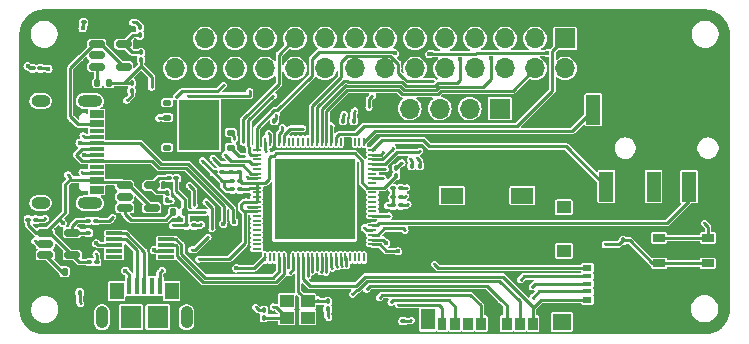
<source format=gtl>
G04 #@! TF.GenerationSoftware,KiCad,Pcbnew,7.0.7*
G04 #@! TF.CreationDate,2023-09-27T05:56:10+07:00*
G04 #@! TF.ProjectId,Radianite-Micro-F1C200s,52616469-616e-4697-9465-2d4d6963726f,rev?*
G04 #@! TF.SameCoordinates,Original*
G04 #@! TF.FileFunction,Copper,L1,Top*
G04 #@! TF.FilePolarity,Positive*
%FSLAX46Y46*%
G04 Gerber Fmt 4.6, Leading zero omitted, Abs format (unit mm)*
G04 Created by KiCad (PCBNEW 7.0.7) date 2023-09-27 05:56:10*
%MOMM*%
%LPD*%
G01*
G04 APERTURE LIST*
G04 Aperture macros list*
%AMRoundRect*
0 Rectangle with rounded corners*
0 $1 Rounding radius*
0 $2 $3 $4 $5 $6 $7 $8 $9 X,Y pos of 4 corners*
0 Add a 4 corners polygon primitive as box body*
4,1,4,$2,$3,$4,$5,$6,$7,$8,$9,$2,$3,0*
0 Add four circle primitives for the rounded corners*
1,1,$1+$1,$2,$3*
1,1,$1+$1,$4,$5*
1,1,$1+$1,$6,$7*
1,1,$1+$1,$8,$9*
0 Add four rect primitives between the rounded corners*
20,1,$1+$1,$2,$3,$4,$5,0*
20,1,$1+$1,$4,$5,$6,$7,0*
20,1,$1+$1,$6,$7,$8,$9,0*
20,1,$1+$1,$8,$9,$2,$3,0*%
G04 Aperture macros list end*
G04 #@! TA.AperFunction,ComponentPad*
%ADD10R,1.700000X1.700000*%
G04 #@! TD*
G04 #@! TA.AperFunction,ComponentPad*
%ADD11O,1.700000X1.700000*%
G04 #@! TD*
G04 #@! TA.AperFunction,SMDPad,CuDef*
%ADD12RoundRect,0.100000X-0.130000X-0.100000X0.130000X-0.100000X0.130000X0.100000X-0.130000X0.100000X0*%
G04 #@! TD*
G04 #@! TA.AperFunction,SMDPad,CuDef*
%ADD13RoundRect,0.100000X0.100000X-0.130000X0.100000X0.130000X-0.100000X0.130000X-0.100000X-0.130000X0*%
G04 #@! TD*
G04 #@! TA.AperFunction,SMDPad,CuDef*
%ADD14RoundRect,0.150000X-0.512500X-0.150000X0.512500X-0.150000X0.512500X0.150000X-0.512500X0.150000X0*%
G04 #@! TD*
G04 #@! TA.AperFunction,SMDPad,CuDef*
%ADD15R,1.050000X0.650000*%
G04 #@! TD*
G04 #@! TA.AperFunction,SMDPad,CuDef*
%ADD16R,0.850000X1.100000*%
G04 #@! TD*
G04 #@! TA.AperFunction,SMDPad,CuDef*
%ADD17R,0.750000X1.100000*%
G04 #@! TD*
G04 #@! TA.AperFunction,SMDPad,CuDef*
%ADD18R,1.200000X1.000000*%
G04 #@! TD*
G04 #@! TA.AperFunction,SMDPad,CuDef*
%ADD19R,1.550000X1.350000*%
G04 #@! TD*
G04 #@! TA.AperFunction,SMDPad,CuDef*
%ADD20R,1.900000X1.350000*%
G04 #@! TD*
G04 #@! TA.AperFunction,SMDPad,CuDef*
%ADD21R,1.170000X1.800000*%
G04 #@! TD*
G04 #@! TA.AperFunction,SMDPad,CuDef*
%ADD22R,0.800000X0.480000*%
G04 #@! TD*
G04 #@! TA.AperFunction,SMDPad,CuDef*
%ADD23R,0.800000X0.320000*%
G04 #@! TD*
G04 #@! TA.AperFunction,SMDPad,CuDef*
%ADD24RoundRect,0.100000X0.130000X0.100000X-0.130000X0.100000X-0.130000X-0.100000X0.130000X-0.100000X0*%
G04 #@! TD*
G04 #@! TA.AperFunction,SMDPad,CuDef*
%ADD25RoundRect,0.125000X-0.250000X-0.125000X0.250000X-0.125000X0.250000X0.125000X-0.250000X0.125000X0*%
G04 #@! TD*
G04 #@! TA.AperFunction,SMDPad,CuDef*
%ADD26R,3.400000X4.300000*%
G04 #@! TD*
G04 #@! TA.AperFunction,SMDPad,CuDef*
%ADD27O,0.200000X0.800000*%
G04 #@! TD*
G04 #@! TA.AperFunction,SMDPad,CuDef*
%ADD28O,0.800000X0.200000*%
G04 #@! TD*
G04 #@! TA.AperFunction,SMDPad,CuDef*
%ADD29R,6.840000X6.840000*%
G04 #@! TD*
G04 #@! TA.AperFunction,SMDPad,CuDef*
%ADD30RoundRect,0.147500X-0.147500X-0.172500X0.147500X-0.172500X0.147500X0.172500X-0.147500X0.172500X0*%
G04 #@! TD*
G04 #@! TA.AperFunction,SMDPad,CuDef*
%ADD31RoundRect,0.100000X-0.100000X0.130000X-0.100000X-0.130000X0.100000X-0.130000X0.100000X0.130000X0*%
G04 #@! TD*
G04 #@! TA.AperFunction,SMDPad,CuDef*
%ADD32R,1.400000X0.300000*%
G04 #@! TD*
G04 #@! TA.AperFunction,SMDPad,CuDef*
%ADD33R,0.400000X1.400000*%
G04 #@! TD*
G04 #@! TA.AperFunction,ComponentPad*
%ADD34O,1.050000X1.900000*%
G04 #@! TD*
G04 #@! TA.AperFunction,SMDPad,CuDef*
%ADD35R,1.150000X1.450000*%
G04 #@! TD*
G04 #@! TA.AperFunction,SMDPad,CuDef*
%ADD36R,1.750000X1.900000*%
G04 #@! TD*
G04 #@! TA.AperFunction,SMDPad,CuDef*
%ADD37R,1.150000X0.300000*%
G04 #@! TD*
G04 #@! TA.AperFunction,ComponentPad*
%ADD38O,2.100000X1.000000*%
G04 #@! TD*
G04 #@! TA.AperFunction,ComponentPad*
%ADD39O,1.600000X1.000000*%
G04 #@! TD*
G04 #@! TA.AperFunction,SMDPad,CuDef*
%ADD40R,1.200000X2.500000*%
G04 #@! TD*
G04 #@! TA.AperFunction,SMDPad,CuDef*
%ADD41R,1.150000X1.000000*%
G04 #@! TD*
G04 #@! TA.AperFunction,ViaPad*
%ADD42C,0.400000*%
G04 #@! TD*
G04 #@! TA.AperFunction,ViaPad*
%ADD43C,0.300000*%
G04 #@! TD*
G04 #@! TA.AperFunction,Conductor*
%ADD44C,0.250000*%
G04 #@! TD*
G04 APERTURE END LIST*
D10*
G04 #@! TO.P,J4,1,Pin_1*
G04 #@! TO.N,Net-(J4-Pin_1)*
X140680000Y-108400000D03*
D11*
G04 #@! TO.P,J4,2,Pin_2*
G04 #@! TO.N,Net-(J4-Pin_2)*
X138140000Y-108400000D03*
G04 #@! TO.P,J4,3,Pin_3*
G04 #@! TO.N,Net-(J4-Pin_3)*
X135600000Y-108400000D03*
G04 #@! TO.P,J4,4,Pin_4*
G04 #@! TO.N,Net-(J4-Pin_4)*
X133060000Y-108400000D03*
G04 #@! TD*
D12*
G04 #@! TO.P,C13,1*
G04 #@! TO.N,+1V1*
X131635000Y-115900000D03*
G04 #@! TO.P,C13,2*
G04 #@! TO.N,GND*
X132275000Y-115900000D03*
G04 #@! TD*
G04 #@! TO.P,C2,1*
G04 #@! TO.N,VBUS*
X100735000Y-117800000D03*
G04 #@! TO.P,C2,2*
G04 #@! TO.N,GND*
X101375000Y-117800000D03*
G04 #@! TD*
D13*
G04 #@! TO.P,R2,1*
G04 #@! TO.N,GND*
X112500000Y-116165000D03*
G04 #@! TO.P,R2,2*
G04 #@! TO.N,Net-(U4-FB)*
X112500000Y-115525000D03*
G04 #@! TD*
D14*
G04 #@! TO.P,U3,1,EN*
G04 #@! TO.N,VBUS*
X102200000Y-118900000D03*
G04 #@! TO.P,U3,2,GND*
G04 #@! TO.N,GND*
X102200000Y-119850000D03*
G04 #@! TO.P,U3,3,SW*
G04 #@! TO.N,Net-(U3-SW)*
X102200000Y-120800000D03*
G04 #@! TO.P,U3,4,VIN*
G04 #@! TO.N,VBUS*
X104475000Y-120800000D03*
G04 #@! TO.P,U3,5,FB*
G04 #@! TO.N,Net-(U3-FB)*
X104475000Y-118900000D03*
G04 #@! TD*
D15*
G04 #@! TO.P,SW1,1,1*
G04 #@! TO.N,GND*
X154175000Y-119350000D03*
X158325000Y-119350000D03*
G04 #@! TO.P,SW1,2,2*
G04 #@! TO.N,/RESET*
X154175000Y-121500000D03*
X158300000Y-121500000D03*
G04 #@! TD*
D14*
G04 #@! TO.P,U4,1,EN*
G04 #@! TO.N,VBUS*
X108925000Y-114900000D03*
G04 #@! TO.P,U4,2,GND*
G04 #@! TO.N,GND*
X108925000Y-115850000D03*
G04 #@! TO.P,U4,3,SW*
G04 #@! TO.N,Net-(U4-SW)*
X108925000Y-116800000D03*
G04 #@! TO.P,U4,4,VIN*
G04 #@! TO.N,VBUS*
X111200000Y-116800000D03*
G04 #@! TO.P,U4,5,FB*
G04 #@! TO.N,Net-(U4-FB)*
X111200000Y-114900000D03*
G04 #@! TD*
D12*
G04 #@! TO.P,C4,1*
G04 #@! TO.N,+2V5*
X114135000Y-118300000D03*
G04 #@! TO.P,C4,2*
G04 #@! TO.N,GND*
X114775000Y-118300000D03*
G04 #@! TD*
D16*
G04 #@! TO.P,J5,1,DAT2*
G04 #@! TO.N,/TF_DAT2*
X143465000Y-126600000D03*
G04 #@! TO.P,J5,2,DAT3/CD*
G04 #@! TO.N,/TF_DAT3*
X142365000Y-126600000D03*
G04 #@! TO.P,J5,3,CMD*
G04 #@! TO.N,/TF_CMD*
X141265000Y-126600000D03*
G04 #@! TO.P,J5,4,VDD*
G04 #@! TO.N,+3V3*
X140165000Y-126600000D03*
G04 #@! TO.P,J5,5,CLK*
G04 #@! TO.N,/TF_CLK*
X139065000Y-126600000D03*
G04 #@! TO.P,J5,6,VSS*
G04 #@! TO.N,GND*
X137965000Y-126600000D03*
G04 #@! TO.P,J5,7,DAT0*
G04 #@! TO.N,/TF_DAT0*
X136865000Y-126600000D03*
D17*
G04 #@! TO.P,J5,8,DAT1*
G04 #@! TO.N,/TF_DAT1*
X135815000Y-126600000D03*
D18*
G04 #@! TO.P,J5,9,DET_B*
G04 #@! TO.N,unconnected-(J5-DET_B-Pad9)*
X146100000Y-120450000D03*
G04 #@! TO.P,J5,10,DET_A*
G04 #@! TO.N,unconnected-(J5-DET_A-Pad10)*
X146100000Y-116750000D03*
D19*
G04 #@! TO.P,J5,11,SHIELD*
G04 #@! TO.N,GND*
X145925000Y-126475000D03*
D20*
X142600000Y-115775000D03*
X136630000Y-115775000D03*
D21*
X134605000Y-126250000D03*
G04 #@! TD*
D22*
G04 #@! TO.P,RN1,1,R1.1*
G04 #@! TO.N,/TF_DAT1*
X148100000Y-121880000D03*
D23*
G04 #@! TO.P,RN1,2,R2.1*
G04 #@! TO.N,/TF_DAT0*
X148100000Y-122600000D03*
G04 #@! TO.P,RN1,3,R3.1*
G04 #@! TO.N,/TF_CMD*
X148100000Y-123240000D03*
G04 #@! TO.P,RN1,4,R4.1*
G04 #@! TO.N,/TF_DAT3*
X148100000Y-123880000D03*
D22*
G04 #@! TO.P,RN1,5,R5.1*
G04 #@! TO.N,/TF_DAT2*
X148100000Y-124600000D03*
G04 #@! TO.P,RN1,6,R5.2*
G04 #@! TO.N,+3V3*
X149900000Y-124600000D03*
D23*
G04 #@! TO.P,RN1,7,R4.2*
X149900000Y-123880000D03*
G04 #@! TO.P,RN1,8,R3.2*
X149900000Y-123240000D03*
G04 #@! TO.P,RN1,9,R2.2*
X149900000Y-122600000D03*
D22*
G04 #@! TO.P,RN1,10,R1.2*
X149900000Y-121880000D03*
G04 #@! TD*
D24*
G04 #@! TO.P,R1,1*
G04 #@! TO.N,GND*
X106465000Y-117900000D03*
G04 #@! TO.P,R1,2*
G04 #@! TO.N,Net-(U3-FB)*
X105825000Y-117900000D03*
G04 #@! TD*
D25*
G04 #@! TO.P,U6,1,~{CS}*
G04 #@! TO.N,/FLASH_CS*
X112500000Y-107890000D03*
G04 #@! TO.P,U6,2,DO(IO1)*
G04 #@! TO.N,/FLASH_MISO*
X112500000Y-109160000D03*
G04 #@! TO.P,U6,3,IO2*
G04 #@! TO.N,+3V3*
X112500000Y-110430000D03*
G04 #@! TO.P,U6,4,GND*
G04 #@! TO.N,GND*
X112500000Y-111700000D03*
G04 #@! TO.P,U6,5,DI(IO0)*
G04 #@! TO.N,/FLASH_MOSI*
X117900000Y-111700000D03*
G04 #@! TO.P,U6,6,CLK*
G04 #@! TO.N,/FLASH_SCK*
X117900000Y-110430000D03*
G04 #@! TO.P,U6,7,IO3*
G04 #@! TO.N,+3V3*
X117900000Y-109160000D03*
G04 #@! TO.P,U6,8,VCC*
X117900000Y-107890000D03*
D26*
G04 #@! TO.P,U6,9,EP*
G04 #@! TO.N,unconnected-(U6-EP-Pad9)*
X115200000Y-109795000D03*
G04 #@! TD*
D27*
G04 #@! TO.P,U1,1,HPL*
G04 #@! TO.N,/AV_L*
X129200000Y-111200000D03*
G04 #@! TO.P,U1,2,HPCOMFB*
G04 #@! TO.N,unconnected-(U1A-HPCOMFB-Pad2)*
X128800000Y-111200000D03*
G04 #@! TO.P,U1,3,HPCOM*
G04 #@! TO.N,unconnected-(U1A-HPCOM-Pad3)*
X128400000Y-111200000D03*
G04 #@! TO.P,U1,4,HPVCC*
G04 #@! TO.N,+3V3*
X128000000Y-111200000D03*
G04 #@! TO.P,U1,5,VCC_IO*
X127600000Y-111200000D03*
G04 #@! TO.P,U1,6,PD0/LCD_D2/TWI0_SDA/RSB_SDA/EINTD0*
G04 #@! TO.N,unconnected-(U1A-PD0{slash}LCD_D2{slash}TWI0_SDA{slash}RSB_SDA{slash}EINTD0-Pad6)*
X127200000Y-111200000D03*
G04 #@! TO.P,U1,7,PD1/LCD_D3/UART1_RTS/EINTD1*
G04 #@! TO.N,/D1*
X126800000Y-111200000D03*
G04 #@! TO.P,U1,8,PD2/LCD_D4/UART1_CTS/EINTD2*
G04 #@! TO.N,/D2*
X126400000Y-111200000D03*
G04 #@! TO.P,U1,9,PD3/LCD_D5/UART1_RX/EINTD3*
G04 #@! TO.N,/D3*
X126000000Y-111200000D03*
G04 #@! TO.P,U1,10,PD4/LCD_D6/UART1_TX/EINTD4*
G04 #@! TO.N,/D4*
X125600000Y-111200000D03*
G04 #@! TO.P,U1,11,PD5/LCD_D7/TWI1_SCK/EINTD5*
G04 #@! TO.N,/D5*
X125200000Y-111200000D03*
G04 #@! TO.P,U1,12,PD6/LCD_D10/TWI1_SDA/EINTD6*
G04 #@! TO.N,/D6*
X124800000Y-111200000D03*
G04 #@! TO.P,U1,13,PD7/LCD_D11/DA_MCLK/EINTD7*
G04 #@! TO.N,unconnected-(U1A-PD7{slash}LCD_D11{slash}DA_MCLK{slash}EINTD7-Pad13)*
X124400000Y-111200000D03*
G04 #@! TO.P,U1,14,PD8/LCD_D12/DA_BCLK/EINTD8*
G04 #@! TO.N,unconnected-(U1A-PD8{slash}LCD_D12{slash}DA_BCLK{slash}EINTD8-Pad14)*
X124000000Y-111200000D03*
G04 #@! TO.P,U1,15,PD9/LCD_D13/DA_LRCK/EINTD9*
G04 #@! TO.N,unconnected-(U1A-PD9{slash}LCD_D13{slash}DA_LRCK{slash}EINTD9-Pad15)*
X123600000Y-111200000D03*
G04 #@! TO.P,U1,16,PD10/LCD_D14/DA_IN/EINTD10*
G04 #@! TO.N,unconnected-(U1A-PD10{slash}LCD_D14{slash}DA_IN{slash}EINTD10-Pad16)*
X123200000Y-111200000D03*
G04 #@! TO.P,U1,17,PD11/LCD_D15/DA_OUT/EINTD11*
G04 #@! TO.N,unconnected-(U1A-PD11{slash}LCD_D15{slash}DA_OUT{slash}EINTD11-Pad17)*
X122800000Y-111200000D03*
G04 #@! TO.P,U1,18,PD12/LCD_D18/TWI0_SCK/RSB_SCK/EINTD12*
G04 #@! TO.N,/D12*
X122400000Y-111200000D03*
G04 #@! TO.P,U1,19,PD13/LCD_D19/UART2_TX/EINTD13*
G04 #@! TO.N,/D13*
X122000000Y-111200000D03*
G04 #@! TO.P,U1,20,VCC_IO*
G04 #@! TO.N,+3V3*
X121600000Y-111200000D03*
G04 #@! TO.P,U1,21,PD14/LCD_D20/UART2_RX/EINTD14*
G04 #@! TO.N,/D14*
X121200000Y-111200000D03*
G04 #@! TO.P,U1,22,VDD_CORE*
G04 #@! TO.N,+1V1*
X120800000Y-111200000D03*
D28*
G04 #@! TO.P,U1,23,PD15/LCD_D21/UART2_RTS/TWI2_SCK/EINTD15*
G04 #@! TO.N,/D15*
X120100000Y-111900000D03*
G04 #@! TO.P,U1,24,PD16/LCD_D22/UART2_CTS/TWI2_SDA/EINTD16*
G04 #@! TO.N,/D16*
X120100000Y-112300000D03*
G04 #@! TO.P,U1,25,PD17/LCD_D23/OWA_OUT/EINTD17*
G04 #@! TO.N,unconnected-(U1A-PD17{slash}LCD_D23{slash}OWA_OUT{slash}EINTD17-Pad25)*
X120100000Y-112700000D03*
G04 #@! TO.P,U1,26,PD18/LCD_CLK/SPI0_CS/EINTD18*
G04 #@! TO.N,/D18*
X120100000Y-113100000D03*
G04 #@! TO.P,U1,27,PD19/LCD_DE/SPI0_MOSI/EINTD19*
G04 #@! TO.N,unconnected-(U1A-PD19{slash}LCD_DE{slash}SPI0_MOSI{slash}EINTD19-Pad27)*
X120100000Y-113500000D03*
G04 #@! TO.P,U1,28,PD20/LCD_HSYNC/SPI0_CLK/EINTD20*
G04 #@! TO.N,/D20*
X120100000Y-113900000D03*
G04 #@! TO.P,U1,29,PD21/LCD_VSYNC/SPI0_MISO/EINTD21*
G04 #@! TO.N,/D21*
X120100000Y-114300000D03*
G04 #@! TO.P,U1,30,VCC_DRAM*
G04 #@! TO.N,+2V5*
X120100000Y-114700000D03*
G04 #@! TO.P,U1,31,VCC_DRAM*
X120100000Y-115100000D03*
G04 #@! TO.P,U1,32,VCC_DRAM*
X120100000Y-115500000D03*
G04 #@! TO.P,U1,33,SVREF*
X120100000Y-115900000D03*
G04 #@! TO.P,U1,34,VCC_DRAM*
X120100000Y-116300000D03*
G04 #@! TO.P,U1,35,VDD_CORE*
G04 #@! TO.N,+1V1*
X120100000Y-116700000D03*
G04 #@! TO.P,U1,36,VCC_DRAM*
G04 #@! TO.N,+2V5*
X120100000Y-117100000D03*
G04 #@! TO.P,U1,37,PE12/DA_MCLK/TWI0_SDA/PWM0/EINTE12*
G04 #@! TO.N,unconnected-(U1A-PE12{slash}DA_MCLK{slash}TWI0_SDA{slash}PWM0{slash}EINTE12-Pad37)*
X120100000Y-117500000D03*
G04 #@! TO.P,U1,38,PE11/CLK_OUT/TWI0_SCK/IR_RX/EINTE11*
G04 #@! TO.N,unconnected-(U1A-PE11{slash}CLK_OUT{slash}TWI0_SCK{slash}IR_RX{slash}EINTE11-Pad38)*
X120100000Y-117900000D03*
G04 #@! TO.P,U1,39,PE10/CSI_D7/UART2_CTS/SPI1_MISO/EINTE10*
G04 #@! TO.N,unconnected-(U1A-PE10{slash}CSI_D7{slash}UART2_CTS{slash}SPI1_MISO{slash}EINTE10-Pad39)*
X120100000Y-118300000D03*
G04 #@! TO.P,U1,40,PE9/CSI_D6/UART2_RTS/SPI1_CLK/EINTE9*
G04 #@! TO.N,unconnected-(U1A-PE9{slash}CSI_D6{slash}UART2_RTS{slash}SPI1_CLK{slash}EINTE9-Pad40)*
X120100000Y-118700000D03*
G04 #@! TO.P,U1,41,PE8/CSI_D5/UART2_RX/SPI1_MOSI/EINTE8*
G04 #@! TO.N,unconnected-(U1A-PE8{slash}CSI_D5{slash}UART2_RX{slash}SPI1_MOSI{slash}EINTE8-Pad41)*
X120100000Y-119100000D03*
G04 #@! TO.P,U1,42,PE7/CSI_D4/UART2_TX/SPI1_CS/EINTE7*
G04 #@! TO.N,unconnected-(U1A-PE7{slash}CSI_D4{slash}UART2_TX{slash}SPI1_CS{slash}EINTE7-Pad42)*
X120100000Y-119500000D03*
G04 #@! TO.P,U1,43,PE6/CSI_D3/PWM1/DA_OUT/OWA_OUT/EINTE6*
G04 #@! TO.N,unconnected-(U1A-PE6{slash}CSI_D3{slash}PWM1{slash}DA_OUT{slash}OWA_OUT{slash}EINTE6-Pad43)*
X120100000Y-119900000D03*
G04 #@! TO.P,U1,44,PE5/CSI_D2/LCD_D17/DA_IN/EINTE5*
G04 #@! TO.N,unconnected-(U1A-PE5{slash}CSI_D2{slash}LCD_D17{slash}DA_IN{slash}EINTE5-Pad44)*
X120100000Y-120300000D03*
D27*
G04 #@! TO.P,U1,45,PE4/CSI_D1/LCD_D16/DA_LRCK/RSB_SDA/EINTE4*
G04 #@! TO.N,Net-(D1-A)*
X120800000Y-121000000D03*
G04 #@! TO.P,U1,46,PE3/CSI_D0/LCD_D9/DA_BCLK/RSB_SCK/EINTE3*
G04 #@! TO.N,unconnected-(U1A-PE3{slash}CSI_D0{slash}LCD_D9{slash}DA_BCLK{slash}RSB_SCK{slash}EINTE3-Pad46)*
X121200000Y-121000000D03*
G04 #@! TO.P,U1,47,PE2/CSI_PCLK/LCD_D8/CLK_OUT/EINTE2*
G04 #@! TO.N,unconnected-(U1A-PE2{slash}CSI_PCLK{slash}LCD_D8{slash}CLK_OUT{slash}EINTE2-Pad47)*
X121600000Y-121000000D03*
G04 #@! TO.P,U1,48,PE1/CSI_VSYNC/LCD_D1/TWI2_SDA/UART0_TX/EINTE1*
G04 #@! TO.N,/SOC_RX*
X122000000Y-121000000D03*
G04 #@! TO.P,U1,49,PE0/CSI_HSYNC/LCD_D0/TWI2_SCK/UART0_RX/EINTE0*
G04 #@! TO.N,/SOC_TX*
X122400000Y-121000000D03*
G04 #@! TO.P,U1,50,VCC_IO*
G04 #@! TO.N,+3V3*
X122800000Y-121000000D03*
G04 #@! TO.P,U1,51,HOSCI*
G04 #@! TO.N,/CLKIN*
X123200000Y-121000000D03*
G04 #@! TO.P,U1,52,HOSCO*
G04 #@! TO.N,/CLKOUT*
X123600000Y-121000000D03*
G04 #@! TO.P,U1,53,PF5/SDC0_D2/DBG_CK/PWM1/EINTF5*
G04 #@! TO.N,/TF_DAT2*
X124000000Y-121000000D03*
G04 #@! TO.P,U1,54,PF4/SDC0_D3/UART0_TX/EINTF4*
G04 #@! TO.N,/TF_DAT3*
X124400000Y-121000000D03*
G04 #@! TO.P,U1,55,PF3/SDC0_CMD/DBG_DO/EINTF3*
G04 #@! TO.N,/TF_CMD*
X124800000Y-121000000D03*
G04 #@! TO.P,U1,56,PF2/SDC0_CLK/UART0_RX/EINTF2*
G04 #@! TO.N,/TF_CLK*
X125200000Y-121000000D03*
G04 #@! TO.P,U1,57,PF1/SDC0_D0/DBG_DI/EINTF1*
G04 #@! TO.N,/TF_DAT0*
X125600000Y-121000000D03*
G04 #@! TO.P,U1,58,PF0/SDC0_D1/DBG_MS/IR_RX/EINTF0*
G04 #@! TO.N,/TF_DAT1*
X126000000Y-121000000D03*
G04 #@! TO.P,U1,59,PC0/SPI0_CLK/SDC1_CLK*
G04 #@! TO.N,/FLASH_SCK*
X126400000Y-121000000D03*
G04 #@! TO.P,U1,60,PC1/SPI0_CS/SDC1_CMD*
G04 #@! TO.N,/FLASH_CS*
X126800000Y-121000000D03*
G04 #@! TO.P,U1,61,PC2/SPI0_MISO/SDC1_D0*
G04 #@! TO.N,/FLASH_MISO*
X127200000Y-121000000D03*
G04 #@! TO.P,U1,62,PC3/SPI0_MOSI/UART0_TX*
G04 #@! TO.N,/FLASH_MOSI*
X127600000Y-121000000D03*
G04 #@! TO.P,U1,63,TPY2*
G04 #@! TO.N,unconnected-(U1A-TPY2-Pad63)*
X128000000Y-121000000D03*
G04 #@! TO.P,U1,64,TPY1*
G04 #@! TO.N,unconnected-(U1A-TPY1-Pad64)*
X128400000Y-121000000D03*
G04 #@! TO.P,U1,65,TPX2*
G04 #@! TO.N,unconnected-(U1A-TPX2-Pad65)*
X128800000Y-121000000D03*
G04 #@! TO.P,U1,66,TPX1*
G04 #@! TO.N,unconnected-(U1A-TPX1-Pad66)*
X129200000Y-121000000D03*
D28*
G04 #@! TO.P,U1,67,UVCC*
G04 #@! TO.N,+3V3*
X129900000Y-120300000D03*
G04 #@! TO.P,U1,68,USB-DM*
G04 #@! TO.N,/SOC_DM*
X129900000Y-119900000D03*
G04 #@! TO.P,U1,69,USB-DP*
G04 #@! TO.N,/SOC_DP*
X129900000Y-119500000D03*
G04 #@! TO.P,U1,70,~{RESET}*
G04 #@! TO.N,/RESET*
X129900000Y-119100000D03*
G04 #@! TO.P,U1,71,VDD_CORE*
G04 #@! TO.N,+1V1*
X129900000Y-118700000D03*
G04 #@! TO.P,U1,72,TVOUT*
G04 #@! TO.N,/AV_VIDEO*
X129900000Y-118300000D03*
G04 #@! TO.P,U1,73,TV_VCC*
G04 #@! TO.N,+3V3*
X129900000Y-117900000D03*
G04 #@! TO.P,U1,74,TVGND*
G04 #@! TO.N,GND*
X129900000Y-117500000D03*
G04 #@! TO.P,U1,75,TV_VRN*
G04 #@! TO.N,unconnected-(U1A-TV_VRN-Pad75)*
X129900000Y-117100000D03*
G04 #@! TO.P,U1,76,TV_VRP*
G04 #@! TO.N,unconnected-(U1A-TV_VRP-Pad76)*
X129900000Y-116700000D03*
G04 #@! TO.P,U1,77,TVIN1*
G04 #@! TO.N,unconnected-(U1A-TVIN1-Pad77)*
X129900000Y-116300000D03*
G04 #@! TO.P,U1,78,TVIN0*
G04 #@! TO.N,unconnected-(U1A-TVIN0-Pad78)*
X129900000Y-115900000D03*
G04 #@! TO.P,U1,79,LRADC0*
G04 #@! TO.N,unconnected-(U1A-LRADC0-Pad79)*
X129900000Y-115500000D03*
G04 #@! TO.P,U1,80,AVCC*
G04 #@! TO.N,+2V5*
X129900000Y-115100000D03*
G04 #@! TO.P,U1,81,VRA1*
G04 #@! TO.N,unconnected-(U1A-VRA1-Pad81)*
X129900000Y-114700000D03*
G04 #@! TO.P,U1,82,AGND*
G04 #@! TO.N,GND*
X129900000Y-114300000D03*
G04 #@! TO.P,U1,83,VRA2*
G04 #@! TO.N,unconnected-(U1A-VRA2-Pad83)*
X129900000Y-113900000D03*
G04 #@! TO.P,U1,84,FMINL*
G04 #@! TO.N,Net-(J4-Pin_2)*
X129900000Y-113500000D03*
G04 #@! TO.P,U1,85,FMINR*
G04 #@! TO.N,Net-(J4-Pin_1)*
X129900000Y-113100000D03*
G04 #@! TO.P,U1,86,LINL*
G04 #@! TO.N,Net-(J4-Pin_4)*
X129900000Y-112700000D03*
G04 #@! TO.P,U1,87,MICIN*
G04 #@! TO.N,Net-(J4-Pin_3)*
X129900000Y-112300000D03*
G04 #@! TO.P,U1,88,HPR*
G04 #@! TO.N,/AV_R*
X129900000Y-111900000D03*
D29*
G04 #@! TO.P,U1,89,EPAD*
G04 #@! TO.N,GND*
X125000000Y-116100000D03*
G04 #@! TD*
D30*
G04 #@! TO.P,L1,1,1*
G04 #@! TO.N,Net-(U5-SW)*
X106615000Y-106200000D03*
G04 #@! TO.P,L1,2,2*
G04 #@! TO.N,+1V1*
X107585000Y-106200000D03*
G04 #@! TD*
D24*
G04 #@! TO.P,C16,1*
G04 #@! TO.N,+2V5*
X118675000Y-114500000D03*
G04 #@! TO.P,C16,2*
G04 #@! TO.N,GND*
X118035000Y-114500000D03*
G04 #@! TD*
G04 #@! TO.P,C15,1*
G04 #@! TO.N,+2V5*
X118675000Y-115250000D03*
G04 #@! TO.P,C15,2*
G04 #@! TO.N,GND*
X118035000Y-115250000D03*
G04 #@! TD*
D30*
G04 #@! TO.P,L3,1,1*
G04 #@! TO.N,Net-(U3-SW)*
X103830000Y-122200000D03*
G04 #@! TO.P,L3,2,2*
G04 #@! TO.N,+3V3*
X104800000Y-122200000D03*
G04 #@! TD*
D31*
G04 #@! TO.P,R3,1*
G04 #@! TO.N,GND*
X110200000Y-101535000D03*
G04 #@! TO.P,R3,2*
G04 #@! TO.N,Net-(U5-FB)*
X110200000Y-102175000D03*
G04 #@! TD*
D32*
G04 #@! TO.P,U2,1,UD+*
G04 #@! TO.N,Net-(J2-D+)*
X108050000Y-118950000D03*
G04 #@! TO.P,U2,2,UD-*
G04 #@! TO.N,Net-(J2-D-)*
X108050000Y-119450000D03*
G04 #@! TO.P,U2,3,GND*
G04 #@! TO.N,GND*
X108050000Y-119950000D03*
G04 #@! TO.P,U2,4,~{RTS}*
G04 #@! TO.N,unconnected-(U2-~{RTS}-Pad4)*
X108050000Y-120450000D03*
G04 #@! TO.P,U2,5,~{CTS}*
G04 #@! TO.N,unconnected-(U2-~{CTS}-Pad5)*
X108050000Y-120950000D03*
G04 #@! TO.P,U2,6,TNOW*
G04 #@! TO.N,unconnected-(U2-TNOW-Pad6)*
X112450000Y-120950000D03*
G04 #@! TO.P,U2,7,VCC*
G04 #@! TO.N,VBUS*
X112450000Y-120450000D03*
G04 #@! TO.P,U2,8,TXD*
G04 #@! TO.N,/SOC_TX*
X112450000Y-119950000D03*
G04 #@! TO.P,U2,9,RXD*
G04 #@! TO.N,/SOC_RX*
X112450000Y-119450000D03*
G04 #@! TO.P,U2,10,V3*
G04 #@! TO.N,+3V3*
X112450000Y-118950000D03*
G04 #@! TD*
D12*
G04 #@! TO.P,C19,1*
G04 #@! TO.N,+3V3*
X131835000Y-126400000D03*
G04 #@! TO.P,C19,2*
G04 #@! TO.N,GND*
X132475000Y-126400000D03*
G04 #@! TD*
D31*
G04 #@! TO.P,C9,1*
G04 #@! TO.N,GND*
X133900000Y-113235000D03*
G04 #@! TO.P,C9,2*
G04 #@! TO.N,+3V3*
X133900000Y-113875000D03*
G04 #@! TD*
D12*
G04 #@! TO.P,R5,1*
G04 #@! TO.N,Net-(U4-FB)*
X112660000Y-114300000D03*
G04 #@! TO.P,R5,2*
G04 #@! TO.N,+2V5*
X113300000Y-114300000D03*
G04 #@! TD*
D33*
G04 #@! TO.P,J2,1,VBUS*
G04 #@! TO.N,VBUS*
X109280000Y-123430000D03*
G04 #@! TO.P,J2,2,D-*
G04 #@! TO.N,Net-(J2-D-)*
X109930000Y-123430000D03*
G04 #@! TO.P,J2,3,D+*
G04 #@! TO.N,Net-(J2-D+)*
X110580000Y-123430000D03*
G04 #@! TO.P,J2,4,ID*
G04 #@! TO.N,unconnected-(J2-ID-Pad4)*
X111230000Y-123430000D03*
G04 #@! TO.P,J2,5,GND*
G04 #@! TO.N,GND*
X111880000Y-123430000D03*
D34*
G04 #@! TO.P,J2,6,Shield*
X107005000Y-126080000D03*
D35*
X108260000Y-123850000D03*
D36*
X109455000Y-126080000D03*
X111705000Y-126080000D03*
D35*
X112900000Y-123850000D03*
D34*
X114155000Y-126080000D03*
G04 #@! TD*
D31*
G04 #@! TO.P,C8,1*
G04 #@! TO.N,GND*
X128300000Y-109435000D03*
G04 #@! TO.P,C8,2*
G04 #@! TO.N,+3V3*
X128300000Y-110075000D03*
G04 #@! TD*
G04 #@! TO.P,C7,1*
G04 #@! TO.N,GND*
X127400000Y-109435000D03*
G04 #@! TO.P,C7,2*
G04 #@! TO.N,+3V3*
X127400000Y-110075000D03*
G04 #@! TD*
D37*
G04 #@! TO.P,J1,A1,GND*
G04 #@! TO.N,GND*
X106545000Y-108730000D03*
G04 #@! TO.P,J1,A4,VBUS*
G04 #@! TO.N,VBUS*
X106545000Y-109530000D03*
G04 #@! TO.P,J1,A5,CC1*
G04 #@! TO.N,GND*
X106545000Y-110830000D03*
G04 #@! TO.P,J1,A6,D+*
G04 #@! TO.N,/SOC_DP*
X106545000Y-111830000D03*
G04 #@! TO.P,J1,A7,D-*
G04 #@! TO.N,/SOC_DM*
X106545000Y-112330000D03*
G04 #@! TO.P,J1,A8,SBU1*
G04 #@! TO.N,unconnected-(J1-SBU1-PadA8)*
X106545000Y-113330000D03*
G04 #@! TO.P,J1,A9,VBUS*
G04 #@! TO.N,VBUS*
X106545000Y-114630000D03*
G04 #@! TO.P,J1,A12,GND*
G04 #@! TO.N,GND*
X106545000Y-115430000D03*
G04 #@! TO.P,J1,B1,GND*
X106545000Y-115130000D03*
G04 #@! TO.P,J1,B4,VBUS*
G04 #@! TO.N,VBUS*
X106545000Y-114330000D03*
G04 #@! TO.P,J1,B5,CC2*
G04 #@! TO.N,GND*
X106545000Y-113830000D03*
G04 #@! TO.P,J1,B6,D+*
G04 #@! TO.N,/SOC_DP*
X106545000Y-112830000D03*
G04 #@! TO.P,J1,B7,D-*
G04 #@! TO.N,/SOC_DM*
X106545000Y-111330000D03*
G04 #@! TO.P,J1,B8,SBU2*
G04 #@! TO.N,unconnected-(J1-SBU2-PadB8)*
X106545000Y-110330000D03*
G04 #@! TO.P,J1,B9,VBUS*
G04 #@! TO.N,VBUS*
X106545000Y-109830000D03*
G04 #@! TO.P,J1,B12,GND*
G04 #@! TO.N,GND*
X106545000Y-109030000D03*
D38*
G04 #@! TO.P,J1,S1,SHIELD*
X105980000Y-107760000D03*
D39*
X101800000Y-107760000D03*
D38*
X105980000Y-116400000D03*
D39*
X101800000Y-116400000D03*
G04 #@! TD*
D31*
G04 #@! TO.P,C10,1*
G04 #@! TO.N,GND*
X133210000Y-113235000D03*
G04 #@! TO.P,C10,2*
G04 #@! TO.N,+3V3*
X133210000Y-113875000D03*
G04 #@! TD*
G04 #@! TO.P,R6,1*
G04 #@! TO.N,Net-(U5-FB)*
X110300000Y-103635000D03*
G04 #@! TO.P,R6,2*
G04 #@! TO.N,+1V1*
X110300000Y-104275000D03*
G04 #@! TD*
D12*
G04 #@! TO.P,C12,1*
G04 #@! TO.N,+1V1*
X131635000Y-115160000D03*
G04 #@! TO.P,C12,2*
G04 #@! TO.N,GND*
X132275000Y-115160000D03*
G04 #@! TD*
G04 #@! TO.P,R4,1*
G04 #@! TO.N,Net-(U3-FB)*
X105835000Y-118900000D03*
G04 #@! TO.P,R4,2*
G04 #@! TO.N,+3V3*
X106475000Y-118900000D03*
G04 #@! TD*
G04 #@! TO.P,R8,1*
G04 #@! TO.N,GND*
X116535000Y-113800000D03*
G04 #@! TO.P,R8,2*
G04 #@! TO.N,+2V5*
X117175000Y-113800000D03*
G04 #@! TD*
D13*
G04 #@! TO.P,R9,1*
G04 #@! TO.N,/RESET*
X151100000Y-119565000D03*
G04 #@! TO.P,R9,2*
G04 #@! TO.N,+3V3*
X151100000Y-118925000D03*
G04 #@! TD*
D12*
G04 #@! TO.P,D2,1,K*
G04 #@! TO.N,GND*
X105435000Y-101100000D03*
G04 #@! TO.P,D2,2,A*
G04 #@! TO.N,+3V3*
X106075000Y-101100000D03*
G04 #@! TD*
D31*
G04 #@! TO.P,C18,1*
G04 #@! TO.N,GND*
X120700000Y-125460000D03*
G04 #@! TO.P,C18,2*
G04 #@! TO.N,/CLKIN*
X120700000Y-126100000D03*
G04 #@! TD*
G04 #@! TO.P,C11,1*
G04 #@! TO.N,GND*
X131900000Y-113435000D03*
G04 #@! TO.P,C11,2*
G04 #@! TO.N,+2V5*
X131900000Y-114075000D03*
G04 #@! TD*
D12*
G04 #@! TO.P,C1,1*
G04 #@! TO.N,VBUS*
X105935000Y-121400000D03*
G04 #@! TO.P,C1,2*
G04 #@! TO.N,GND*
X106575000Y-121400000D03*
G04 #@! TD*
D31*
G04 #@! TO.P,C5,1*
G04 #@! TO.N,+1V1*
X109500000Y-106235000D03*
G04 #@! TO.P,C5,2*
G04 #@! TO.N,GND*
X109500000Y-106875000D03*
G04 #@! TD*
G04 #@! TO.P,C3,1*
G04 #@! TO.N,+3V3*
X105100000Y-123335000D03*
G04 #@! TO.P,C3,2*
G04 #@! TO.N,GND*
X105100000Y-123975000D03*
G04 #@! TD*
G04 #@! TO.P,C6,1*
G04 #@! TO.N,GND*
X121600000Y-109435000D03*
G04 #@! TO.P,C6,2*
G04 #@! TO.N,+3V3*
X121600000Y-110075000D03*
G04 #@! TD*
D30*
G04 #@! TO.P,L2,1,1*
G04 #@! TO.N,Net-(U4-SW)*
X113030000Y-117200000D03*
G04 #@! TO.P,L2,2,2*
G04 #@! TO.N,+2V5*
X114000000Y-117200000D03*
G04 #@! TD*
D40*
G04 #@! TO.P,J3,R1*
G04 #@! TO.N,GND*
X153700000Y-115000000D03*
G04 #@! TO.P,J3,R2*
G04 #@! TO.N,/AV_VIDEO*
X156700000Y-115000000D03*
G04 #@! TO.P,J3,S*
G04 #@! TO.N,/AV_L*
X148600000Y-108500000D03*
G04 #@! TO.P,J3,T*
G04 #@! TO.N,/AV_R*
X149700000Y-115000000D03*
G04 #@! TD*
D12*
G04 #@! TO.P,D1,1,K*
G04 #@! TO.N,GND*
X101135000Y-105000000D03*
G04 #@! TO.P,D1,2,A*
G04 #@! TO.N,Net-(D1-A)*
X101775000Y-105000000D03*
G04 #@! TD*
D14*
G04 #@! TO.P,U5,1,EN*
G04 #@! TO.N,VBUS*
X106562500Y-102950000D03*
G04 #@! TO.P,U5,2,GND*
G04 #@! TO.N,GND*
X106562500Y-103900000D03*
G04 #@! TO.P,U5,3,SW*
G04 #@! TO.N,Net-(U5-SW)*
X106562500Y-104850000D03*
G04 #@! TO.P,U5,4,VIN*
G04 #@! TO.N,VBUS*
X108837500Y-104850000D03*
G04 #@! TO.P,U5,5,FB*
G04 #@! TO.N,Net-(U5-FB)*
X108837500Y-102950000D03*
G04 #@! TD*
D41*
G04 #@! TO.P,Y1,1,1*
G04 #@! TO.N,/CLKIN*
X122650000Y-126100000D03*
G04 #@! TO.P,Y1,2,2*
G04 #@! TO.N,GND*
X124400000Y-126100000D03*
G04 #@! TO.P,Y1,3,3*
G04 #@! TO.N,/CLKOUT*
X124400000Y-124700000D03*
G04 #@! TO.P,Y1,4,4*
G04 #@! TO.N,GND*
X122650000Y-124700000D03*
G04 #@! TD*
D12*
G04 #@! TO.P,C14,1*
G04 #@! TO.N,+1V1*
X131635000Y-116600000D03*
G04 #@! TO.P,C14,2*
G04 #@! TO.N,GND*
X132275000Y-116600000D03*
G04 #@! TD*
D31*
G04 #@! TO.P,C17,1*
G04 #@! TO.N,/CLKOUT*
X126100000Y-124735000D03*
G04 #@! TO.P,C17,2*
G04 #@! TO.N,GND*
X126100000Y-125375000D03*
G04 #@! TD*
D12*
G04 #@! TO.P,R7,1*
G04 #@! TO.N,+2V5*
X117935000Y-113800000D03*
G04 #@! TO.P,R7,2*
X118575000Y-113800000D03*
G04 #@! TD*
D10*
G04 #@! TO.P,J6,1,Pin_1*
G04 #@! TO.N,/D1*
X146200000Y-102460000D03*
D11*
G04 #@! TO.P,J6,2,Pin_2*
G04 #@! TO.N,/D2*
X146200000Y-105000000D03*
G04 #@! TO.P,J6,3,Pin_3*
G04 #@! TO.N,GND*
X143660000Y-102460000D03*
G04 #@! TO.P,J6,4,Pin_4*
G04 #@! TO.N,/D3*
X143660000Y-105000000D03*
G04 #@! TO.P,J6,5,Pin_5*
G04 #@! TO.N,/D4*
X141120000Y-102460000D03*
G04 #@! TO.P,J6,6,Pin_6*
G04 #@! TO.N,GND*
X141120000Y-105000000D03*
G04 #@! TO.P,J6,7,Pin_7*
G04 #@! TO.N,/D5*
X138580000Y-102460000D03*
G04 #@! TO.P,J6,8,Pin_8*
G04 #@! TO.N,/D6*
X138580000Y-105000000D03*
G04 #@! TO.P,J6,9,Pin_9*
G04 #@! TO.N,GND*
X136040000Y-102460000D03*
G04 #@! TO.P,J6,10,Pin_10*
G04 #@! TO.N,/D12*
X136040000Y-105000000D03*
G04 #@! TO.P,J6,11,Pin_11*
G04 #@! TO.N,/D13*
X133500000Y-102460000D03*
G04 #@! TO.P,J6,12,Pin_12*
G04 #@! TO.N,GND*
X133500000Y-105000000D03*
G04 #@! TO.P,J6,13,Pin_13*
G04 #@! TO.N,/D14*
X130960000Y-102460000D03*
G04 #@! TO.P,J6,14,Pin_14*
G04 #@! TO.N,/D15*
X130960000Y-105000000D03*
G04 #@! TO.P,J6,15,Pin_15*
G04 #@! TO.N,/D16*
X128420000Y-102460000D03*
G04 #@! TO.P,J6,16,Pin_16*
G04 #@! TO.N,/D18*
X128420000Y-105000000D03*
G04 #@! TO.P,J6,17,Pin_17*
G04 #@! TO.N,GND*
X125880000Y-102460000D03*
G04 #@! TO.P,J6,18,Pin_18*
G04 #@! TO.N,/D20*
X125880000Y-105000000D03*
G04 #@! TO.P,J6,19,Pin_19*
G04 #@! TO.N,/D21*
X123340000Y-102460000D03*
G04 #@! TO.P,J6,20,Pin_20*
G04 #@! TO.N,GND*
X123340000Y-105000000D03*
G04 #@! TO.P,J6,21,Pin_21*
G04 #@! TO.N,unconnected-(J6-Pin_21-Pad21)*
X120800000Y-102460000D03*
G04 #@! TO.P,J6,22,Pin_22*
G04 #@! TO.N,unconnected-(J6-Pin_22-Pad22)*
X120800000Y-105000000D03*
G04 #@! TO.P,J6,23,Pin_23*
G04 #@! TO.N,GND*
X118260000Y-102460000D03*
G04 #@! TO.P,J6,24,Pin_24*
G04 #@! TO.N,unconnected-(J6-Pin_24-Pad24)*
X118260000Y-105000000D03*
G04 #@! TO.P,J6,25,Pin_25*
G04 #@! TO.N,unconnected-(J6-Pin_25-Pad25)*
X115720000Y-102460000D03*
G04 #@! TO.P,J6,26,Pin_26*
G04 #@! TO.N,GND*
X115720000Y-105000000D03*
G04 #@! TO.P,J6,27,Pin_27*
G04 #@! TO.N,+3V3*
X113180000Y-102460000D03*
G04 #@! TO.P,J6,28,Pin_28*
G04 #@! TO.N,VBUS*
X113180000Y-105000000D03*
G04 #@! TD*
D42*
G04 #@! TO.N,VBUS*
X108975000Y-122125000D03*
D43*
X105134835Y-104134835D03*
X104525000Y-109300000D03*
X104100000Y-114000000D03*
D42*
X103700000Y-118100000D03*
X111400000Y-120400000D03*
D43*
G04 #@! TO.N,GND*
X124400000Y-126100000D03*
D42*
X105360000Y-101590000D03*
D43*
X112100000Y-122100000D03*
X136600000Y-115900000D03*
X132900000Y-116500000D03*
D42*
X106600000Y-115300000D03*
X123000000Y-116000000D03*
D43*
X115400000Y-118200000D03*
X131300000Y-117500000D03*
X158000000Y-118100000D03*
D42*
X106500000Y-119800000D03*
D43*
X102200000Y-117700000D03*
D42*
X125000000Y-118000000D03*
D43*
X138000000Y-126600000D03*
D42*
X125000000Y-116000000D03*
D43*
X106500000Y-120700000D03*
X101300000Y-119600000D03*
X109100000Y-107700000D03*
X112850000Y-116200000D03*
X129900000Y-107300000D03*
X129600000Y-108300000D03*
D42*
X111700000Y-126100000D03*
D43*
X127500000Y-108900000D03*
X106600000Y-103900000D03*
X133100000Y-112700000D03*
X153700000Y-115000000D03*
X122700000Y-124700000D03*
D42*
X108200000Y-123800000D03*
X127000000Y-114000000D03*
D43*
X121750000Y-108920000D03*
X132400000Y-113000000D03*
X132700000Y-115800000D03*
X133200000Y-126300000D03*
X134600000Y-126400000D03*
D42*
X123000000Y-114000000D03*
D43*
X142600000Y-115900000D03*
D42*
X100700000Y-104800000D03*
D43*
X130800000Y-114300000D03*
X128400000Y-108600000D03*
X146000000Y-126700000D03*
D42*
X127000000Y-116000000D03*
X106600000Y-108900000D03*
D43*
X126200000Y-126100000D03*
X105400000Y-110700000D03*
D42*
X112900000Y-123800000D03*
D43*
X107900000Y-117600000D03*
X112500000Y-111700000D03*
X108900000Y-115900000D03*
X115500000Y-112800000D03*
X109600000Y-101100000D03*
X133700000Y-112600000D03*
X105200000Y-124900000D03*
D42*
X123000000Y-118000000D03*
X109500000Y-126100000D03*
X125000000Y-114000000D03*
D43*
X120000000Y-125200000D03*
D42*
X127000000Y-118000000D03*
D43*
X132800000Y-115100000D03*
X105300000Y-113800000D03*
G04 #@! TO.N,+3V3*
X121400000Y-112000000D03*
X121200000Y-115900000D03*
X126970000Y-109110000D03*
X128900000Y-112000000D03*
G04 #@! TO.N,+2V5*
X115700000Y-117200000D03*
X119200000Y-116300000D03*
X113000000Y-118300000D03*
X115190000Y-121150000D03*
G04 #@! TO.N,+1V1*
X111200000Y-106600000D03*
X129200000Y-118500000D03*
X119400000Y-116725500D03*
X131200000Y-116600000D03*
X120900000Y-112000000D03*
G04 #@! TO.N,/CLKOUT*
X125300000Y-124600000D03*
G04 #@! TO.N,/CLKIN*
X122890000Y-122300000D03*
X121500000Y-125200000D03*
D42*
G04 #@! TO.N,/SOC_DP*
X131070000Y-119790000D03*
X117270000Y-118140000D03*
G04 #@! TO.N,/SOC_DM*
X132070000Y-120480000D03*
X105500000Y-112300000D03*
X118200000Y-118000000D03*
X105100000Y-111300000D03*
D43*
G04 #@! TO.N,Net-(J4-Pin_1)*
X133900000Y-112000000D03*
G04 #@! TO.N,Net-(J4-Pin_2)*
X131000000Y-113500000D03*
G04 #@! TO.N,Net-(J4-Pin_3)*
X130800000Y-112100000D03*
G04 #@! TO.N,Net-(J4-Pin_4)*
X131615166Y-111725500D03*
G04 #@! TO.N,/TF_DAT3*
X142365000Y-124715000D03*
X124400000Y-122600000D03*
X143500000Y-124400000D03*
X128200000Y-124100000D03*
G04 #@! TO.N,/TF_CMD*
X140800000Y-124600000D03*
X143425000Y-123500000D03*
X124774500Y-122225500D03*
X129400000Y-123700000D03*
G04 #@! TO.N,/TF_CLK*
X125174500Y-122060000D03*
X130500000Y-124400000D03*
G04 #@! TO.N,/TF_DAT0*
X125549000Y-122200000D03*
X142450000Y-122875000D03*
X136865000Y-125165000D03*
X131475000Y-124800000D03*
G04 #@! TO.N,/TF_DAT1*
X132100000Y-125025000D03*
X125964812Y-122235188D03*
X135150000Y-121570000D03*
D42*
G04 #@! TO.N,/D2*
X134700000Y-103800000D03*
D43*
X126410000Y-109870000D03*
D42*
X144700500Y-103702219D03*
G04 #@! TO.N,/D4*
X139940000Y-104140000D03*
G04 #@! TO.N,/D5*
X137300000Y-104194500D03*
D43*
G04 #@! TO.N,/D6*
X135000000Y-106100000D03*
G04 #@! TO.N,/D12*
X124000000Y-110100000D03*
G04 #@! TO.N,/D13*
X122267676Y-109990000D03*
G04 #@! TO.N,/D14*
X121100000Y-110500000D03*
D42*
G04 #@! TO.N,/D15*
X131800000Y-103720000D03*
D43*
G04 #@! TO.N,/D16*
X121500000Y-107300000D03*
G04 #@! TO.N,/D18*
X119500000Y-106900000D03*
X117420000Y-112320000D03*
X114300000Y-107300000D03*
G04 #@! TO.N,/D20*
X116400000Y-112600000D03*
X113300000Y-107400000D03*
X117300000Y-106400000D03*
G04 #@! TO.N,/D21*
X118960000Y-111260000D03*
X119300000Y-114200000D03*
G04 #@! TO.N,/RESET*
X132660000Y-118690000D03*
X149600000Y-119900000D03*
G04 #@! TO.N,/FLASH_MOSI*
X116310000Y-118580000D03*
X115800000Y-116300000D03*
X119000000Y-112425500D03*
X127700000Y-121700000D03*
G04 #@! TO.N,/FLASH_MISO*
X111800000Y-109200000D03*
X115980000Y-119280000D03*
X114590000Y-120350000D03*
X127300000Y-121700000D03*
G04 #@! TO.N,/FLASH_CS*
X112500000Y-107890000D03*
X126900000Y-121800000D03*
X114400000Y-114900000D03*
X114800000Y-116570000D03*
G04 #@! TO.N,/FLASH_SCK*
X118200000Y-111000000D03*
X126500000Y-121900000D03*
D42*
G04 #@! TO.N,Net-(D1-A)*
X118370000Y-121930000D03*
X102460000Y-105040000D03*
G04 #@! TD*
D44*
G04 #@! TO.N,VBUS*
X106562500Y-102950000D02*
X106937500Y-102950000D01*
X103450000Y-117850000D02*
X103450000Y-117650000D01*
X102575000Y-118900000D02*
X104475000Y-120800000D01*
X103900000Y-117200000D02*
X103900000Y-114800000D01*
X100735000Y-118235000D02*
X100735000Y-117800000D01*
X109300000Y-114900000D02*
X111200000Y-116800000D01*
X111400000Y-120400000D02*
X111450000Y-120450000D01*
X104960000Y-109740000D02*
X106335000Y-109740000D01*
X105075000Y-121400000D02*
X104475000Y-120800000D01*
X103900000Y-114800000D02*
X104280000Y-114420000D01*
X108975000Y-122125000D02*
X109280000Y-122430000D01*
X103700000Y-118100000D02*
X103450000Y-117850000D01*
X106545000Y-114630000D02*
X108655000Y-114630000D01*
X103450000Y-117650000D02*
X103900000Y-117200000D01*
X108655000Y-114630000D02*
X108925000Y-114900000D01*
X104280000Y-114420000D02*
X106335000Y-114420000D01*
X102200000Y-118900000D02*
X101400000Y-118900000D01*
X108925000Y-114900000D02*
X109300000Y-114900000D01*
X104280000Y-114420000D02*
X104280000Y-114180000D01*
X106335000Y-109740000D02*
X106545000Y-109530000D01*
X104525000Y-109305000D02*
X104525000Y-109300000D01*
X101400000Y-118900000D02*
X100735000Y-118235000D01*
X104280000Y-109060000D02*
X104280000Y-104989670D01*
X104960000Y-109740000D02*
X104525000Y-109305000D01*
X102200000Y-118900000D02*
X102575000Y-118900000D01*
X109280000Y-122430000D02*
X109280000Y-123430000D01*
X106335000Y-114420000D02*
X106545000Y-114630000D01*
X111450000Y-120450000D02*
X112450000Y-120450000D01*
X105935000Y-121400000D02*
X105075000Y-121400000D01*
X106319670Y-102950000D02*
X106562500Y-102950000D01*
X105134835Y-104134835D02*
X106319670Y-102950000D01*
X106937500Y-102950000D02*
X108837500Y-104850000D01*
X104520000Y-109300000D02*
X104280000Y-109060000D01*
X104280000Y-114180000D02*
X104100000Y-114000000D01*
X102200000Y-118900000D02*
X103450000Y-117650000D01*
X104525000Y-109300000D02*
X104520000Y-109300000D01*
X104280000Y-104989670D02*
X105134835Y-104134835D01*
G04 #@! TO.N,GND*
X115300000Y-118300000D02*
X115400000Y-118200000D01*
X109500000Y-107300000D02*
X109100000Y-107700000D01*
X107600000Y-117900000D02*
X107900000Y-117600000D01*
X132400000Y-113000000D02*
X132335000Y-113000000D01*
X132275000Y-115900000D02*
X132600000Y-115900000D01*
X133900000Y-112800000D02*
X133700000Y-112600000D01*
X116535000Y-113800000D02*
X116500000Y-113800000D01*
X105100000Y-124800000D02*
X105200000Y-124900000D01*
X120700000Y-125460000D02*
X120260000Y-125460000D01*
X105100000Y-123975000D02*
X105100000Y-124800000D01*
X116500000Y-113800000D02*
X115500000Y-112800000D01*
X127500000Y-108900000D02*
X127400000Y-109000000D01*
X102100000Y-117800000D02*
X102200000Y-117700000D01*
X116535000Y-113849619D02*
X117185381Y-114500000D01*
X101375000Y-117800000D02*
X102100000Y-117800000D01*
X106545000Y-113830000D02*
X105330000Y-113830000D01*
X133210000Y-113235000D02*
X133210000Y-112810000D01*
X121750000Y-108920000D02*
X121750000Y-109285000D01*
X114775000Y-118300000D02*
X115300000Y-118300000D01*
X133500000Y-105000000D02*
X133500000Y-104598959D01*
X105360000Y-101590000D02*
X105360000Y-101175000D01*
X106575000Y-120775000D02*
X106500000Y-120700000D01*
X100700000Y-104800000D02*
X100900000Y-105000000D01*
X128300000Y-109435000D02*
X128300000Y-108700000D01*
X108050000Y-119950000D02*
X106650000Y-119950000D01*
X132275000Y-116600000D02*
X132800000Y-116600000D01*
X106575000Y-121400000D02*
X106575000Y-120775000D01*
X100900000Y-105000000D02*
X101135000Y-105000000D01*
X126100000Y-125375000D02*
X126100000Y-126000000D01*
X154175000Y-119350000D02*
X158325000Y-119350000D01*
X105530000Y-110830000D02*
X105400000Y-110700000D01*
X132800000Y-116600000D02*
X132900000Y-116500000D01*
X111880000Y-122320000D02*
X112100000Y-122100000D01*
X129900000Y-114300000D02*
X130800000Y-114300000D01*
X121750000Y-109285000D02*
X121600000Y-109435000D01*
X117300000Y-115000000D02*
X117300000Y-114500000D01*
X106545000Y-110830000D02*
X105530000Y-110830000D01*
X120260000Y-125460000D02*
X120000000Y-125200000D01*
X101550000Y-119850000D02*
X101300000Y-119600000D01*
X118035000Y-115250000D02*
X117550000Y-115250000D01*
X129900000Y-117500000D02*
X131300000Y-117500000D01*
X105330000Y-113830000D02*
X105300000Y-113800000D01*
X117185381Y-114500000D02*
X117300000Y-114500000D01*
X105360000Y-101175000D02*
X105435000Y-101100000D01*
X133210000Y-112810000D02*
X133100000Y-112700000D01*
X102200000Y-119850000D02*
X101550000Y-119850000D01*
X132740000Y-115160000D02*
X132800000Y-115100000D01*
X110200000Y-101535000D02*
X110200000Y-101420000D01*
X117300000Y-114500000D02*
X118035000Y-114500000D01*
X117550000Y-115250000D02*
X117300000Y-115000000D01*
X133100000Y-126400000D02*
X133200000Y-126300000D01*
X111880000Y-123430000D02*
X111880000Y-122320000D01*
X106465000Y-117900000D02*
X107600000Y-117900000D01*
X112535000Y-116200000D02*
X112500000Y-116165000D01*
X158325000Y-118425000D02*
X158000000Y-118100000D01*
X128300000Y-108700000D02*
X128400000Y-108600000D01*
X158325000Y-119350000D02*
X158325000Y-118425000D01*
X109880000Y-101100000D02*
X109600000Y-101100000D01*
X133900000Y-113235000D02*
X133900000Y-112800000D01*
X106650000Y-119950000D02*
X106500000Y-119800000D01*
X129600000Y-107600000D02*
X129900000Y-107300000D01*
X127400000Y-109000000D02*
X127400000Y-109435000D01*
X132475000Y-126400000D02*
X133100000Y-126400000D01*
X132275000Y-115160000D02*
X132740000Y-115160000D01*
X110200000Y-101420000D02*
X109880000Y-101100000D01*
X132335000Y-113000000D02*
X131900000Y-113435000D01*
X129600000Y-108300000D02*
X129600000Y-107600000D01*
X112850000Y-116200000D02*
X112535000Y-116200000D01*
X109500000Y-106875000D02*
X109500000Y-107300000D01*
X132600000Y-115900000D02*
X132700000Y-115800000D01*
X116535000Y-113800000D02*
X116535000Y-113849619D01*
G04 #@! TO.N,+2V5*
X128390000Y-112200000D02*
X121730331Y-112200000D01*
X119100000Y-119800000D02*
X119100000Y-117100000D01*
X121730331Y-112200000D02*
X121555331Y-112375000D01*
X114135000Y-118300000D02*
X113000000Y-118300000D01*
X129900000Y-115100000D02*
X129450000Y-115100000D01*
X119000000Y-117100000D02*
X119100000Y-117100000D01*
X118675000Y-114500000D02*
X118675000Y-113900000D01*
X129000000Y-114650000D02*
X129000000Y-112810000D01*
X114000000Y-117200000D02*
X114000000Y-116100000D01*
X130875000Y-115100000D02*
X129900000Y-115100000D01*
X121555331Y-112375000D02*
X121325000Y-112375000D01*
X119200000Y-116300000D02*
X119000000Y-116300000D01*
X117750000Y-121150000D02*
X119100000Y-119800000D01*
X117935000Y-113800000D02*
X118575000Y-113800000D01*
X118675000Y-113900000D02*
X118575000Y-113800000D01*
X115700000Y-117200000D02*
X114000000Y-117200000D01*
X119350000Y-115250000D02*
X119500000Y-115100000D01*
X129000000Y-112810000D02*
X128390000Y-112200000D01*
X118800000Y-116900000D02*
X119000000Y-117100000D01*
X113275000Y-115375000D02*
X113275000Y-114325000D01*
X120100000Y-116300000D02*
X120100000Y-114700000D01*
X118675000Y-115250000D02*
X119350000Y-115250000D01*
X129450000Y-115100000D02*
X129000000Y-114650000D01*
X114000000Y-116100000D02*
X113275000Y-115375000D01*
X117935000Y-113800000D02*
X117175000Y-113800000D01*
X114135000Y-118300000D02*
X114135000Y-117335000D01*
X131900000Y-114075000D02*
X130875000Y-115100000D01*
X120100000Y-116300000D02*
X119200000Y-116300000D01*
X118675000Y-114500000D02*
X118875000Y-114700000D01*
X119500000Y-115100000D02*
X120100000Y-115100000D01*
X119100000Y-117100000D02*
X120100000Y-117100000D01*
X114135000Y-117335000D02*
X114000000Y-117200000D01*
X121100000Y-112600000D02*
X121100000Y-114400000D01*
X115190000Y-121150000D02*
X117750000Y-121150000D01*
X118875000Y-114700000D02*
X120100000Y-114700000D01*
X113275000Y-114325000D02*
X113300000Y-114300000D01*
X120800000Y-114700000D02*
X120100000Y-114700000D01*
X119000000Y-116300000D02*
X118800000Y-116500000D01*
X121325000Y-112375000D02*
X121100000Y-112600000D01*
X121100000Y-114400000D02*
X120800000Y-114700000D01*
X118800000Y-116500000D02*
X118800000Y-116900000D01*
G04 #@! TO.N,+1V1*
X120074500Y-116725500D02*
X120100000Y-116700000D01*
X119400000Y-116725500D02*
X120074500Y-116725500D01*
X109465000Y-106200000D02*
X109500000Y-106235000D01*
X131635000Y-115160000D02*
X131635000Y-116600000D01*
X129900000Y-118700000D02*
X129400000Y-118700000D01*
X107585000Y-106200000D02*
X109465000Y-106200000D01*
X108900000Y-106200000D02*
X108600000Y-106200000D01*
X120900000Y-112000000D02*
X120800000Y-111900000D01*
X131200000Y-116600000D02*
X131635000Y-116600000D01*
X110300000Y-104800000D02*
X111200000Y-105700000D01*
X111200000Y-105700000D02*
X111200000Y-106600000D01*
X129400000Y-118700000D02*
X129200000Y-118500000D01*
X110300000Y-104275000D02*
X110300000Y-104800000D01*
X120800000Y-111900000D02*
X120800000Y-111200000D01*
X110300000Y-104800000D02*
X108900000Y-106200000D01*
G04 #@! TO.N,/CLKOUT*
X126100000Y-124735000D02*
X124435000Y-124735000D01*
X124400000Y-124700000D02*
X123600000Y-123900000D01*
X123600000Y-123900000D02*
X123600000Y-121000000D01*
G04 #@! TO.N,/CLKIN*
X123200000Y-121990000D02*
X123200000Y-121000000D01*
X121750000Y-125200000D02*
X122650000Y-126100000D01*
X122650000Y-126100000D02*
X120700000Y-126100000D01*
X122890000Y-122300000D02*
X123200000Y-121990000D01*
X121500000Y-125200000D02*
X121750000Y-125200000D01*
G04 #@! TO.N,/SOC_DP*
X104800000Y-112300000D02*
X105330000Y-112830000D01*
X105270000Y-111830000D02*
X104800000Y-112300000D01*
X111855026Y-113450000D02*
X111235026Y-112830000D01*
X114150000Y-113450000D02*
X111855026Y-113450000D01*
X106545000Y-111830000D02*
X105270000Y-111830000D01*
X131070000Y-119790000D02*
X130780000Y-119500000D01*
X117350000Y-116650000D02*
X114150000Y-113450000D01*
X105330000Y-112830000D02*
X106545000Y-112830000D01*
X111235026Y-112830000D02*
X106545000Y-112830000D01*
X117350000Y-118060000D02*
X117350000Y-116650000D01*
X117270000Y-118140000D02*
X117350000Y-118060000D01*
X130780000Y-119500000D02*
X129900000Y-119500000D01*
G04 #@! TO.N,/SOC_DM*
X131080000Y-120480000D02*
X130500000Y-119900000D01*
X110230000Y-111330000D02*
X106545000Y-111330000D01*
X105500000Y-112300000D02*
X106515000Y-112300000D01*
X106545000Y-111330000D02*
X105130000Y-111330000D01*
X130500000Y-119900000D02*
X129900000Y-119900000D01*
X105130000Y-111330000D02*
X105100000Y-111300000D01*
X118070000Y-116870000D02*
X114300000Y-113100000D01*
X114300000Y-113100000D02*
X112000000Y-113100000D01*
X118200000Y-118000000D02*
X118070000Y-117870000D01*
X118070000Y-117870000D02*
X118070000Y-116870000D01*
X106515000Y-112300000D02*
X106545000Y-112330000D01*
X112000000Y-113100000D02*
X110230000Y-111330000D01*
X132070000Y-120480000D02*
X131080000Y-120480000D01*
G04 #@! TO.N,Net-(J2-D-)*
X109930000Y-123430000D02*
X109930000Y-120380000D01*
X109000000Y-119450000D02*
X108050000Y-119450000D01*
X109930000Y-120380000D02*
X109000000Y-119450000D01*
G04 #@! TO.N,Net-(J2-D+)*
X109000000Y-118950000D02*
X108050000Y-118950000D01*
X110580000Y-123430000D02*
X110580000Y-120530000D01*
X110580000Y-120530000D02*
X109000000Y-118950000D01*
G04 #@! TO.N,/AV_VIDEO*
X156700000Y-116200000D02*
X154800000Y-118100000D01*
X130459619Y-118100000D02*
X130259619Y-118300000D01*
X154800000Y-118100000D02*
X130459619Y-118100000D01*
X156700000Y-115000000D02*
X156700000Y-116200000D01*
X130259619Y-118300000D02*
X129900000Y-118300000D01*
G04 #@! TO.N,/AV_L*
X146800000Y-110300000D02*
X130100000Y-110300000D01*
X130100000Y-110300000D02*
X129200000Y-111200000D01*
X148600000Y-108500000D02*
X146800000Y-110300000D01*
G04 #@! TO.N,/AV_R*
X129900000Y-111900000D02*
X130700000Y-111100000D01*
X134700000Y-111600000D02*
X146300000Y-111600000D01*
X134200000Y-111100000D02*
X134700000Y-111600000D01*
X130700000Y-111100000D02*
X134200000Y-111100000D01*
X146300000Y-111600000D02*
X149700000Y-115000000D01*
G04 #@! TO.N,Net-(J4-Pin_1)*
X133900000Y-112000000D02*
X133790000Y-112110000D01*
X133790000Y-112110000D02*
X131970000Y-112110000D01*
X130980000Y-113100000D02*
X129900000Y-113100000D01*
X131970000Y-112110000D02*
X130980000Y-113100000D01*
G04 #@! TO.N,Net-(J4-Pin_2)*
X129900000Y-113500000D02*
X131000000Y-113500000D01*
G04 #@! TO.N,Net-(J4-Pin_3)*
X130600000Y-112300000D02*
X130800000Y-112100000D01*
X129900000Y-112300000D02*
X130600000Y-112300000D01*
G04 #@! TO.N,Net-(J4-Pin_4)*
X131615166Y-111725500D02*
X131615166Y-111815165D01*
X131615166Y-111815165D02*
X130730331Y-112700000D01*
X130730331Y-112700000D02*
X129900000Y-112700000D01*
G04 #@! TO.N,/TF_DAT2*
X129284020Y-122620000D02*
X140920000Y-122620000D01*
X140920000Y-122620000D02*
X143465000Y-125165000D01*
X124000000Y-121000000D02*
X124000000Y-122800000D01*
X143465000Y-125300000D02*
X143465000Y-126750000D01*
X124600000Y-123400000D02*
X128504020Y-123400000D01*
X144165000Y-124600000D02*
X143465000Y-125300000D01*
X128504020Y-123400000D02*
X129284020Y-122620000D01*
X148100000Y-124600000D02*
X144165000Y-124600000D01*
X124000000Y-122800000D02*
X124600000Y-123400000D01*
X143465000Y-125165000D02*
X143465000Y-125300000D01*
G04 #@! TO.N,/TF_DAT3*
X124400000Y-122600000D02*
X124400000Y-121000000D01*
X144020000Y-123880000D02*
X143500000Y-124400000D01*
X129398994Y-123000000D02*
X140650000Y-123000000D01*
X128550000Y-123750000D02*
X128648994Y-123750000D01*
X148100000Y-123880000D02*
X144020000Y-123880000D01*
X142365000Y-124715000D02*
X142365000Y-126750000D01*
X128648994Y-123750000D02*
X129398994Y-123000000D01*
X128200000Y-124100000D02*
X128550000Y-123750000D01*
X140650000Y-123000000D02*
X142365000Y-124715000D01*
G04 #@! TO.N,/TF_CMD*
X139600000Y-123400000D02*
X139200000Y-123400000D01*
X143685000Y-123240000D02*
X148100000Y-123240000D01*
X140800000Y-124600000D02*
X139600000Y-123400000D01*
X143425000Y-123500000D02*
X143685000Y-123240000D01*
X124800000Y-122200000D02*
X124800000Y-121000000D01*
X141265000Y-125065000D02*
X140800000Y-124600000D01*
X124774500Y-122225500D02*
X124800000Y-122200000D01*
X139200000Y-123400000D02*
X129700000Y-123400000D01*
X141265000Y-126750000D02*
X141265000Y-125065000D01*
X129700000Y-123400000D02*
X129400000Y-123700000D01*
G04 #@! TO.N,/TF_CLK*
X130500000Y-124400000D02*
X130700000Y-124200000D01*
X130700000Y-124200000D02*
X138200000Y-124200000D01*
X125200000Y-122034500D02*
X125200000Y-121000000D01*
X138200000Y-124200000D02*
X139065000Y-125065000D01*
X125174500Y-122060000D02*
X125200000Y-122034500D01*
X139065000Y-125065000D02*
X139065000Y-126750000D01*
G04 #@! TO.N,/TF_DAT0*
X131475000Y-124800000D02*
X131625000Y-124650000D01*
X142450000Y-122875000D02*
X142725000Y-122600000D01*
X136865000Y-126750000D02*
X136865000Y-125165000D01*
X125549000Y-122200000D02*
X125600000Y-122149000D01*
X131625000Y-124650000D02*
X136350000Y-124650000D01*
X125600000Y-122149000D02*
X125600000Y-121000000D01*
X136350000Y-124650000D02*
X136865000Y-125165000D01*
X142725000Y-122600000D02*
X148100000Y-122600000D01*
G04 #@! TO.N,/TF_DAT1*
X125964812Y-122235188D02*
X126000000Y-122200000D01*
X135150000Y-121570000D02*
X135460000Y-121880000D01*
X135460000Y-121880000D02*
X148100000Y-121880000D01*
X135525000Y-125025000D02*
X135815000Y-125315000D01*
X132100000Y-125025000D02*
X135525000Y-125025000D01*
X135815000Y-125315000D02*
X135815000Y-126750000D01*
X126000000Y-122200000D02*
X126000000Y-121000000D01*
G04 #@! TO.N,/D1*
X129175000Y-109900000D02*
X128500000Y-110575000D01*
X127065381Y-110575000D02*
X126800000Y-110840381D01*
X145125000Y-103535000D02*
X145125000Y-106875000D01*
X146200000Y-102460000D02*
X145125000Y-103535000D01*
X142100000Y-109900000D02*
X129175000Y-109900000D01*
X128500000Y-110575000D02*
X127065381Y-110575000D01*
X145125000Y-106875000D02*
X142100000Y-109900000D01*
X126800000Y-110840381D02*
X126800000Y-111200000D01*
G04 #@! TO.N,/D2*
X144700500Y-103702219D02*
X144698281Y-103700000D01*
X138700000Y-103700000D02*
X138630000Y-103770000D01*
X134800000Y-103700000D02*
X134900000Y-103700000D01*
X134730000Y-103770000D02*
X134700000Y-103800000D01*
X138630000Y-103770000D02*
X134730000Y-103770000D01*
X144698281Y-103700000D02*
X138700000Y-103700000D01*
X126400000Y-109880000D02*
X126400000Y-111200000D01*
X126410000Y-109870000D02*
X126400000Y-109880000D01*
X134700000Y-103800000D02*
X134800000Y-103700000D01*
G04 #@! TO.N,/D3*
X143660000Y-105000000D02*
X141760000Y-106900000D01*
X135720279Y-106900000D02*
X135445279Y-107175000D01*
X132437853Y-107175000D02*
X132087855Y-106825000D01*
X135445279Y-107175000D02*
X132437853Y-107175000D01*
X127775000Y-106825000D02*
X126000000Y-108600000D01*
X132087855Y-106825000D02*
X127775000Y-106825000D01*
X126000000Y-108600000D02*
X126000000Y-111200000D01*
X141760000Y-106900000D02*
X135720279Y-106900000D01*
G04 #@! TO.N,/D4*
X127684770Y-106475000D02*
X127629885Y-106420115D01*
X139940000Y-105880000D02*
X139270000Y-106550000D01*
X135575305Y-106550000D02*
X135300305Y-106825000D01*
X132232829Y-106475000D02*
X127684770Y-106475000D01*
X139270000Y-106550000D02*
X135575305Y-106550000D01*
X134699695Y-106825000D02*
X134674695Y-106800000D01*
X134674695Y-106800000D02*
X132557828Y-106800000D01*
X132557828Y-106800000D02*
X132232829Y-106475000D01*
X125600000Y-108450000D02*
X125600000Y-111200000D01*
X127629885Y-106420115D02*
X125600000Y-108450000D01*
X135300305Y-106825000D02*
X134699695Y-106825000D01*
X139940000Y-104140000D02*
X139940000Y-105880000D01*
G04 #@! TO.N,/D5*
X132702803Y-106450000D02*
X132377803Y-106125000D01*
X125200000Y-108300000D02*
X125200000Y-111200000D01*
X135155331Y-106475000D02*
X134844669Y-106475000D01*
X137300000Y-105980000D02*
X137080000Y-106200000D01*
X135430331Y-106200000D02*
X135155331Y-106475000D01*
X127450000Y-106050000D02*
X125200000Y-108300000D01*
X127829745Y-106125000D02*
X127754745Y-106050000D01*
X137300000Y-104194500D02*
X137300000Y-105980000D01*
X127754745Y-106050000D02*
X127450000Y-106050000D01*
X137080000Y-106200000D02*
X135430331Y-106200000D01*
X134819669Y-106450000D02*
X132702803Y-106450000D01*
X134844669Y-106475000D02*
X134819669Y-106450000D01*
X132377803Y-106125000D02*
X127829745Y-106125000D01*
G04 #@! TO.N,/D6*
X132847777Y-106100000D02*
X132522777Y-105775000D01*
X131405280Y-103925000D02*
X127775000Y-103925000D01*
X127260000Y-105745026D02*
X124800000Y-108205026D01*
X132444720Y-105775000D02*
X132075000Y-105405280D01*
X124800000Y-108205026D02*
X124800000Y-111200000D01*
X127775000Y-103925000D02*
X127260000Y-104440000D01*
X127260000Y-104440000D02*
X127260000Y-105745026D01*
X135000000Y-106100000D02*
X132847777Y-106100000D01*
X132075000Y-105405280D02*
X132075000Y-104594720D01*
X132522777Y-105775000D02*
X132444720Y-105775000D01*
X132075000Y-104594720D02*
X131405280Y-103925000D01*
G04 #@! TO.N,/D12*
X124000000Y-110100000D02*
X122944975Y-110100000D01*
X122400000Y-110644975D02*
X122400000Y-111200000D01*
X122944975Y-110100000D02*
X122400000Y-110644975D01*
G04 #@! TO.N,/D13*
X122267676Y-110282324D02*
X122000000Y-110550000D01*
X122000000Y-110550000D02*
X122000000Y-111200000D01*
X122267676Y-109990000D02*
X122267676Y-110282324D01*
G04 #@! TO.N,/D14*
X121200000Y-110600000D02*
X121200000Y-111200000D01*
X121100000Y-110500000D02*
X121200000Y-110600000D01*
G04 #@! TO.N,/D15*
X121594669Y-108545000D02*
X120100000Y-110039669D01*
X124770000Y-104180000D02*
X124770000Y-105630000D01*
X131800000Y-103720000D02*
X131655000Y-103575000D01*
X125375000Y-103575000D02*
X124770000Y-104180000D01*
X120100000Y-110039669D02*
X120100000Y-111900000D01*
X124770000Y-105630000D02*
X121855000Y-108545000D01*
X121855000Y-108545000D02*
X121594669Y-108545000D01*
X131655000Y-103575000D02*
X125375000Y-103575000D01*
G04 #@! TO.N,/D16*
X119400000Y-111580331D02*
X119400000Y-109400000D01*
X119650000Y-112300000D02*
X119475000Y-112125000D01*
X119475000Y-112125000D02*
X119475000Y-111655331D01*
X119475000Y-111655331D02*
X119400000Y-111580331D01*
X119400000Y-109400000D02*
X121500000Y-107300000D01*
X120100000Y-112300000D02*
X119650000Y-112300000D01*
G04 #@! TO.N,/D18*
X119440381Y-112800000D02*
X119740381Y-113100000D01*
X119500000Y-107300000D02*
X119500000Y-106900000D01*
X114300000Y-107300000D02*
X119500000Y-107300000D01*
X117900000Y-112800000D02*
X119440381Y-112800000D01*
X117420000Y-112320000D02*
X117900000Y-112800000D01*
X119740381Y-113100000D02*
X120100000Y-113100000D01*
G04 #@! TO.N,/D20*
X119650000Y-113900000D02*
X120100000Y-113900000D01*
X116775000Y-106925000D02*
X117300000Y-106400000D01*
X116950000Y-113150000D02*
X118900000Y-113150000D01*
X113775000Y-106925000D02*
X116775000Y-106925000D01*
X116400000Y-112600000D02*
X116950000Y-113150000D01*
X113300000Y-107400000D02*
X113775000Y-106925000D01*
X118900000Y-113150000D02*
X119650000Y-113900000D01*
G04 #@! TO.N,/D21*
X121970000Y-106299669D02*
X121970000Y-103830000D01*
X119400000Y-114300000D02*
X119300000Y-114200000D01*
X118960000Y-109309669D02*
X121970000Y-106299669D01*
X120100000Y-114300000D02*
X119400000Y-114300000D01*
X121970000Y-103830000D02*
X123340000Y-102460000D01*
X118960000Y-111260000D02*
X118960000Y-109309669D01*
G04 #@! TO.N,Net-(U5-SW)*
X106615000Y-104902500D02*
X106562500Y-104850000D01*
X106615000Y-106200000D02*
X106615000Y-104902500D01*
G04 #@! TO.N,Net-(U4-SW)*
X112405000Y-117825000D02*
X109425000Y-117825000D01*
X108925000Y-117325000D02*
X108925000Y-116800000D01*
X113030000Y-117200000D02*
X112405000Y-117825000D01*
X109425000Y-117825000D02*
X108925000Y-117325000D01*
G04 #@! TO.N,Net-(U3-SW)*
X103600000Y-122200000D02*
X102200000Y-120800000D01*
X103830000Y-122200000D02*
X103600000Y-122200000D01*
G04 #@! TO.N,Net-(U3-FB)*
X104900000Y-117900000D02*
X105825000Y-117900000D01*
X105835000Y-118900000D02*
X104475000Y-118900000D01*
X104475000Y-118900000D02*
X104475000Y-118325000D01*
X104475000Y-118325000D02*
X104900000Y-117900000D01*
G04 #@! TO.N,Net-(U4-FB)*
X112660000Y-114300000D02*
X111800000Y-114300000D01*
X111200000Y-114900000D02*
X111200000Y-115000000D01*
X111675000Y-115475000D02*
X112450000Y-115475000D01*
X111800000Y-114300000D02*
X111200000Y-114900000D01*
X112450000Y-115475000D02*
X112600000Y-115625000D01*
X111200000Y-115000000D02*
X111675000Y-115475000D01*
G04 #@! TO.N,Net-(U5-FB)*
X110300000Y-103635000D02*
X109522500Y-103635000D01*
X109522500Y-103635000D02*
X108837500Y-102950000D01*
X110200000Y-102175000D02*
X109612500Y-102175000D01*
X109612500Y-102175000D02*
X108837500Y-102950000D01*
G04 #@! TO.N,/RESET*
X132660000Y-118690000D02*
X132521130Y-118551130D01*
X130350000Y-119100000D02*
X129900000Y-119100000D01*
X151665000Y-119565000D02*
X151100000Y-119565000D01*
X158300000Y-121500000D02*
X154175000Y-121500000D01*
X154175000Y-121500000D02*
X153600000Y-121500000D01*
X150000000Y-119900000D02*
X149600000Y-119900000D01*
X132521130Y-118551130D02*
X130898870Y-118551130D01*
X151100000Y-119565000D02*
X150765000Y-119900000D01*
X153600000Y-121500000D02*
X151665000Y-119565000D01*
X150765000Y-119900000D02*
X150000000Y-119900000D01*
X130898870Y-118551130D02*
X130350000Y-119100000D01*
G04 #@! TO.N,/FLASH_MOSI*
X127675000Y-121675000D02*
X127700000Y-121700000D01*
X119000000Y-112425500D02*
X118625500Y-112425500D01*
X118625500Y-112425500D02*
X117900000Y-111700000D01*
X127675000Y-121075000D02*
X127675000Y-121675000D01*
X116310000Y-116810000D02*
X115800000Y-116300000D01*
X116310000Y-118580000D02*
X116310000Y-116810000D01*
X127600000Y-121000000D02*
X127675000Y-121075000D01*
G04 #@! TO.N,/FLASH_MISO*
X112500000Y-109160000D02*
X111840000Y-109160000D01*
X115980000Y-119280000D02*
X114910000Y-120350000D01*
X114910000Y-120350000D02*
X114590000Y-120350000D01*
X111840000Y-109160000D02*
X111800000Y-109200000D01*
X127200000Y-121000000D02*
X127250000Y-121050000D01*
X127250000Y-121650000D02*
X127300000Y-121700000D01*
X127250000Y-121050000D02*
X127250000Y-121650000D01*
G04 #@! TO.N,/FLASH_CS*
X126900000Y-121750000D02*
X126900000Y-121800000D01*
X126800000Y-121650000D02*
X126900000Y-121750000D01*
X114800000Y-116570000D02*
X114800000Y-115300000D01*
X114800000Y-115300000D02*
X114400000Y-114900000D01*
X126800000Y-121000000D02*
X126800000Y-121650000D01*
G04 #@! TO.N,/FLASH_SCK*
X118200000Y-110730000D02*
X117900000Y-110430000D01*
X118200000Y-111000000D02*
X118200000Y-110730000D01*
X126500000Y-121900000D02*
X126400000Y-121800000D01*
X126400000Y-121800000D02*
X126400000Y-121000000D01*
G04 #@! TO.N,/SOC_TX*
X113375000Y-120075000D02*
X113375000Y-120875000D01*
X115580000Y-123080000D02*
X121700000Y-123080000D01*
X121700000Y-123080000D02*
X122400000Y-122380000D01*
X113375000Y-120875000D02*
X115580000Y-123080000D01*
X113250000Y-119950000D02*
X113375000Y-120075000D01*
X112450000Y-119950000D02*
X113250000Y-119950000D01*
X122400000Y-122380000D02*
X122400000Y-121000000D01*
G04 #@! TO.N,/SOC_RX*
X115704974Y-122710000D02*
X113725000Y-120730026D01*
X122000000Y-122160000D02*
X121450000Y-122710000D01*
X113244975Y-119450000D02*
X112450000Y-119450000D01*
X121450000Y-122710000D02*
X115704974Y-122710000D01*
X122000000Y-121000000D02*
X122000000Y-122160000D01*
X113725000Y-119930025D02*
X113244975Y-119450000D01*
X113725000Y-120730026D02*
X113725000Y-119930025D01*
G04 #@! TO.N,Net-(D1-A)*
X102420000Y-105000000D02*
X101775000Y-105000000D01*
X119870000Y-121930000D02*
X120800000Y-121000000D01*
X118370000Y-121930000D02*
X119870000Y-121930000D01*
G04 #@! TD*
G04 #@! TA.AperFunction,Conductor*
G04 #@! TO.N,+3V3*
G36*
X126964509Y-105253852D02*
G01*
X126984389Y-105300404D01*
X126984499Y-105304438D01*
X126984499Y-105600257D01*
X126967186Y-105647823D01*
X126962825Y-105652583D01*
X124629529Y-107985879D01*
X124618319Y-107995079D01*
X124601377Y-108006400D01*
X124601375Y-108006402D01*
X124540485Y-108097531D01*
X124525976Y-108170472D01*
X124519102Y-108205025D01*
X124519103Y-108205026D01*
X124523078Y-108225009D01*
X124524500Y-108239446D01*
X124524500Y-110579187D01*
X124507187Y-110626753D01*
X124463350Y-110652063D01*
X124436064Y-110651765D01*
X124400001Y-110644592D01*
X124400000Y-110644592D01*
X124302259Y-110664034D01*
X124241112Y-110704891D01*
X124191943Y-110716922D01*
X124158888Y-110704891D01*
X124097740Y-110664034D01*
X124000000Y-110644592D01*
X123902258Y-110664034D01*
X123841110Y-110704891D01*
X123791942Y-110716922D01*
X123758888Y-110704891D01*
X123697740Y-110664034D01*
X123600000Y-110644592D01*
X123502259Y-110664034D01*
X123441112Y-110704891D01*
X123391943Y-110716922D01*
X123358888Y-110704891D01*
X123297740Y-110664034D01*
X123200000Y-110644592D01*
X123102258Y-110664034D01*
X123041110Y-110704891D01*
X122991942Y-110716922D01*
X122958888Y-110704891D01*
X122897740Y-110664034D01*
X122897739Y-110664033D01*
X122896472Y-110663187D01*
X122866540Y-110622366D01*
X122869851Y-110571855D01*
X122885258Y-110549332D01*
X122925950Y-110508641D01*
X123037416Y-110397174D01*
X123083294Y-110375782D01*
X123089743Y-110375500D01*
X123865278Y-110375500D01*
X123890587Y-110379963D01*
X123947012Y-110400499D01*
X123947012Y-110400500D01*
X123947014Y-110400500D01*
X124052988Y-110400500D01*
X124052988Y-110400499D01*
X124152568Y-110364256D01*
X124229741Y-110299500D01*
X124233747Y-110296139D01*
X124239312Y-110286500D01*
X124286734Y-110204363D01*
X124305136Y-110100000D01*
X124286734Y-109995637D01*
X124285770Y-109993968D01*
X124233747Y-109903860D01*
X124152570Y-109835745D01*
X124152567Y-109835743D01*
X124052988Y-109799500D01*
X124052986Y-109799500D01*
X123947014Y-109799500D01*
X123947012Y-109799500D01*
X123890587Y-109820037D01*
X123865278Y-109824500D01*
X122979395Y-109824500D01*
X122964958Y-109823078D01*
X122944975Y-109819103D01*
X122944974Y-109819103D01*
X122917843Y-109824500D01*
X122917842Y-109824500D01*
X122877660Y-109832492D01*
X122837479Y-109840485D01*
X122810513Y-109858504D01*
X122771284Y-109884714D01*
X122771280Y-109884718D01*
X122746351Y-109901375D01*
X122746349Y-109901377D01*
X122735028Y-109918319D01*
X122725828Y-109929529D01*
X122687201Y-109968156D01*
X122641325Y-109989548D01*
X122592430Y-109976447D01*
X122563396Y-109934983D01*
X122561999Y-109928679D01*
X122561240Y-109924376D01*
X122554410Y-109885637D01*
X122510003Y-109808722D01*
X122501423Y-109793860D01*
X122420246Y-109725745D01*
X122420243Y-109725743D01*
X122320664Y-109689500D01*
X122320662Y-109689500D01*
X122214690Y-109689500D01*
X122214687Y-109689500D01*
X122115108Y-109725743D01*
X122115105Y-109725745D01*
X122033928Y-109793860D01*
X121980941Y-109885637D01*
X121962620Y-109989548D01*
X121962540Y-109990000D01*
X121974819Y-110059637D01*
X121980942Y-110094363D01*
X121980943Y-110094366D01*
X121982260Y-110096646D01*
X121992176Y-110133649D01*
X121992176Y-110137555D01*
X121974863Y-110185121D01*
X121970502Y-110189881D01*
X121829529Y-110330853D01*
X121818319Y-110340053D01*
X121801377Y-110351374D01*
X121801375Y-110351376D01*
X121786006Y-110374378D01*
X121771800Y-110395638D01*
X121740485Y-110442504D01*
X121730079Y-110494820D01*
X121719102Y-110550000D01*
X121723078Y-110569983D01*
X121724500Y-110584420D01*
X121724500Y-111227132D01*
X121740485Y-111307496D01*
X121743274Y-111314229D01*
X121740927Y-111315201D01*
X121749500Y-111343434D01*
X121749500Y-111524674D01*
X121758889Y-111571873D01*
X121764034Y-111597740D01*
X121803055Y-111656141D01*
X121819399Y-111680601D01*
X121902260Y-111735966D01*
X122000000Y-111755408D01*
X122097740Y-111735966D01*
X122158888Y-111695108D01*
X122208055Y-111683077D01*
X122241110Y-111695107D01*
X122302260Y-111735966D01*
X122400000Y-111755408D01*
X122497740Y-111735966D01*
X122558890Y-111695107D01*
X122608056Y-111683077D01*
X122641108Y-111695106D01*
X122702260Y-111735966D01*
X122800000Y-111755408D01*
X122897740Y-111735966D01*
X122958888Y-111695108D01*
X123008055Y-111683077D01*
X123041110Y-111695107D01*
X123102260Y-111735966D01*
X123200000Y-111755408D01*
X123297740Y-111735966D01*
X123358890Y-111695107D01*
X123408056Y-111683077D01*
X123441108Y-111695106D01*
X123502260Y-111735966D01*
X123600000Y-111755408D01*
X123697740Y-111735966D01*
X123758888Y-111695108D01*
X123808055Y-111683077D01*
X123841110Y-111695107D01*
X123902260Y-111735966D01*
X124000000Y-111755408D01*
X124097740Y-111735966D01*
X124158890Y-111695107D01*
X124208056Y-111683077D01*
X124241108Y-111695106D01*
X124302260Y-111735966D01*
X124400000Y-111755408D01*
X124497740Y-111735966D01*
X124558888Y-111695108D01*
X124608055Y-111683077D01*
X124641110Y-111695107D01*
X124702260Y-111735966D01*
X124800000Y-111755408D01*
X124897740Y-111735966D01*
X124958890Y-111695107D01*
X125008056Y-111683077D01*
X125041108Y-111695106D01*
X125102260Y-111735966D01*
X125200000Y-111755408D01*
X125297740Y-111735966D01*
X125358888Y-111695108D01*
X125408055Y-111683077D01*
X125441110Y-111695107D01*
X125502260Y-111735966D01*
X125600000Y-111755408D01*
X125697740Y-111735966D01*
X125758890Y-111695107D01*
X125808056Y-111683077D01*
X125841108Y-111695106D01*
X125902260Y-111735966D01*
X126000000Y-111755408D01*
X126097740Y-111735966D01*
X126158888Y-111695108D01*
X126208055Y-111683077D01*
X126241110Y-111695107D01*
X126302260Y-111735966D01*
X126400000Y-111755408D01*
X126497740Y-111735966D01*
X126558890Y-111695107D01*
X126608056Y-111683077D01*
X126641108Y-111695106D01*
X126702260Y-111735966D01*
X126800000Y-111755408D01*
X126897740Y-111735966D01*
X126958888Y-111695108D01*
X127008055Y-111683077D01*
X127041110Y-111695107D01*
X127102260Y-111735966D01*
X127200000Y-111755408D01*
X127297740Y-111735966D01*
X127380601Y-111680601D01*
X127435966Y-111597740D01*
X127450500Y-111524674D01*
X127450500Y-110924500D01*
X127467813Y-110876934D01*
X127511650Y-110851624D01*
X127524500Y-110850500D01*
X128075500Y-110850500D01*
X128123066Y-110867813D01*
X128148376Y-110911650D01*
X128149500Y-110924500D01*
X128149500Y-111524674D01*
X128158889Y-111571873D01*
X128164034Y-111597740D01*
X128203055Y-111656141D01*
X128219399Y-111680601D01*
X128302260Y-111735966D01*
X128400000Y-111755408D01*
X128497740Y-111735966D01*
X128558888Y-111695108D01*
X128608055Y-111683077D01*
X128641110Y-111695107D01*
X128702260Y-111735966D01*
X128800000Y-111755408D01*
X128897740Y-111735966D01*
X128958890Y-111695107D01*
X129008056Y-111683077D01*
X129041108Y-111695106D01*
X129102260Y-111735966D01*
X129200000Y-111755408D01*
X129271873Y-111741111D01*
X129321903Y-111748811D01*
X129355278Y-111786868D01*
X129358888Y-111828125D01*
X129345154Y-111897174D01*
X129344592Y-111900000D01*
X129351056Y-111932495D01*
X129364034Y-111997740D01*
X129404891Y-112058888D01*
X129416922Y-112108057D01*
X129404891Y-112141112D01*
X129364034Y-112202259D01*
X129359148Y-112226825D01*
X129344592Y-112300000D01*
X129364034Y-112397740D01*
X129404891Y-112458888D01*
X129416922Y-112508055D01*
X129404891Y-112541110D01*
X129364034Y-112602257D01*
X129359544Y-112624831D01*
X129333283Y-112668105D01*
X129285349Y-112684374D01*
X129238173Y-112666027D01*
X129225437Y-112651504D01*
X129214858Y-112635672D01*
X129213994Y-112634378D01*
X129213993Y-112634377D01*
X129211974Y-112631355D01*
X129211973Y-112631355D01*
X129209151Y-112627132D01*
X129198624Y-112611376D01*
X129184981Y-112602260D01*
X129181683Y-112600056D01*
X129170470Y-112590854D01*
X128609145Y-112029529D01*
X128599942Y-112018314D01*
X128588626Y-112001378D01*
X128588624Y-112001376D01*
X128578812Y-111994820D01*
X128568644Y-111988025D01*
X128568641Y-111988023D01*
X128528895Y-111961466D01*
X128497495Y-111940485D01*
X128493262Y-111939643D01*
X128417133Y-111924500D01*
X128417132Y-111924500D01*
X128417130Y-111924499D01*
X128390001Y-111919103D01*
X128390000Y-111919103D01*
X128370017Y-111923078D01*
X128355580Y-111924500D01*
X121764747Y-111924500D01*
X121750311Y-111923078D01*
X121730332Y-111919104D01*
X121730328Y-111919104D01*
X121705637Y-111924015D01*
X121705631Y-111924016D01*
X121622835Y-111940485D01*
X121556636Y-111984718D01*
X121531707Y-112001375D01*
X121531705Y-112001377D01*
X121520384Y-112018319D01*
X121511185Y-112029528D01*
X121462890Y-112077825D01*
X121417014Y-112099218D01*
X121410563Y-112099500D01*
X121359420Y-112099500D01*
X121344983Y-112098078D01*
X121343922Y-112097867D01*
X121325000Y-112094103D01*
X121297868Y-112099500D01*
X121297867Y-112099500D01*
X121294046Y-112100259D01*
X121289674Y-112101129D01*
X121239645Y-112093425D01*
X121206272Y-112055365D01*
X121202367Y-112015702D01*
X121205136Y-112000000D01*
X121186734Y-111895637D01*
X121167111Y-111861650D01*
X121158322Y-111811801D01*
X121183632Y-111767964D01*
X121216759Y-111752074D01*
X121297740Y-111735966D01*
X121380601Y-111680601D01*
X121435966Y-111597740D01*
X121450500Y-111524674D01*
X121450500Y-111343434D01*
X121459072Y-111315201D01*
X121456726Y-111314229D01*
X121459514Y-111307496D01*
X121459513Y-111307496D01*
X121459515Y-111307495D01*
X121475500Y-111227133D01*
X121475499Y-110634419D01*
X121476922Y-110619983D01*
X121478084Y-110614140D01*
X121480897Y-110600000D01*
X121459515Y-110492505D01*
X121413994Y-110424378D01*
X121413993Y-110424377D01*
X121411974Y-110421355D01*
X121411973Y-110421355D01*
X121398624Y-110401376D01*
X121393471Y-110396223D01*
X121393713Y-110395980D01*
X121376033Y-110377102D01*
X121333748Y-110303861D01*
X121252570Y-110235745D01*
X121252567Y-110235743D01*
X121152988Y-110199500D01*
X121152986Y-110199500D01*
X121047014Y-110199500D01*
X121047011Y-110199500D01*
X120947432Y-110235743D01*
X120947429Y-110235745D01*
X120866252Y-110303860D01*
X120813265Y-110395637D01*
X120794864Y-110500000D01*
X120807096Y-110569377D01*
X120798305Y-110619227D01*
X120759528Y-110651764D01*
X120748658Y-110654804D01*
X120702259Y-110664034D01*
X120619399Y-110719398D01*
X120619398Y-110719399D01*
X120564034Y-110802259D01*
X120549499Y-110875327D01*
X120549500Y-111056565D01*
X120540938Y-111084803D01*
X120543274Y-111085771D01*
X120540485Y-111092503D01*
X120524499Y-111172868D01*
X120524499Y-111579187D01*
X120507186Y-111626753D01*
X120463349Y-111652063D01*
X120436042Y-111651761D01*
X120435043Y-111651562D01*
X120391776Y-111625290D01*
X120375500Y-111578988D01*
X120375500Y-110184436D01*
X120392813Y-110136870D01*
X120397174Y-110132110D01*
X120737412Y-109791872D01*
X121123175Y-109406108D01*
X121169050Y-109384717D01*
X121217945Y-109397818D01*
X121246978Y-109439282D01*
X121249500Y-109458435D01*
X121249500Y-109589674D01*
X121259534Y-109640115D01*
X121264034Y-109662740D01*
X121306130Y-109725743D01*
X121319399Y-109745601D01*
X121402260Y-109800966D01*
X121475326Y-109815500D01*
X121475328Y-109815500D01*
X121724672Y-109815500D01*
X121724674Y-109815500D01*
X121797740Y-109800966D01*
X121880601Y-109745601D01*
X121935966Y-109662740D01*
X121950500Y-109589674D01*
X121950500Y-109503261D01*
X121962986Y-109462130D01*
X121964734Y-109459515D01*
X121989462Y-109422506D01*
X122009515Y-109392495D01*
X122025500Y-109312133D01*
X122025500Y-109312132D01*
X122030897Y-109285000D01*
X122026919Y-109265004D01*
X122025499Y-109250588D01*
X122025499Y-109063649D01*
X122035417Y-109026643D01*
X122036734Y-109024363D01*
X122055136Y-108920000D01*
X122039374Y-108830611D01*
X122035610Y-108809261D01*
X122038149Y-108808813D01*
X122038149Y-108768903D01*
X122050148Y-108750070D01*
X122049574Y-108749686D01*
X122064943Y-108726684D01*
X122074141Y-108715474D01*
X124940472Y-105849142D01*
X124951676Y-105839947D01*
X124968624Y-105828624D01*
X124988085Y-105799500D01*
X125029516Y-105737494D01*
X125030487Y-105732609D01*
X125056743Y-105689336D01*
X125104675Y-105673063D01*
X125151853Y-105691406D01*
X125160265Y-105700097D01*
X125169117Y-105710883D01*
X125321462Y-105835910D01*
X125383433Y-105869034D01*
X125495268Y-105928812D01*
X125495270Y-105928812D01*
X125495273Y-105928814D01*
X125683868Y-105986024D01*
X125880000Y-106005341D01*
X126076132Y-105986024D01*
X126264727Y-105928814D01*
X126438538Y-105835910D01*
X126590883Y-105710883D01*
X126715910Y-105558538D01*
X126808814Y-105384727D01*
X126839686Y-105282955D01*
X126870060Y-105242464D01*
X126919357Y-105230970D01*
X126964509Y-105253852D01*
G37*
G04 #@! TD.AperFunction*
G04 #@! TA.AperFunction,Conductor*
G36*
X144486228Y-103987642D02*
G01*
X144486724Y-103986670D01*
X144491912Y-103989313D01*
X144491913Y-103989314D01*
X144590839Y-104039719D01*
X144700500Y-104057088D01*
X144763924Y-104047042D01*
X144813612Y-104056700D01*
X144845468Y-104096038D01*
X144849500Y-104120131D01*
X144849500Y-106730232D01*
X144832187Y-106777798D01*
X144827826Y-106782558D01*
X142007558Y-109602826D01*
X141961682Y-109624218D01*
X141955232Y-109624500D01*
X129209420Y-109624500D01*
X129194983Y-109623078D01*
X129175000Y-109619103D01*
X129174999Y-109619103D01*
X129147868Y-109624500D01*
X129147867Y-109624500D01*
X129121079Y-109629828D01*
X129067503Y-109640485D01*
X129030547Y-109665180D01*
X129001304Y-109684719D01*
X128976376Y-109701375D01*
X128976374Y-109701377D01*
X128965053Y-109718319D01*
X128955853Y-109729529D01*
X128407558Y-110277826D01*
X128361682Y-110299218D01*
X128355232Y-110299500D01*
X127099797Y-110299500D01*
X127085361Y-110298078D01*
X127065382Y-110294104D01*
X127065378Y-110294104D01*
X127040687Y-110299015D01*
X127040681Y-110299016D01*
X126957885Y-110315485D01*
X126891686Y-110359718D01*
X126866757Y-110376375D01*
X126866755Y-110376377D01*
X126855434Y-110393319D01*
X126846234Y-110404528D01*
X126801826Y-110448937D01*
X126755950Y-110470330D01*
X126707056Y-110457230D01*
X126678022Y-110415765D01*
X126675500Y-110396612D01*
X126675500Y-110030969D01*
X126685413Y-109993971D01*
X126696734Y-109974363D01*
X126715136Y-109870000D01*
X126696734Y-109765637D01*
X126675887Y-109729529D01*
X126643747Y-109673860D01*
X126562570Y-109605745D01*
X126562567Y-109605743D01*
X126518417Y-109589674D01*
X127049500Y-109589674D01*
X127059534Y-109640115D01*
X127064034Y-109662740D01*
X127106130Y-109725743D01*
X127119399Y-109745601D01*
X127202260Y-109800966D01*
X127275326Y-109815500D01*
X127275328Y-109815500D01*
X127524672Y-109815500D01*
X127524674Y-109815500D01*
X127597740Y-109800966D01*
X127680601Y-109745601D01*
X127735966Y-109662740D01*
X127750500Y-109589674D01*
X127949500Y-109589674D01*
X127959534Y-109640115D01*
X127964034Y-109662740D01*
X128006130Y-109725743D01*
X128019399Y-109745601D01*
X128102260Y-109800966D01*
X128175326Y-109815500D01*
X128175328Y-109815500D01*
X128424672Y-109815500D01*
X128424674Y-109815500D01*
X128497740Y-109800966D01*
X128580601Y-109745601D01*
X128635966Y-109662740D01*
X128650500Y-109589674D01*
X128650500Y-109280326D01*
X128635966Y-109207260D01*
X128632568Y-109202174D01*
X128587970Y-109135426D01*
X128575499Y-109094315D01*
X128575499Y-108999998D01*
X128575499Y-108879517D01*
X128592812Y-108831954D01*
X128601930Y-108822835D01*
X128633748Y-108796138D01*
X128686734Y-108704363D01*
X128705136Y-108600000D01*
X128686734Y-108495637D01*
X128647576Y-108427813D01*
X128633747Y-108403860D01*
X128552570Y-108335745D01*
X128552567Y-108335743D01*
X128452988Y-108299500D01*
X128452986Y-108299500D01*
X128347014Y-108299500D01*
X128347011Y-108299500D01*
X128247432Y-108335743D01*
X128247429Y-108335745D01*
X128166252Y-108403860D01*
X128123965Y-108477104D01*
X128106288Y-108495979D01*
X128106530Y-108496221D01*
X128101378Y-108501373D01*
X128086005Y-108524379D01*
X128068528Y-108550533D01*
X128040485Y-108592504D01*
X128040484Y-108592506D01*
X128028552Y-108652495D01*
X128019103Y-108699999D01*
X128019103Y-108700003D01*
X128023077Y-108719985D01*
X128024499Y-108734420D01*
X128024500Y-109094316D01*
X128012029Y-109135427D01*
X127964034Y-109207258D01*
X127964033Y-109207260D01*
X127964034Y-109207260D01*
X127949500Y-109280326D01*
X127949500Y-109589674D01*
X127750500Y-109589674D01*
X127750500Y-109280326D01*
X127735966Y-109207260D01*
X127732568Y-109202174D01*
X127724449Y-109190022D01*
X127712418Y-109140854D01*
X127731312Y-109102541D01*
X127729588Y-109101094D01*
X127733740Y-109096144D01*
X127733748Y-109096138D01*
X127786734Y-109004363D01*
X127805136Y-108900000D01*
X127786734Y-108795637D01*
X127757364Y-108744767D01*
X127733747Y-108703860D01*
X127652570Y-108635745D01*
X127652567Y-108635743D01*
X127552988Y-108599500D01*
X127552986Y-108599500D01*
X127447014Y-108599500D01*
X127447011Y-108599500D01*
X127347432Y-108635743D01*
X127347429Y-108635745D01*
X127266252Y-108703860D01*
X127223965Y-108777104D01*
X127206288Y-108795979D01*
X127206530Y-108796221D01*
X127201379Y-108801371D01*
X127201375Y-108801376D01*
X127201376Y-108801376D01*
X127186007Y-108824376D01*
X127186006Y-108824378D01*
X127181841Y-108830611D01*
X127174583Y-108841473D01*
X127144533Y-108886445D01*
X127135332Y-108897657D01*
X127134523Y-108898465D01*
X127136105Y-108914524D01*
X127127351Y-108958536D01*
X127119103Y-109000000D01*
X127120668Y-109007868D01*
X127123078Y-109019986D01*
X127124499Y-109034420D01*
X127124499Y-109094317D01*
X127112029Y-109135428D01*
X127075566Y-109190001D01*
X127064034Y-109207260D01*
X127049500Y-109280326D01*
X127049500Y-109589674D01*
X126518417Y-109589674D01*
X126462988Y-109569500D01*
X126462986Y-109569500D01*
X126357014Y-109569500D01*
X126350540Y-109569500D01*
X126350540Y-109566480D01*
X126312477Y-109559756D01*
X126279954Y-109520968D01*
X126275500Y-109495683D01*
X126275500Y-108744767D01*
X126292813Y-108697201D01*
X126297174Y-108692441D01*
X127867442Y-107122174D01*
X127913318Y-107100782D01*
X127919768Y-107100500D01*
X129531231Y-107100500D01*
X129578797Y-107117813D01*
X129604107Y-107161650D01*
X129595317Y-107211500D01*
X129583557Y-107226826D01*
X129429529Y-107380853D01*
X129418319Y-107390053D01*
X129401377Y-107401374D01*
X129401376Y-107401375D01*
X129386005Y-107424379D01*
X129382619Y-107429446D01*
X129379233Y-107434515D01*
X129372500Y-107444592D01*
X129340485Y-107492505D01*
X129331840Y-107535966D01*
X129319103Y-107600000D01*
X129323078Y-107619983D01*
X129324500Y-107634420D01*
X129324500Y-108156350D01*
X129314588Y-108193346D01*
X129313265Y-108195636D01*
X129294864Y-108300000D01*
X129313265Y-108404362D01*
X129366252Y-108496139D01*
X129447429Y-108564254D01*
X129447432Y-108564256D01*
X129547011Y-108600499D01*
X129547012Y-108600500D01*
X129547014Y-108600500D01*
X129652988Y-108600500D01*
X129652988Y-108600499D01*
X129752568Y-108564256D01*
X129833748Y-108496138D01*
X129886734Y-108404363D01*
X129905136Y-108300000D01*
X129886734Y-108195637D01*
X129886734Y-108195636D01*
X129885412Y-108193346D01*
X129875500Y-108156350D01*
X129875500Y-107744767D01*
X129892813Y-107697201D01*
X129897164Y-107692451D01*
X129998191Y-107591423D01*
X130025203Y-107574215D01*
X130052568Y-107564256D01*
X130133748Y-107496138D01*
X130186734Y-107404363D01*
X130205136Y-107300000D01*
X130187641Y-107200782D01*
X130185610Y-107189261D01*
X130188255Y-107188794D01*
X130188247Y-107149205D01*
X130220777Y-107110422D01*
X130257790Y-107100500D01*
X131943087Y-107100500D01*
X131990653Y-107117813D01*
X131995410Y-107122172D01*
X132054135Y-107180897D01*
X132218706Y-107345469D01*
X132227908Y-107356682D01*
X132239229Y-107373624D01*
X132262229Y-107388992D01*
X132262230Y-107388993D01*
X132330358Y-107434515D01*
X132437852Y-107455897D01*
X132441713Y-107456665D01*
X132484988Y-107482925D01*
X132501258Y-107530857D01*
X132482912Y-107578035D01*
X132474222Y-107586445D01*
X132349118Y-107689116D01*
X132349117Y-107689117D01*
X132224089Y-107841463D01*
X132131187Y-108015268D01*
X132073976Y-108203866D01*
X132054659Y-108400000D01*
X132073976Y-108596133D01*
X132131187Y-108784731D01*
X132207634Y-108927751D01*
X132224090Y-108958538D01*
X132349117Y-109110883D01*
X132501462Y-109235910D01*
X132568890Y-109271951D01*
X132675268Y-109328812D01*
X132675270Y-109328812D01*
X132675273Y-109328814D01*
X132863868Y-109386024D01*
X133060000Y-109405341D01*
X133256132Y-109386024D01*
X133444727Y-109328814D01*
X133455369Y-109323126D01*
X133480545Y-109309669D01*
X133618538Y-109235910D01*
X133770883Y-109110883D01*
X133895910Y-108958538D01*
X133982800Y-108795979D01*
X133988812Y-108784731D01*
X133988812Y-108784730D01*
X133988814Y-108784727D01*
X134046024Y-108596132D01*
X134065341Y-108400000D01*
X134046024Y-108203868D01*
X133988814Y-108015273D01*
X133988812Y-108015270D01*
X133988812Y-108015268D01*
X133918039Y-107882862D01*
X133895910Y-107841462D01*
X133770883Y-107689117D01*
X133639998Y-107581702D01*
X133614213Y-107538144D01*
X133622459Y-107488201D01*
X133660878Y-107455243D01*
X133686944Y-107450500D01*
X134973056Y-107450500D01*
X135020622Y-107467813D01*
X135045932Y-107511650D01*
X135037142Y-107561500D01*
X135020001Y-107581701D01*
X134937390Y-107649500D01*
X134889117Y-107689117D01*
X134764089Y-107841463D01*
X134671187Y-108015268D01*
X134613976Y-108203866D01*
X134594659Y-108400000D01*
X134613976Y-108596133D01*
X134671187Y-108784731D01*
X134747634Y-108927751D01*
X134764090Y-108958538D01*
X134889117Y-109110883D01*
X135041462Y-109235910D01*
X135108890Y-109271951D01*
X135215268Y-109328812D01*
X135215270Y-109328812D01*
X135215273Y-109328814D01*
X135403868Y-109386024D01*
X135600000Y-109405341D01*
X135796132Y-109386024D01*
X135984727Y-109328814D01*
X135995369Y-109323126D01*
X136020545Y-109309669D01*
X136158538Y-109235910D01*
X136310883Y-109110883D01*
X136435910Y-108958538D01*
X136522800Y-108795979D01*
X136528812Y-108784731D01*
X136528812Y-108784730D01*
X136528814Y-108784727D01*
X136586024Y-108596132D01*
X136605341Y-108400000D01*
X137134659Y-108400000D01*
X137153976Y-108596133D01*
X137211187Y-108784731D01*
X137287634Y-108927751D01*
X137304090Y-108958538D01*
X137429117Y-109110883D01*
X137581462Y-109235910D01*
X137648890Y-109271951D01*
X137755268Y-109328812D01*
X137755270Y-109328812D01*
X137755273Y-109328814D01*
X137943868Y-109386024D01*
X138140000Y-109405341D01*
X138336132Y-109386024D01*
X138524727Y-109328814D01*
X138535369Y-109323126D01*
X138560545Y-109309669D01*
X138644451Y-109264820D01*
X139679500Y-109264820D01*
X139687366Y-109304362D01*
X139688233Y-109308722D01*
X139711235Y-109343148D01*
X139721496Y-109358504D01*
X139771278Y-109391767D01*
X139815180Y-109400500D01*
X139815181Y-109400500D01*
X141544819Y-109400500D01*
X141544820Y-109400500D01*
X141588722Y-109391767D01*
X141638504Y-109358504D01*
X141671767Y-109308722D01*
X141680500Y-109264820D01*
X141680500Y-107535180D01*
X141671767Y-107491278D01*
X141638504Y-107441496D01*
X141629895Y-107435744D01*
X141588722Y-107408233D01*
X141569262Y-107404362D01*
X141544820Y-107399500D01*
X139815180Y-107399500D01*
X139793229Y-107403866D01*
X139771277Y-107408233D01*
X139721496Y-107441495D01*
X139721495Y-107441496D01*
X139688233Y-107491277D01*
X139683715Y-107513992D01*
X139679500Y-107535180D01*
X139679500Y-109264820D01*
X138644451Y-109264820D01*
X138698538Y-109235910D01*
X138850883Y-109110883D01*
X138975910Y-108958538D01*
X139062800Y-108795979D01*
X139068812Y-108784731D01*
X139068812Y-108784730D01*
X139068814Y-108784727D01*
X139126024Y-108596132D01*
X139145341Y-108400000D01*
X139126024Y-108203868D01*
X139068814Y-108015273D01*
X139068812Y-108015270D01*
X139068812Y-108015268D01*
X138998039Y-107882862D01*
X138975910Y-107841462D01*
X138850883Y-107689117D01*
X138698538Y-107564090D01*
X138685992Y-107557384D01*
X138524731Y-107471187D01*
X138336133Y-107413976D01*
X138140000Y-107394659D01*
X137943866Y-107413976D01*
X137755268Y-107471187D01*
X137581463Y-107564089D01*
X137429117Y-107689117D01*
X137304089Y-107841463D01*
X137211187Y-108015268D01*
X137153976Y-108203866D01*
X137134659Y-108400000D01*
X136605341Y-108400000D01*
X136586024Y-108203868D01*
X136528814Y-108015273D01*
X136528812Y-108015270D01*
X136528812Y-108015268D01*
X136458039Y-107882862D01*
X136435910Y-107841462D01*
X136310883Y-107689117D01*
X136158538Y-107564090D01*
X136145992Y-107557384D01*
X135984731Y-107471187D01*
X135796133Y-107413976D01*
X135792539Y-107413622D01*
X135769573Y-107411360D01*
X135723935Y-107389469D01*
X135703045Y-107343362D01*
X135716679Y-107294613D01*
X135724503Y-107285391D01*
X135748245Y-107261650D01*
X135812720Y-107197174D01*
X135858598Y-107175782D01*
X135865047Y-107175500D01*
X141725580Y-107175500D01*
X141740016Y-107176921D01*
X141760000Y-107180897D01*
X141760001Y-107180897D01*
X141764622Y-107179977D01*
X141787132Y-107175500D01*
X141787133Y-107175500D01*
X141867495Y-107159515D01*
X141905847Y-107133888D01*
X141921210Y-107123624D01*
X141943633Y-107108641D01*
X141943641Y-107108635D01*
X141952462Y-107102741D01*
X141958624Y-107098624D01*
X141969944Y-107081681D01*
X141979141Y-107070474D01*
X143135801Y-105913813D01*
X143181676Y-105892422D01*
X143223008Y-105900877D01*
X143275273Y-105928814D01*
X143463868Y-105986024D01*
X143660000Y-106005341D01*
X143856132Y-105986024D01*
X144044727Y-105928814D01*
X144218538Y-105835910D01*
X144370883Y-105710883D01*
X144495910Y-105558538D01*
X144588814Y-105384727D01*
X144646024Y-105196132D01*
X144665341Y-105000000D01*
X144646024Y-104803868D01*
X144588814Y-104615273D01*
X144588812Y-104615270D01*
X144588812Y-104615268D01*
X144507155Y-104462500D01*
X144495910Y-104441462D01*
X144370883Y-104289117D01*
X144218538Y-104164090D01*
X144126252Y-104114762D01*
X144092463Y-104077071D01*
X144090807Y-104026479D01*
X144122058Y-103986659D01*
X144161135Y-103975500D01*
X144448855Y-103975500D01*
X144486228Y-103987642D01*
G37*
G04 #@! TD.AperFunction*
G04 #@! TA.AperFunction,Conductor*
G36*
X158065569Y-99995782D02*
G01*
X158085080Y-99997194D01*
X158146621Y-100001652D01*
X158345789Y-100017290D01*
X158350293Y-100017927D01*
X158470646Y-100042651D01*
X158627600Y-100077813D01*
X158631595Y-100078948D01*
X158633938Y-100079758D01*
X158755800Y-100121896D01*
X158806256Y-100141034D01*
X158898558Y-100176045D01*
X158901970Y-100177540D01*
X158971120Y-100212077D01*
X159022677Y-100237827D01*
X159099935Y-100280505D01*
X159153689Y-100310199D01*
X159156488Y-100311911D01*
X159269013Y-100387828D01*
X159270574Y-100388943D01*
X159382698Y-100473621D01*
X159388274Y-100477832D01*
X159390480Y-100479635D01*
X159492656Y-100569945D01*
X159494390Y-100571580D01*
X159598024Y-100675959D01*
X159599648Y-100677704D01*
X159689230Y-100780532D01*
X159691010Y-100782742D01*
X159779045Y-100901064D01*
X159780180Y-100902678D01*
X159811284Y-100949500D01*
X159852784Y-101011972D01*
X159855275Y-101015721D01*
X159856970Y-101018537D01*
X159928393Y-101150051D01*
X159987818Y-101271192D01*
X159989289Y-101274616D01*
X160042424Y-101417786D01*
X160084469Y-101542258D01*
X160085577Y-101546272D01*
X160119628Y-101703537D01*
X160143466Y-101823947D01*
X160144078Y-101828509D01*
X160158579Y-102032197D01*
X160163554Y-102108463D01*
X160163633Y-102110871D01*
X160164575Y-125413857D01*
X160164496Y-125416278D01*
X160159094Y-125498725D01*
X160145004Y-125695744D01*
X160144386Y-125700327D01*
X160120062Y-125822622D01*
X160086443Y-125977170D01*
X160085325Y-125981201D01*
X160042720Y-126106715D01*
X159990038Y-126247959D01*
X159988555Y-126251395D01*
X159928510Y-126373159D01*
X159857569Y-126503079D01*
X159855858Y-126505904D01*
X159780089Y-126619301D01*
X159778945Y-126620918D01*
X159691460Y-126737784D01*
X159689658Y-126740008D01*
X159599359Y-126842974D01*
X159597703Y-126844742D01*
X159494742Y-126947703D01*
X159492974Y-126949359D01*
X159390008Y-127039658D01*
X159387784Y-127041460D01*
X159270918Y-127128945D01*
X159269301Y-127130089D01*
X159155904Y-127205858D01*
X159153079Y-127207569D01*
X159023159Y-127278510D01*
X158901395Y-127338555D01*
X158897959Y-127340038D01*
X158756715Y-127392720D01*
X158631201Y-127435325D01*
X158627170Y-127436443D01*
X158472622Y-127470062D01*
X158350327Y-127494386D01*
X158345744Y-127495004D01*
X158148726Y-127509094D01*
X158066279Y-127514497D01*
X158063859Y-127514576D01*
X102101205Y-127514576D01*
X102098805Y-127514497D01*
X102062040Y-127512087D01*
X102015187Y-127509016D01*
X101819520Y-127495037D01*
X101814934Y-127494420D01*
X101691139Y-127469796D01*
X101538107Y-127436505D01*
X101534075Y-127435386D01*
X101407633Y-127392465D01*
X101267318Y-127340129D01*
X101263881Y-127338645D01*
X101141427Y-127278257D01*
X101062430Y-127235121D01*
X101012225Y-127207707D01*
X101009404Y-127205999D01*
X100895404Y-127129826D01*
X100893795Y-127128689D01*
X100840407Y-127088722D01*
X100777546Y-127041664D01*
X100775334Y-127039871D01*
X100712845Y-126985070D01*
X100671826Y-126949096D01*
X100670066Y-126947448D01*
X100618850Y-126896232D01*
X100567643Y-126845024D01*
X100565987Y-126843257D01*
X100475216Y-126739750D01*
X100473422Y-126737538D01*
X100386385Y-126621268D01*
X100385279Y-126619706D01*
X100309083Y-126505669D01*
X100307377Y-126502850D01*
X100295173Y-126480500D01*
X100254270Y-126405589D01*
X100236836Y-126373660D01*
X100231396Y-126362629D01*
X100176431Y-126251169D01*
X100174957Y-126247752D01*
X100165686Y-126222896D01*
X100127085Y-126119398D01*
X100122631Y-126107456D01*
X100085986Y-125999500D01*
X100079703Y-125980991D01*
X100078588Y-125976974D01*
X100045303Y-125823962D01*
X100020674Y-125700136D01*
X100020058Y-125695567D01*
X100006545Y-125506613D01*
X100999500Y-125506613D01*
X101019700Y-125614672D01*
X101035712Y-125700327D01*
X101038680Y-125716201D01*
X101048395Y-125741278D01*
X101115702Y-125915019D01*
X101227948Y-126096302D01*
X101324541Y-126202259D01*
X101366202Y-126247959D01*
X101371593Y-126253872D01*
X101532653Y-126375500D01*
X101541741Y-126382363D01*
X101541747Y-126382367D01*
X101732606Y-126477403D01*
X101732608Y-126477403D01*
X101732611Y-126477405D01*
X101937690Y-126535756D01*
X101937696Y-126535757D01*
X102026515Y-126543986D01*
X102096806Y-126550500D01*
X102096808Y-126550500D01*
X102203192Y-126550500D01*
X102203194Y-126550500D01*
X102253223Y-126545864D01*
X106329500Y-126545864D01*
X106344310Y-126667840D01*
X106344311Y-126667843D01*
X106344312Y-126667845D01*
X106349150Y-126680601D01*
X106402481Y-126821225D01*
X106495669Y-126956231D01*
X106595665Y-127044819D01*
X106618454Y-127065008D01*
X106763705Y-127141242D01*
X106922979Y-127180500D01*
X106922983Y-127180500D01*
X107087017Y-127180500D01*
X107087021Y-127180500D01*
X107246295Y-127141242D01*
X107391546Y-127065008D01*
X107414334Y-127044820D01*
X108429500Y-127044820D01*
X108433516Y-127065008D01*
X108438233Y-127088722D01*
X108465697Y-127129826D01*
X108471496Y-127138504D01*
X108521278Y-127171767D01*
X108565180Y-127180500D01*
X108565181Y-127180500D01*
X110344819Y-127180500D01*
X110344820Y-127180500D01*
X110388722Y-127171767D01*
X110438504Y-127138504D01*
X110471767Y-127088722D01*
X110480500Y-127044820D01*
X110679500Y-127044820D01*
X110683516Y-127065008D01*
X110688233Y-127088722D01*
X110715697Y-127129826D01*
X110721496Y-127138504D01*
X110771278Y-127171767D01*
X110815180Y-127180500D01*
X110815181Y-127180500D01*
X112594819Y-127180500D01*
X112594820Y-127180500D01*
X112638722Y-127171767D01*
X112688504Y-127138504D01*
X112721767Y-127088722D01*
X112730500Y-127044820D01*
X112730500Y-126545864D01*
X113479500Y-126545864D01*
X113494310Y-126667840D01*
X113494311Y-126667843D01*
X113494312Y-126667845D01*
X113499150Y-126680601D01*
X113552481Y-126821225D01*
X113645669Y-126956231D01*
X113745665Y-127044819D01*
X113768454Y-127065008D01*
X113913705Y-127141242D01*
X114072979Y-127180500D01*
X114072983Y-127180500D01*
X114237017Y-127180500D01*
X114237021Y-127180500D01*
X114396295Y-127141242D01*
X114541546Y-127065008D01*
X114664332Y-126956229D01*
X114757518Y-126821226D01*
X114815688Y-126667845D01*
X114816700Y-126659515D01*
X114830499Y-126545864D01*
X114830500Y-126545857D01*
X114830500Y-125614142D01*
X114830499Y-125614135D01*
X114815689Y-125492159D01*
X114815688Y-125492157D01*
X114815688Y-125492155D01*
X114757518Y-125338774D01*
X114730754Y-125300000D01*
X114664330Y-125203768D01*
X114541550Y-125094995D01*
X114541547Y-125094993D01*
X114541546Y-125094992D01*
X114396295Y-125018758D01*
X114237021Y-124979500D01*
X114072979Y-124979500D01*
X113913705Y-125018758D01*
X113913703Y-125018758D01*
X113913703Y-125018759D01*
X113768452Y-125094993D01*
X113768449Y-125094995D01*
X113645669Y-125203768D01*
X113552481Y-125338774D01*
X113494312Y-125492155D01*
X113494310Y-125492159D01*
X113479500Y-125614135D01*
X113479500Y-126545864D01*
X112730500Y-126545864D01*
X112730500Y-125115180D01*
X112721767Y-125071278D01*
X112688504Y-125021496D01*
X112685214Y-125019298D01*
X112638722Y-124988233D01*
X112623756Y-124985256D01*
X112594820Y-124979500D01*
X110815180Y-124979500D01*
X110793229Y-124983866D01*
X110771277Y-124988233D01*
X110721496Y-125021495D01*
X110721495Y-125021496D01*
X110688233Y-125071277D01*
X110685742Y-125083802D01*
X110679500Y-125115180D01*
X110679500Y-127044820D01*
X110480500Y-127044820D01*
X110480500Y-125115180D01*
X110471767Y-125071278D01*
X110438504Y-125021496D01*
X110435214Y-125019298D01*
X110388722Y-124988233D01*
X110373756Y-124985256D01*
X110344820Y-124979500D01*
X108565180Y-124979500D01*
X108543229Y-124983866D01*
X108521277Y-124988233D01*
X108471496Y-125021495D01*
X108471495Y-125021496D01*
X108438233Y-125071277D01*
X108435742Y-125083802D01*
X108429500Y-125115180D01*
X108429500Y-127044820D01*
X107414334Y-127044820D01*
X107514332Y-126956229D01*
X107607518Y-126821226D01*
X107665688Y-126667845D01*
X107666700Y-126659515D01*
X107680499Y-126545864D01*
X107680500Y-126545857D01*
X107680500Y-125614142D01*
X107680499Y-125614135D01*
X107665689Y-125492159D01*
X107665688Y-125492157D01*
X107665688Y-125492155D01*
X107607518Y-125338774D01*
X107580754Y-125300000D01*
X107514330Y-125203768D01*
X107391550Y-125094995D01*
X107391547Y-125094993D01*
X107391546Y-125094992D01*
X107246295Y-125018758D01*
X107087021Y-124979500D01*
X106922979Y-124979500D01*
X106763705Y-125018758D01*
X106763703Y-125018758D01*
X106763703Y-125018759D01*
X106618452Y-125094993D01*
X106618449Y-125094995D01*
X106495669Y-125203768D01*
X106402481Y-125338774D01*
X106344312Y-125492155D01*
X106344310Y-125492159D01*
X106329500Y-125614135D01*
X106329500Y-126545864D01*
X102253223Y-126545864D01*
X102292019Y-126542269D01*
X102362303Y-126535757D01*
X102362307Y-126535756D01*
X102362310Y-126535756D01*
X102567389Y-126477405D01*
X102758255Y-126382366D01*
X102928407Y-126253872D01*
X103072052Y-126096302D01*
X103184298Y-125915019D01*
X103261321Y-125716198D01*
X103300500Y-125506610D01*
X103300500Y-125293390D01*
X103261321Y-125083802D01*
X103184298Y-124884981D01*
X103072052Y-124703698D01*
X102928407Y-124546128D01*
X102767215Y-124424400D01*
X102758258Y-124417636D01*
X102758252Y-124417632D01*
X102567393Y-124322596D01*
X102567383Y-124322593D01*
X102362309Y-124264243D01*
X102362303Y-124264242D01*
X102203200Y-124249500D01*
X102203194Y-124249500D01*
X102096806Y-124249500D01*
X102096799Y-124249500D01*
X101937696Y-124264242D01*
X101937690Y-124264243D01*
X101732616Y-124322593D01*
X101732606Y-124322596D01*
X101541747Y-124417632D01*
X101541741Y-124417636D01*
X101371590Y-124546130D01*
X101227946Y-124703700D01*
X101115705Y-124884976D01*
X101115700Y-124884986D01*
X101038680Y-125083798D01*
X101038679Y-125083800D01*
X101038679Y-125083802D01*
X101032590Y-125116375D01*
X100999500Y-125293386D01*
X100999500Y-125506613D01*
X100006545Y-125506613D01*
X100006271Y-125502783D01*
X100000578Y-125415906D01*
X100000500Y-125413504D01*
X100000500Y-124129674D01*
X104749500Y-124129674D01*
X104764034Y-124202740D01*
X104812029Y-124274571D01*
X104824500Y-124315682D01*
X104824500Y-124765579D01*
X104823078Y-124780015D01*
X104819103Y-124799999D01*
X104819102Y-124800000D01*
X104824500Y-124827132D01*
X104824500Y-124827133D01*
X104833865Y-124874215D01*
X104840485Y-124907495D01*
X104840485Y-124907496D01*
X104865273Y-124944592D01*
X104885266Y-124974515D01*
X104901377Y-124998626D01*
X104906527Y-125003775D01*
X104906284Y-125004017D01*
X104923965Y-125022895D01*
X104966252Y-125096139D01*
X105047429Y-125164254D01*
X105047432Y-125164256D01*
X105147011Y-125200499D01*
X105147012Y-125200500D01*
X105147014Y-125200500D01*
X105252988Y-125200500D01*
X105252988Y-125200499D01*
X105352568Y-125164256D01*
X105433748Y-125096138D01*
X105486734Y-125004363D01*
X105505136Y-124900000D01*
X105486734Y-124795637D01*
X105469380Y-124765579D01*
X105433747Y-124703860D01*
X105401934Y-124677166D01*
X105376624Y-124633329D01*
X105375500Y-124620479D01*
X105375500Y-124315682D01*
X105387970Y-124274571D01*
X105435966Y-124202740D01*
X105450500Y-124129674D01*
X105450500Y-123820326D01*
X105435966Y-123747260D01*
X105380601Y-123664399D01*
X105373291Y-123659515D01*
X105297740Y-123609034D01*
X105224674Y-123594500D01*
X104975326Y-123594500D01*
X104926615Y-123604189D01*
X104902259Y-123609034D01*
X104819399Y-123664398D01*
X104819398Y-123664399D01*
X104764034Y-123747259D01*
X104764033Y-123747260D01*
X104764034Y-123747260D01*
X104749500Y-123820326D01*
X104749500Y-124129674D01*
X100000500Y-124129674D01*
X100000500Y-117924674D01*
X100354500Y-117924674D01*
X100363146Y-117968141D01*
X100369034Y-117997740D01*
X100424397Y-118080599D01*
X100424398Y-118080599D01*
X100424399Y-118080601D01*
X100426609Y-118082077D01*
X100428626Y-118084828D01*
X100429553Y-118085755D01*
X100429410Y-118085897D01*
X100456542Y-118122896D01*
X100459500Y-118143608D01*
X100459500Y-118200579D01*
X100458078Y-118215015D01*
X100454103Y-118234999D01*
X100454102Y-118235000D01*
X100456963Y-118249378D01*
X100459500Y-118262132D01*
X100459500Y-118262133D01*
X100467900Y-118304362D01*
X100475485Y-118342495D01*
X100497620Y-118375622D01*
X100516752Y-118404256D01*
X100536376Y-118433624D01*
X100536378Y-118433626D01*
X100553314Y-118444942D01*
X100564529Y-118454145D01*
X101180853Y-119070469D01*
X101190055Y-119081682D01*
X101198863Y-119094864D01*
X101201376Y-119098624D01*
X101224376Y-119113992D01*
X101224378Y-119113994D01*
X101241781Y-119125622D01*
X101290586Y-119158233D01*
X101298565Y-119163564D01*
X101296743Y-119166289D01*
X101324070Y-119191321D01*
X101330684Y-119241506D01*
X101303493Y-119284201D01*
X101258436Y-119299500D01*
X101247011Y-119299500D01*
X101147432Y-119335743D01*
X101147429Y-119335745D01*
X101066252Y-119403860D01*
X101013265Y-119495637D01*
X100994864Y-119600000D01*
X101013265Y-119704362D01*
X101066252Y-119796139D01*
X101147429Y-119864254D01*
X101147430Y-119864254D01*
X101147432Y-119864256D01*
X101164209Y-119870362D01*
X101174794Y-119874215D01*
X101201810Y-119891426D01*
X101330854Y-120020470D01*
X101340056Y-120031683D01*
X101351375Y-120048623D01*
X101351376Y-120048624D01*
X101374344Y-120063971D01*
X101374376Y-120063992D01*
X101374378Y-120063994D01*
X101374707Y-120064214D01*
X101401351Y-120095892D01*
X101424635Y-120148624D01*
X101435294Y-120172765D01*
X101514735Y-120252206D01*
X101526284Y-120257306D01*
X101562804Y-120292357D01*
X101568249Y-120342682D01*
X101540073Y-120384734D01*
X101526284Y-120392694D01*
X101514735Y-120397793D01*
X101435294Y-120477234D01*
X101389914Y-120580011D01*
X101387000Y-120605135D01*
X101387000Y-120994863D01*
X101389914Y-121019986D01*
X101389915Y-121019992D01*
X101431786Y-121114820D01*
X101435294Y-121122765D01*
X101514735Y-121202206D01*
X101617509Y-121247585D01*
X101642635Y-121250500D01*
X102230231Y-121250499D01*
X102277797Y-121267812D01*
X102282557Y-121272173D01*
X103362826Y-122352442D01*
X103384218Y-122398318D01*
X103384500Y-122404763D01*
X103384500Y-122416989D01*
X103387389Y-122441902D01*
X103387390Y-122441907D01*
X103387391Y-122441909D01*
X103432392Y-122543828D01*
X103511172Y-122622608D01*
X103613091Y-122667609D01*
X103638009Y-122670500D01*
X104021990Y-122670499D01*
X104046902Y-122667610D01*
X104046902Y-122667609D01*
X104046909Y-122667609D01*
X104148828Y-122622608D01*
X104227608Y-122543828D01*
X104272609Y-122441909D01*
X104275500Y-122416991D01*
X104275499Y-121983010D01*
X104273324Y-121964254D01*
X104272610Y-121958097D01*
X104272609Y-121958095D01*
X104272609Y-121958091D01*
X104227608Y-121856172D01*
X104148828Y-121777392D01*
X104046909Y-121732391D01*
X104046910Y-121732391D01*
X104041925Y-121731812D01*
X104021991Y-121729500D01*
X104021987Y-121729500D01*
X103638009Y-121729500D01*
X103613093Y-121732390D01*
X103613088Y-121732391D01*
X103596275Y-121739815D01*
X103545768Y-121743189D01*
X103514061Y-121724445D01*
X102984522Y-121194906D01*
X102963130Y-121149030D01*
X102969153Y-121112692D01*
X103010085Y-121019991D01*
X103013000Y-120994865D01*
X103012999Y-120605136D01*
X103010085Y-120580009D01*
X102964706Y-120477235D01*
X102885265Y-120397794D01*
X102873715Y-120392694D01*
X102837196Y-120357645D01*
X102831749Y-120307320D01*
X102859925Y-120265267D01*
X102873713Y-120257306D01*
X102885265Y-120252206D01*
X102964706Y-120172765D01*
X103010085Y-120069991D01*
X103013000Y-120044865D01*
X103012999Y-119906266D01*
X103030311Y-119858701D01*
X103074149Y-119833391D01*
X103123999Y-119842181D01*
X103139325Y-119853941D01*
X103690477Y-120405093D01*
X103711869Y-120450969D01*
X103705846Y-120487309D01*
X103664914Y-120580011D01*
X103662000Y-120605135D01*
X103662000Y-120994863D01*
X103664914Y-121019986D01*
X103664915Y-121019992D01*
X103706786Y-121114820D01*
X103710294Y-121122765D01*
X103789735Y-121202206D01*
X103892509Y-121247585D01*
X103917635Y-121250500D01*
X104505231Y-121250499D01*
X104552797Y-121267812D01*
X104557557Y-121272173D01*
X104855854Y-121570470D01*
X104865056Y-121581683D01*
X104876376Y-121598624D01*
X104899376Y-121613992D01*
X104899378Y-121613994D01*
X104922585Y-121629500D01*
X104967505Y-121659515D01*
X105047867Y-121675500D01*
X105047868Y-121675500D01*
X105074999Y-121680897D01*
X105075000Y-121680897D01*
X105094983Y-121676921D01*
X105109420Y-121675500D01*
X105594317Y-121675500D01*
X105635429Y-121687971D01*
X105707260Y-121735966D01*
X105780326Y-121750500D01*
X105780328Y-121750500D01*
X106089672Y-121750500D01*
X106089674Y-121750500D01*
X106162740Y-121735966D01*
X106213890Y-121701788D01*
X106263055Y-121689759D01*
X106296111Y-121701790D01*
X106347260Y-121735966D01*
X106420326Y-121750500D01*
X106420328Y-121750500D01*
X106729672Y-121750500D01*
X106729674Y-121750500D01*
X106802740Y-121735966D01*
X106885601Y-121680601D01*
X106940966Y-121597740D01*
X106955500Y-121524674D01*
X106955500Y-121275326D01*
X106940966Y-121202260D01*
X106885601Y-121119399D01*
X106883385Y-121117918D01*
X106881365Y-121115163D01*
X106880448Y-121114246D01*
X106880589Y-121114104D01*
X106853455Y-121077095D01*
X106850500Y-121056391D01*
X106850500Y-120809420D01*
X106851922Y-120794983D01*
X106855897Y-120775000D01*
X106849782Y-120744256D01*
X106834515Y-120667505D01*
X106795767Y-120609515D01*
X106792842Y-120605137D01*
X106788929Y-120599281D01*
X106787650Y-120597224D01*
X106784465Y-120591708D01*
X106745818Y-120524768D01*
X106733747Y-120503860D01*
X106652570Y-120435745D01*
X106652567Y-120435743D01*
X106552988Y-120399500D01*
X106552986Y-120399500D01*
X106447014Y-120399500D01*
X106447011Y-120399500D01*
X106347432Y-120435743D01*
X106347429Y-120435745D01*
X106266252Y-120503860D01*
X106213265Y-120595637D01*
X106194864Y-120699999D01*
X106213265Y-120804362D01*
X106266250Y-120896136D01*
X106266251Y-120896137D01*
X106266252Y-120896138D01*
X106273066Y-120901856D01*
X106298375Y-120945693D01*
X106299499Y-120958542D01*
X106299499Y-121016969D01*
X106282186Y-121064535D01*
X106238349Y-121089845D01*
X106188499Y-121081055D01*
X106184387Y-121078498D01*
X106182287Y-121077095D01*
X106162740Y-121064034D01*
X106089674Y-121049500D01*
X105780326Y-121049500D01*
X105735066Y-121058503D01*
X105707259Y-121064034D01*
X105635429Y-121112029D01*
X105594317Y-121124500D01*
X105352506Y-121124500D01*
X105304940Y-121107187D01*
X105279630Y-121063350D01*
X105284217Y-121025519D01*
X105283625Y-121025358D01*
X105284728Y-121021303D01*
X105284813Y-121020606D01*
X105285085Y-121019991D01*
X105288000Y-120994865D01*
X105287999Y-120605136D01*
X105285085Y-120580009D01*
X105239706Y-120477235D01*
X105160265Y-120397794D01*
X105057491Y-120352415D01*
X105057490Y-120352414D01*
X105057488Y-120352414D01*
X105032365Y-120349500D01*
X104444768Y-120349500D01*
X104397202Y-120332187D01*
X104392442Y-120327826D01*
X103864616Y-119800000D01*
X106145131Y-119800000D01*
X106162499Y-119909660D01*
X106191804Y-119967174D01*
X106212905Y-120008587D01*
X106291413Y-120087095D01*
X106390339Y-120137500D01*
X106390338Y-120137500D01*
X106397635Y-120138655D01*
X106432484Y-120144175D01*
X106462020Y-120155736D01*
X106474378Y-120163994D01*
X106487506Y-120172766D01*
X106499675Y-120180897D01*
X106542505Y-120209515D01*
X106622867Y-120225500D01*
X106622868Y-120225500D01*
X106649999Y-120230897D01*
X106650000Y-120230897D01*
X106669983Y-120226921D01*
X106684420Y-120225500D01*
X107125500Y-120225500D01*
X107173066Y-120242813D01*
X107198376Y-120286650D01*
X107199500Y-120299500D01*
X107199500Y-120614819D01*
X107208232Y-120658720D01*
X107208234Y-120658724D01*
X107208347Y-120658893D01*
X107208408Y-120659145D01*
X107211022Y-120665454D01*
X107210050Y-120665856D01*
X107220374Y-120708062D01*
X107210772Y-120734442D01*
X107211022Y-120734546D01*
X107208656Y-120740256D01*
X107208347Y-120741107D01*
X107208234Y-120741275D01*
X107208232Y-120741279D01*
X107203097Y-120767095D01*
X107199500Y-120785180D01*
X107199500Y-121114820D01*
X107201426Y-121124500D01*
X107208233Y-121158722D01*
X107238069Y-121203376D01*
X107241496Y-121208504D01*
X107291278Y-121241767D01*
X107335180Y-121250500D01*
X107335181Y-121250500D01*
X108764819Y-121250500D01*
X108764820Y-121250500D01*
X108808722Y-121241767D01*
X108858504Y-121208504D01*
X108891767Y-121158722D01*
X108900500Y-121114820D01*
X108900500Y-120785180D01*
X108891767Y-120741278D01*
X108891658Y-120741115D01*
X108891598Y-120740870D01*
X108888978Y-120734544D01*
X108889951Y-120734140D01*
X108879623Y-120691951D01*
X108889228Y-120665559D01*
X108888978Y-120665456D01*
X108891355Y-120659716D01*
X108891657Y-120658885D01*
X108891767Y-120658722D01*
X108900500Y-120614820D01*
X108900500Y-120285180D01*
X108891767Y-120241278D01*
X108891658Y-120241115D01*
X108891598Y-120240870D01*
X108888978Y-120234544D01*
X108889951Y-120234140D01*
X108879623Y-120191951D01*
X108889228Y-120165559D01*
X108888978Y-120165456D01*
X108891355Y-120159716D01*
X108891657Y-120158885D01*
X108891767Y-120158722D01*
X108900500Y-120114820D01*
X108900500Y-119918768D01*
X108917813Y-119871202D01*
X108961650Y-119845892D01*
X109011500Y-119854682D01*
X109026826Y-119866442D01*
X109632825Y-120472442D01*
X109654217Y-120518319D01*
X109654499Y-120524768D01*
X109654500Y-122250646D01*
X109637187Y-122298212D01*
X109593350Y-122323522D01*
X109543500Y-122314732D01*
X109518972Y-122291760D01*
X109511472Y-122280535D01*
X109494487Y-122255116D01*
X109493994Y-122254378D01*
X109493992Y-122254376D01*
X109491974Y-122251355D01*
X109478624Y-122231376D01*
X109478623Y-122231375D01*
X109461683Y-122220056D01*
X109450470Y-122210854D01*
X109340330Y-122100714D01*
X109319567Y-122059964D01*
X109312500Y-122015339D01*
X109312500Y-122015338D01*
X109270803Y-121933504D01*
X109262095Y-121916413D01*
X109183587Y-121837905D01*
X109176423Y-121834255D01*
X109084660Y-121787499D01*
X108975000Y-121770131D01*
X108865339Y-121787499D01*
X108766412Y-121837905D01*
X108687905Y-121916412D01*
X108637499Y-122015339D01*
X108620131Y-122125000D01*
X108637499Y-122234660D01*
X108675755Y-122309741D01*
X108687905Y-122333587D01*
X108766413Y-122412095D01*
X108865339Y-122462500D01*
X108865338Y-122462500D01*
X108876060Y-122464198D01*
X108909964Y-122469567D01*
X108950714Y-122490330D01*
X108974362Y-122513978D01*
X108995754Y-122559854D01*
X108982653Y-122608749D01*
X108974362Y-122618630D01*
X108971495Y-122621496D01*
X108938233Y-122671277D01*
X108929500Y-122715180D01*
X108929500Y-122900701D01*
X108912187Y-122948267D01*
X108868350Y-122973577D01*
X108853456Y-122974147D01*
X108853456Y-122974500D01*
X108849820Y-122974500D01*
X107670180Y-122974500D01*
X107654777Y-122977564D01*
X107626277Y-122983233D01*
X107576496Y-123016495D01*
X107576495Y-123016496D01*
X107543233Y-123066277D01*
X107534500Y-123110180D01*
X107534500Y-124589819D01*
X107543233Y-124633722D01*
X107563633Y-124664254D01*
X107576496Y-124683504D01*
X107626278Y-124716767D01*
X107670180Y-124725500D01*
X107670181Y-124725500D01*
X108849819Y-124725500D01*
X108849820Y-124725500D01*
X108893722Y-124716767D01*
X108943504Y-124683504D01*
X108976767Y-124633722D01*
X108985500Y-124589820D01*
X108985500Y-124354297D01*
X109002813Y-124306732D01*
X109046650Y-124281422D01*
X109061544Y-124280855D01*
X109061544Y-124280500D01*
X109494819Y-124280500D01*
X109494820Y-124280500D01*
X109538722Y-124271767D01*
X109563889Y-124254950D01*
X109613053Y-124242920D01*
X109646110Y-124254950D01*
X109671278Y-124271767D01*
X109715180Y-124280500D01*
X109715181Y-124280500D01*
X110144819Y-124280500D01*
X110144820Y-124280500D01*
X110188722Y-124271767D01*
X110213887Y-124254951D01*
X110263055Y-124242920D01*
X110296111Y-124254951D01*
X110321278Y-124271767D01*
X110365180Y-124280500D01*
X110365181Y-124280500D01*
X110794819Y-124280500D01*
X110794820Y-124280500D01*
X110838722Y-124271767D01*
X110863889Y-124254950D01*
X110913053Y-124242920D01*
X110946110Y-124254950D01*
X110971278Y-124271767D01*
X111015180Y-124280500D01*
X111015181Y-124280500D01*
X111444819Y-124280500D01*
X111444820Y-124280500D01*
X111488722Y-124271767D01*
X111513887Y-124254951D01*
X111563055Y-124242920D01*
X111596111Y-124254951D01*
X111621278Y-124271767D01*
X111665180Y-124280500D01*
X111665181Y-124280500D01*
X112098456Y-124280500D01*
X112098456Y-124281996D01*
X112142261Y-124293208D01*
X112171759Y-124334343D01*
X112174500Y-124354298D01*
X112174500Y-124589819D01*
X112183233Y-124633722D01*
X112203633Y-124664254D01*
X112216496Y-124683504D01*
X112266278Y-124716767D01*
X112310180Y-124725500D01*
X112310181Y-124725500D01*
X113489819Y-124725500D01*
X113489820Y-124725500D01*
X113533722Y-124716767D01*
X113583504Y-124683504D01*
X113616767Y-124633722D01*
X113625500Y-124589820D01*
X113625500Y-123110180D01*
X113616767Y-123066278D01*
X113583504Y-123016496D01*
X113533722Y-122983233D01*
X113489820Y-122974500D01*
X112310180Y-122974500D01*
X112306544Y-122974500D01*
X112306544Y-122973012D01*
X112262710Y-122961771D01*
X112233232Y-122920621D01*
X112230500Y-122900701D01*
X112230500Y-122715180D01*
X112228348Y-122704362D01*
X112221767Y-122671278D01*
X112188504Y-122621496D01*
X112188383Y-122621415D01*
X112188273Y-122621265D01*
X112183351Y-122616343D01*
X112184109Y-122615584D01*
X112158455Y-122580591D01*
X112155500Y-122559889D01*
X112155500Y-122464767D01*
X112172813Y-122417201D01*
X112177173Y-122412442D01*
X112187051Y-122402564D01*
X112198190Y-122391424D01*
X112225203Y-122374215D01*
X112252568Y-122364256D01*
X112333748Y-122296138D01*
X112386734Y-122204363D01*
X112405136Y-122100000D01*
X112386734Y-121995637D01*
X112333748Y-121903862D01*
X112333747Y-121903860D01*
X112252570Y-121835745D01*
X112252567Y-121835743D01*
X112152988Y-121799500D01*
X112152986Y-121799500D01*
X112047014Y-121799500D01*
X112047011Y-121799500D01*
X111947432Y-121835743D01*
X111947429Y-121835745D01*
X111866252Y-121903860D01*
X111816116Y-121990700D01*
X111804356Y-122006026D01*
X111709529Y-122100853D01*
X111698319Y-122110053D01*
X111681377Y-122121374D01*
X111681375Y-122121376D01*
X111666005Y-122144379D01*
X111651554Y-122166007D01*
X111620485Y-122212505D01*
X111610686Y-122261767D01*
X111599103Y-122319999D01*
X111599103Y-122320000D01*
X111603078Y-122339983D01*
X111604500Y-122354420D01*
X111604500Y-122527149D01*
X111587187Y-122574715D01*
X111543350Y-122600025D01*
X111493500Y-122591235D01*
X111489389Y-122588678D01*
X111488723Y-122588233D01*
X111466770Y-122583866D01*
X111444820Y-122579500D01*
X111015180Y-122579500D01*
X111000545Y-122582411D01*
X110971276Y-122588233D01*
X110970611Y-122588678D01*
X110969614Y-122588921D01*
X110964544Y-122591022D01*
X110964220Y-122590241D01*
X110921443Y-122600709D01*
X110876044Y-122578320D01*
X110855658Y-122531988D01*
X110855500Y-122527149D01*
X110855500Y-121547207D01*
X110855500Y-120564404D01*
X110856919Y-120549992D01*
X110860896Y-120530000D01*
X110855500Y-120502871D01*
X110855500Y-120502867D01*
X110839515Y-120422505D01*
X110824478Y-120400000D01*
X111045131Y-120400000D01*
X111062499Y-120509660D01*
X111082353Y-120548625D01*
X111112905Y-120608587D01*
X111191413Y-120687095D01*
X111290339Y-120737500D01*
X111400000Y-120754869D01*
X111509661Y-120737500D01*
X111509663Y-120737498D01*
X111513923Y-120736824D01*
X111563612Y-120746482D01*
X111595468Y-120785820D01*
X111599500Y-120809913D01*
X111599500Y-121114820D01*
X111601426Y-121124500D01*
X111608233Y-121158722D01*
X111638069Y-121203376D01*
X111641496Y-121208504D01*
X111691278Y-121241767D01*
X111735180Y-121250500D01*
X111735181Y-121250500D01*
X113164819Y-121250500D01*
X113164820Y-121250500D01*
X113208722Y-121241767D01*
X113244207Y-121218056D01*
X113293374Y-121206026D01*
X113337644Y-121227260D01*
X115360854Y-123250470D01*
X115370056Y-123261683D01*
X115379288Y-123275500D01*
X115381376Y-123278624D01*
X115402981Y-123293060D01*
X115402989Y-123293066D01*
X115404378Y-123293994D01*
X115419147Y-123303862D01*
X115472505Y-123339515D01*
X115552867Y-123355500D01*
X115552868Y-123355500D01*
X115579999Y-123360897D01*
X115580000Y-123360897D01*
X115599983Y-123356921D01*
X115614420Y-123355500D01*
X121665580Y-123355500D01*
X121680016Y-123356921D01*
X121700000Y-123360897D01*
X121700001Y-123360897D01*
X121704622Y-123359977D01*
X121727132Y-123355500D01*
X121727133Y-123355500D01*
X121807495Y-123339515D01*
X121860853Y-123303862D01*
X121875622Y-123293994D01*
X121875622Y-123293993D01*
X121883636Y-123288639D01*
X121883639Y-123288636D01*
X121898624Y-123278624D01*
X121909948Y-123261674D01*
X121919141Y-123250473D01*
X122570470Y-122599143D01*
X122581673Y-122589949D01*
X122598624Y-122578624D01*
X122608780Y-122563423D01*
X122649602Y-122533491D01*
X122700112Y-122536800D01*
X122717875Y-122547845D01*
X122723343Y-122552434D01*
X122737432Y-122564256D01*
X122837011Y-122600499D01*
X122837012Y-122600500D01*
X122837014Y-122600500D01*
X122942988Y-122600500D01*
X122942988Y-122600499D01*
X123042568Y-122564256D01*
X123123748Y-122496138D01*
X123173888Y-122409292D01*
X123185644Y-122393970D01*
X123198176Y-122381438D01*
X123244053Y-122360048D01*
X123292947Y-122373151D01*
X123321979Y-122414617D01*
X123324500Y-122433767D01*
X123324500Y-123865579D01*
X123323078Y-123880015D01*
X123319103Y-123899999D01*
X123319102Y-123900000D01*
X123324500Y-123927133D01*
X123331725Y-123963460D01*
X123324024Y-124013489D01*
X123285966Y-124046864D01*
X123244710Y-124050472D01*
X123239820Y-124049500D01*
X122060180Y-124049500D01*
X122055289Y-124050473D01*
X122016277Y-124058233D01*
X121966496Y-124091495D01*
X121966495Y-124091496D01*
X121933233Y-124141277D01*
X121924500Y-124185180D01*
X121924500Y-124863644D01*
X121907187Y-124911210D01*
X121863350Y-124936520D01*
X121836064Y-124936222D01*
X121794834Y-124928021D01*
X121777133Y-124924500D01*
X121777132Y-124924500D01*
X121750001Y-124919103D01*
X121750000Y-124919103D01*
X121730017Y-124923078D01*
X121715580Y-124924500D01*
X121634722Y-124924500D01*
X121609413Y-124920037D01*
X121552987Y-124899500D01*
X121552986Y-124899500D01*
X121447014Y-124899500D01*
X121447011Y-124899500D01*
X121347432Y-124935743D01*
X121347429Y-124935745D01*
X121266252Y-125003860D01*
X121213265Y-125095637D01*
X121194864Y-125200000D01*
X121213265Y-125304362D01*
X121266252Y-125396139D01*
X121347429Y-125464254D01*
X121347432Y-125464256D01*
X121447011Y-125500499D01*
X121447012Y-125500500D01*
X121447014Y-125500500D01*
X121552987Y-125500500D01*
X121577725Y-125491496D01*
X121587792Y-125487832D01*
X121638410Y-125487832D01*
X121665427Y-125505043D01*
X121858558Y-125698174D01*
X121879950Y-125744050D01*
X121866849Y-125792945D01*
X121825385Y-125821979D01*
X121806232Y-125824500D01*
X121083030Y-125824500D01*
X121035464Y-125807187D01*
X121010154Y-125763350D01*
X121018944Y-125713500D01*
X121021494Y-125709399D01*
X121035966Y-125687740D01*
X121050500Y-125614674D01*
X121050500Y-125305326D01*
X121035966Y-125232260D01*
X120980601Y-125149399D01*
X120977398Y-125147259D01*
X120897740Y-125094034D01*
X120880994Y-125090703D01*
X120824674Y-125079500D01*
X120575326Y-125079500D01*
X120550190Y-125084500D01*
X120502258Y-125094034D01*
X120421706Y-125147856D01*
X120372538Y-125159887D01*
X120328269Y-125138653D01*
X120295645Y-125106029D01*
X120283885Y-125090703D01*
X120279898Y-125083798D01*
X120238229Y-125011624D01*
X120233747Y-125003860D01*
X120152570Y-124935745D01*
X120152567Y-124935743D01*
X120052988Y-124899500D01*
X120052986Y-124899500D01*
X119947014Y-124899500D01*
X119947011Y-124899500D01*
X119847432Y-124935743D01*
X119847429Y-124935745D01*
X119766252Y-125003860D01*
X119713265Y-125095637D01*
X119694864Y-125200000D01*
X119713265Y-125304362D01*
X119766252Y-125396139D01*
X119847429Y-125464254D01*
X119847430Y-125464254D01*
X119847432Y-125464256D01*
X119864209Y-125470362D01*
X119874794Y-125474215D01*
X119901810Y-125491426D01*
X120040854Y-125630470D01*
X120050056Y-125641683D01*
X120061375Y-125658623D01*
X120061376Y-125658624D01*
X120081576Y-125672122D01*
X120152506Y-125719516D01*
X120259999Y-125740897D01*
X120260000Y-125740897D01*
X120260001Y-125740897D01*
X120279985Y-125736922D01*
X120294421Y-125735500D01*
X120316970Y-125735500D01*
X120364536Y-125752813D01*
X120389846Y-125796650D01*
X120381056Y-125846500D01*
X120378505Y-125850600D01*
X120364034Y-125872260D01*
X120351141Y-125937079D01*
X120349500Y-125945327D01*
X120349500Y-126254672D01*
X120364034Y-126327740D01*
X120419397Y-126410599D01*
X120419399Y-126410601D01*
X120502260Y-126465966D01*
X120575326Y-126480500D01*
X120575328Y-126480500D01*
X120824672Y-126480500D01*
X120824674Y-126480500D01*
X120897740Y-126465966D01*
X120980601Y-126410601D01*
X120981082Y-126409880D01*
X120982081Y-126408387D01*
X120984832Y-126406369D01*
X120985755Y-126405447D01*
X120985897Y-126405589D01*
X121022903Y-126378456D01*
X121043609Y-126375500D01*
X121850500Y-126375500D01*
X121898066Y-126392813D01*
X121923376Y-126436650D01*
X121924500Y-126449500D01*
X121924500Y-126614820D01*
X121925713Y-126620918D01*
X121933233Y-126658722D01*
X121956249Y-126693169D01*
X121966496Y-126708504D01*
X122016278Y-126741767D01*
X122060180Y-126750500D01*
X122060181Y-126750500D01*
X123239819Y-126750500D01*
X123239820Y-126750500D01*
X123283722Y-126741767D01*
X123333504Y-126708504D01*
X123366767Y-126658722D01*
X123375500Y-126614820D01*
X123375500Y-125585180D01*
X123366767Y-125541278D01*
X123333504Y-125491496D01*
X123333503Y-125491495D01*
X123333501Y-125491493D01*
X123288655Y-125461529D01*
X123258723Y-125420708D01*
X123262033Y-125370198D01*
X123288655Y-125338471D01*
X123333501Y-125308506D01*
X123333500Y-125308506D01*
X123333504Y-125308504D01*
X123366767Y-125258722D01*
X123375500Y-125214820D01*
X123375500Y-124243768D01*
X123392813Y-124196202D01*
X123436650Y-124170892D01*
X123486500Y-124179682D01*
X123501826Y-124191442D01*
X123652826Y-124342442D01*
X123674218Y-124388318D01*
X123674500Y-124394768D01*
X123674500Y-125214820D01*
X123675757Y-125221138D01*
X123683233Y-125258722D01*
X123716495Y-125308503D01*
X123716496Y-125308504D01*
X123761345Y-125338471D01*
X123791277Y-125379292D01*
X123787966Y-125429803D01*
X123761345Y-125461529D01*
X123716496Y-125491495D01*
X123716495Y-125491496D01*
X123683233Y-125541277D01*
X123683232Y-125541278D01*
X123683233Y-125541278D01*
X123674500Y-125585180D01*
X123674500Y-126614820D01*
X123675713Y-126620918D01*
X123683233Y-126658722D01*
X123706249Y-126693169D01*
X123716496Y-126708504D01*
X123766278Y-126741767D01*
X123810180Y-126750500D01*
X123810181Y-126750500D01*
X124989819Y-126750500D01*
X124989820Y-126750500D01*
X125033722Y-126741767D01*
X125083504Y-126708504D01*
X125116767Y-126658722D01*
X125125500Y-126614820D01*
X125125500Y-126524674D01*
X132094500Y-126524674D01*
X132108185Y-126593470D01*
X132109034Y-126597740D01*
X132161940Y-126676922D01*
X132164399Y-126680601D01*
X132247260Y-126735966D01*
X132320326Y-126750500D01*
X132320328Y-126750500D01*
X132629672Y-126750500D01*
X132629674Y-126750500D01*
X132702740Y-126735966D01*
X132774570Y-126687971D01*
X132815683Y-126675500D01*
X133065580Y-126675500D01*
X133080016Y-126676921D01*
X133100000Y-126680897D01*
X133100001Y-126680897D01*
X133104622Y-126679977D01*
X133127132Y-126675500D01*
X133127133Y-126675500D01*
X133207495Y-126659515D01*
X133249465Y-126631471D01*
X133275622Y-126613994D01*
X133275622Y-126613993D01*
X133283636Y-126608639D01*
X133283639Y-126608636D01*
X133298624Y-126598624D01*
X133298626Y-126598620D01*
X133303778Y-126593470D01*
X133304579Y-126594271D01*
X133334396Y-126570869D01*
X133352568Y-126564256D01*
X133433748Y-126496138D01*
X133486734Y-126404363D01*
X133505136Y-126300000D01*
X133486734Y-126195637D01*
X133433748Y-126103862D01*
X133433747Y-126103860D01*
X133352570Y-126035745D01*
X133352567Y-126035743D01*
X133252988Y-125999500D01*
X133252986Y-125999500D01*
X133147014Y-125999500D01*
X133147011Y-125999500D01*
X133047432Y-126035743D01*
X133047429Y-126035745D01*
X132962288Y-126107187D01*
X132914722Y-126124500D01*
X132815683Y-126124500D01*
X132774571Y-126112029D01*
X132702740Y-126064034D01*
X132629674Y-126049500D01*
X132320326Y-126049500D01*
X132271615Y-126059189D01*
X132247259Y-126064034D01*
X132164399Y-126119398D01*
X132164398Y-126119399D01*
X132109034Y-126202259D01*
X132108204Y-126206431D01*
X132094500Y-126275326D01*
X132094500Y-126524674D01*
X125125500Y-126524674D01*
X125125500Y-125585180D01*
X125116767Y-125541278D01*
X125083504Y-125491496D01*
X125083503Y-125491495D01*
X125083501Y-125491493D01*
X125038655Y-125461529D01*
X125008723Y-125420708D01*
X125012033Y-125370198D01*
X125038655Y-125338471D01*
X125083501Y-125308506D01*
X125083500Y-125308506D01*
X125083504Y-125308504D01*
X125116767Y-125258722D01*
X125125500Y-125214820D01*
X125125500Y-125084500D01*
X125142813Y-125036934D01*
X125186650Y-125011624D01*
X125199500Y-125010500D01*
X125716970Y-125010500D01*
X125764536Y-125027813D01*
X125789846Y-125071650D01*
X125781056Y-125121500D01*
X125778505Y-125125600D01*
X125764034Y-125147260D01*
X125749500Y-125220326D01*
X125749500Y-125529674D01*
X125764034Y-125602740D01*
X125812029Y-125674571D01*
X125824500Y-125715682D01*
X125824500Y-126027131D01*
X125840485Y-126107495D01*
X125901375Y-126198623D01*
X125906529Y-126203777D01*
X125906286Y-126204019D01*
X125923965Y-126222896D01*
X125966252Y-126296139D01*
X126047429Y-126364254D01*
X126047432Y-126364256D01*
X126147011Y-126400499D01*
X126147012Y-126400500D01*
X126147014Y-126400500D01*
X126252988Y-126400500D01*
X126252988Y-126400499D01*
X126352568Y-126364256D01*
X126406687Y-126318844D01*
X126433747Y-126296139D01*
X126445763Y-126275327D01*
X126486734Y-126204363D01*
X126505136Y-126100000D01*
X126486734Y-125995637D01*
X126440192Y-125915023D01*
X126433747Y-125903860D01*
X126401934Y-125877167D01*
X126376623Y-125833330D01*
X126375500Y-125820490D01*
X126375500Y-125715678D01*
X126387968Y-125674575D01*
X126435966Y-125602740D01*
X126450500Y-125529674D01*
X126450500Y-125220326D01*
X126435966Y-125147260D01*
X126401790Y-125096111D01*
X126389759Y-125046942D01*
X126401787Y-125013892D01*
X126435966Y-124962740D01*
X126450500Y-124889674D01*
X126450500Y-124580326D01*
X126435966Y-124507260D01*
X126380601Y-124424399D01*
X126380571Y-124424379D01*
X126297740Y-124369034D01*
X126224674Y-124354500D01*
X125975326Y-124354500D01*
X125926984Y-124364116D01*
X125902259Y-124369034D01*
X125819399Y-124424398D01*
X125819397Y-124424400D01*
X125817919Y-124426613D01*
X125815167Y-124428630D01*
X125814245Y-124429553D01*
X125814102Y-124429410D01*
X125777097Y-124456544D01*
X125756391Y-124459500D01*
X125608594Y-124459500D01*
X125561028Y-124442187D01*
X125544508Y-124422499D01*
X125533748Y-124403862D01*
X125533745Y-124403858D01*
X125452570Y-124335745D01*
X125452567Y-124335743D01*
X125352988Y-124299500D01*
X125352986Y-124299500D01*
X125247014Y-124299500D01*
X125224808Y-124307581D01*
X125174190Y-124307581D01*
X125135414Y-124275043D01*
X125125500Y-124238044D01*
X125125500Y-124185180D01*
X125122658Y-124170892D01*
X125116767Y-124141278D01*
X125083504Y-124091496D01*
X125033722Y-124058233D01*
X124989820Y-124049500D01*
X124989819Y-124049500D01*
X124169768Y-124049500D01*
X124122202Y-124032187D01*
X124117442Y-124027826D01*
X123897173Y-123807557D01*
X123875781Y-123761681D01*
X123875499Y-123755231D01*
X123875499Y-123458722D01*
X123875499Y-123243764D01*
X123892812Y-123196201D01*
X123936649Y-123170891D01*
X123986499Y-123179681D01*
X124001825Y-123191441D01*
X124380853Y-123570469D01*
X124390055Y-123581682D01*
X124401376Y-123598624D01*
X124422985Y-123613062D01*
X124422998Y-123613072D01*
X124434092Y-123620485D01*
X124457489Y-123636117D01*
X124492505Y-123659515D01*
X124572867Y-123675500D01*
X124572868Y-123675500D01*
X124599999Y-123680897D01*
X124600000Y-123680897D01*
X124619983Y-123676921D01*
X124634420Y-123675500D01*
X128056231Y-123675500D01*
X128103797Y-123692813D01*
X128129107Y-123736650D01*
X128120317Y-123786500D01*
X128108553Y-123801830D01*
X128101805Y-123808577D01*
X128074794Y-123825784D01*
X128047430Y-123835744D01*
X127966252Y-123903860D01*
X127913265Y-123995637D01*
X127894864Y-124099999D01*
X127913265Y-124204362D01*
X127966252Y-124296139D01*
X128047429Y-124364254D01*
X128047432Y-124364256D01*
X128147011Y-124400499D01*
X128147012Y-124400500D01*
X128147014Y-124400500D01*
X128252988Y-124400500D01*
X128252988Y-124400499D01*
X128254359Y-124400000D01*
X130194864Y-124400000D01*
X130213265Y-124504362D01*
X130266252Y-124596139D01*
X130347429Y-124664254D01*
X130347432Y-124664256D01*
X130447011Y-124700499D01*
X130447012Y-124700500D01*
X130447014Y-124700500D01*
X130552988Y-124700500D01*
X130552988Y-124700499D01*
X130652568Y-124664256D01*
X130724543Y-124603862D01*
X130733747Y-124596139D01*
X130737396Y-124589820D01*
X130782036Y-124512499D01*
X130820812Y-124479963D01*
X130846122Y-124475500D01*
X131190914Y-124475500D01*
X131238480Y-124492813D01*
X131263790Y-124536650D01*
X131255000Y-124586500D01*
X131244932Y-124598498D01*
X131245413Y-124598902D01*
X131241253Y-124603859D01*
X131188265Y-124695637D01*
X131169864Y-124800000D01*
X131188265Y-124904362D01*
X131241252Y-124996139D01*
X131322429Y-125064254D01*
X131322432Y-125064256D01*
X131422011Y-125100499D01*
X131422012Y-125100500D01*
X131422014Y-125100500D01*
X131527988Y-125100500D01*
X131527988Y-125100499D01*
X131627568Y-125064256D01*
X131681146Y-125019298D01*
X131728712Y-125001986D01*
X131776278Y-125019298D01*
X131801588Y-125063136D01*
X131813265Y-125129361D01*
X131866252Y-125221139D01*
X131947429Y-125289254D01*
X131947432Y-125289256D01*
X132047011Y-125325499D01*
X132047012Y-125325500D01*
X132047014Y-125325500D01*
X132152988Y-125325500D01*
X132152987Y-125325499D01*
X132208413Y-125305327D01*
X132209413Y-125304963D01*
X132234722Y-125300500D01*
X133795500Y-125300500D01*
X133843066Y-125317813D01*
X133868376Y-125361650D01*
X133869500Y-125374500D01*
X133869499Y-127164819D01*
X133872619Y-127180500D01*
X133878233Y-127208722D01*
X133911496Y-127258504D01*
X133961278Y-127291767D01*
X134005180Y-127300500D01*
X134005181Y-127300500D01*
X135204819Y-127300500D01*
X135204820Y-127300500D01*
X135248722Y-127291767D01*
X135273887Y-127274951D01*
X135323055Y-127262920D01*
X135356111Y-127274951D01*
X135381278Y-127291767D01*
X135425180Y-127300500D01*
X135425181Y-127300500D01*
X136204819Y-127300500D01*
X136204820Y-127300500D01*
X136248722Y-127291767D01*
X136273887Y-127274951D01*
X136323055Y-127262920D01*
X136356111Y-127274951D01*
X136381278Y-127291767D01*
X136425180Y-127300500D01*
X136425181Y-127300500D01*
X137304819Y-127300500D01*
X137304820Y-127300500D01*
X137348722Y-127291767D01*
X137373887Y-127274951D01*
X137423055Y-127262920D01*
X137456111Y-127274951D01*
X137481278Y-127291767D01*
X137525180Y-127300500D01*
X137525181Y-127300500D01*
X138404819Y-127300500D01*
X138404820Y-127300500D01*
X138448722Y-127291767D01*
X138473887Y-127274951D01*
X138523055Y-127262920D01*
X138556111Y-127274951D01*
X138581278Y-127291767D01*
X138625180Y-127300500D01*
X138625181Y-127300500D01*
X139504819Y-127300500D01*
X139504820Y-127300500D01*
X139548722Y-127291767D01*
X139598504Y-127258504D01*
X139631767Y-127208722D01*
X139640500Y-127164820D01*
X139640500Y-126035180D01*
X139631767Y-125991278D01*
X139598504Y-125941496D01*
X139591893Y-125937079D01*
X139548722Y-125908233D01*
X139526738Y-125903860D01*
X139504820Y-125899500D01*
X139504819Y-125899500D01*
X139414500Y-125899500D01*
X139366934Y-125882187D01*
X139341624Y-125838350D01*
X139340500Y-125825500D01*
X139340500Y-125099420D01*
X139341922Y-125084983D01*
X139345897Y-125064999D01*
X139339751Y-125034103D01*
X139337940Y-125025000D01*
X139324515Y-124957505D01*
X139291099Y-124907495D01*
X139279192Y-124889674D01*
X139278066Y-124887989D01*
X139278060Y-124887981D01*
X139263624Y-124866376D01*
X139260451Y-124864256D01*
X139246683Y-124855056D01*
X139235470Y-124845854D01*
X138419145Y-124029529D01*
X138409942Y-124018314D01*
X138398626Y-124001378D01*
X138398624Y-124001376D01*
X138390035Y-123995637D01*
X138378644Y-123988025D01*
X138378641Y-123988023D01*
X138335975Y-123959515D01*
X138307495Y-123940485D01*
X138307495Y-123940484D01*
X138227133Y-123924500D01*
X138227132Y-123924500D01*
X138227130Y-123924499D01*
X138200001Y-123919103D01*
X138200000Y-123919103D01*
X138180017Y-123923078D01*
X138165580Y-123924500D01*
X130734420Y-123924500D01*
X130719984Y-123923078D01*
X130700000Y-123919103D01*
X130699999Y-123919103D01*
X130672868Y-123924500D01*
X130672867Y-123924500D01*
X130636751Y-123931684D01*
X130592505Y-123940485D01*
X130564025Y-123959515D01*
X130526309Y-123984714D01*
X130526305Y-123984718D01*
X130501376Y-124001375D01*
X130501374Y-124001377D01*
X130490053Y-124018319D01*
X130480853Y-124029529D01*
X130401809Y-124108573D01*
X130374794Y-124125784D01*
X130347430Y-124135744D01*
X130266252Y-124203860D01*
X130213265Y-124295637D01*
X130194864Y-124400000D01*
X128254359Y-124400000D01*
X128352568Y-124364256D01*
X128433748Y-124296138D01*
X128483888Y-124209292D01*
X128495642Y-124193972D01*
X128645262Y-124044352D01*
X128683146Y-124024103D01*
X128756489Y-124009515D01*
X128799318Y-123980897D01*
X128824616Y-123963994D01*
X128824616Y-123963993D01*
X128832630Y-123958639D01*
X128832632Y-123958636D01*
X128847618Y-123948624D01*
X128858938Y-123931681D01*
X128868135Y-123920474D01*
X128997849Y-123790759D01*
X129043725Y-123769368D01*
X129092620Y-123782469D01*
X129114260Y-123806085D01*
X129122482Y-123820326D01*
X129166252Y-123896139D01*
X129247429Y-123964254D01*
X129247432Y-123964256D01*
X129347011Y-124000499D01*
X129347012Y-124000500D01*
X129347014Y-124000500D01*
X129452988Y-124000500D01*
X129452988Y-124000499D01*
X129552568Y-123964256D01*
X129633748Y-123896138D01*
X129683888Y-123809292D01*
X129695647Y-123793968D01*
X129792443Y-123697174D01*
X129838319Y-123675782D01*
X129844768Y-123675500D01*
X139172867Y-123675500D01*
X139455232Y-123675500D01*
X139502798Y-123692813D01*
X139507558Y-123697174D01*
X140504354Y-124693970D01*
X140516114Y-124709296D01*
X140566252Y-124796139D01*
X140647429Y-124864254D01*
X140647430Y-124864254D01*
X140647432Y-124864256D01*
X140664209Y-124870362D01*
X140674794Y-124874215D01*
X140701810Y-124891426D01*
X140967826Y-125157442D01*
X140989218Y-125203318D01*
X140989500Y-125209768D01*
X140989500Y-125825500D01*
X140972187Y-125873066D01*
X140928350Y-125898376D01*
X140915500Y-125899500D01*
X140825180Y-125899500D01*
X140803262Y-125903860D01*
X140781277Y-125908233D01*
X140731496Y-125941495D01*
X140731495Y-125941496D01*
X140698233Y-125991277D01*
X140698232Y-125991278D01*
X140698233Y-125991278D01*
X140689500Y-126035180D01*
X140689500Y-127164820D01*
X140698233Y-127208722D01*
X140731496Y-127258504D01*
X140781278Y-127291767D01*
X140825180Y-127300500D01*
X140825181Y-127300500D01*
X141704819Y-127300500D01*
X141704820Y-127300500D01*
X141748722Y-127291767D01*
X141773887Y-127274951D01*
X141823055Y-127262920D01*
X141856111Y-127274951D01*
X141881278Y-127291767D01*
X141925180Y-127300500D01*
X141925181Y-127300500D01*
X142804819Y-127300500D01*
X142804820Y-127300500D01*
X142848722Y-127291767D01*
X142873887Y-127274951D01*
X142923055Y-127262920D01*
X142956111Y-127274951D01*
X142981278Y-127291767D01*
X143025180Y-127300500D01*
X143025181Y-127300500D01*
X143904819Y-127300500D01*
X143904820Y-127300500D01*
X143948722Y-127291767D01*
X143998504Y-127258504D01*
X144031767Y-127208722D01*
X144040500Y-127164820D01*
X144999500Y-127164820D01*
X145008233Y-127208722D01*
X145041496Y-127258504D01*
X145091278Y-127291767D01*
X145135180Y-127300500D01*
X145135181Y-127300500D01*
X146714819Y-127300500D01*
X146714820Y-127300500D01*
X146758722Y-127291767D01*
X146808504Y-127258504D01*
X146841767Y-127208722D01*
X146850500Y-127164820D01*
X146850500Y-125785180D01*
X146841767Y-125741278D01*
X146808504Y-125691496D01*
X146802881Y-125687739D01*
X146758722Y-125658233D01*
X146714820Y-125649500D01*
X145135180Y-125649500D01*
X145113229Y-125653866D01*
X145091277Y-125658233D01*
X145041496Y-125691495D01*
X145041495Y-125691496D01*
X145008233Y-125741277D01*
X145005938Y-125752813D01*
X144999500Y-125785180D01*
X144999500Y-127164820D01*
X144040500Y-127164820D01*
X144040500Y-126035180D01*
X144031767Y-125991278D01*
X143998504Y-125941496D01*
X143991893Y-125937079D01*
X143948722Y-125908233D01*
X143926738Y-125903860D01*
X143904820Y-125899500D01*
X143904819Y-125899500D01*
X143814500Y-125899500D01*
X143766934Y-125882187D01*
X143741624Y-125838350D01*
X143740500Y-125825500D01*
X143740500Y-125459175D01*
X156862014Y-125459175D01*
X156870882Y-125506613D01*
X156899298Y-125658624D01*
X156901194Y-125668763D01*
X156919570Y-125716198D01*
X156978216Y-125867581D01*
X157090462Y-126048864D01*
X157234107Y-126206434D01*
X157394741Y-126327740D01*
X157404255Y-126334925D01*
X157404261Y-126334929D01*
X157595120Y-126429965D01*
X157595122Y-126429965D01*
X157595125Y-126429967D01*
X157761853Y-126477406D01*
X157800204Y-126488318D01*
X157800210Y-126488319D01*
X157884586Y-126496137D01*
X157959320Y-126503062D01*
X157959322Y-126503062D01*
X158065706Y-126503062D01*
X158065708Y-126503062D01*
X158154533Y-126494831D01*
X158224817Y-126488319D01*
X158224821Y-126488318D01*
X158224824Y-126488318D01*
X158429903Y-126429967D01*
X158620769Y-126334928D01*
X158790921Y-126206434D01*
X158934566Y-126048864D01*
X159046812Y-125867581D01*
X159123835Y-125668760D01*
X159163014Y-125459172D01*
X159163014Y-125245952D01*
X159123835Y-125036364D01*
X159046812Y-124837543D01*
X158934566Y-124656260D01*
X158798547Y-124507055D01*
X158790923Y-124498692D01*
X158790922Y-124498691D01*
X158790921Y-124498690D01*
X158651383Y-124393315D01*
X158620772Y-124370198D01*
X158620766Y-124370194D01*
X158429907Y-124275158D01*
X158429897Y-124275155D01*
X158224823Y-124216805D01*
X158224817Y-124216804D01*
X158065714Y-124202062D01*
X158065708Y-124202062D01*
X157959320Y-124202062D01*
X157959313Y-124202062D01*
X157800210Y-124216804D01*
X157800204Y-124216805D01*
X157595130Y-124275155D01*
X157595120Y-124275158D01*
X157404261Y-124370194D01*
X157404255Y-124370198D01*
X157234104Y-124498692D01*
X157090460Y-124656262D01*
X156978219Y-124837538D01*
X156978214Y-124837548D01*
X156901194Y-125036360D01*
X156901193Y-125036362D01*
X156901193Y-125036364D01*
X156891310Y-125089231D01*
X156862014Y-125245948D01*
X156862014Y-125459175D01*
X143740500Y-125459175D01*
X143740500Y-125444767D01*
X143757813Y-125397201D01*
X143762174Y-125392441D01*
X144257441Y-124897174D01*
X144303317Y-124875782D01*
X144309767Y-124875500D01*
X147503163Y-124875500D01*
X147550729Y-124892813D01*
X147564692Y-124908389D01*
X147591493Y-124948501D01*
X147591495Y-124948503D01*
X147591496Y-124948504D01*
X147641278Y-124981767D01*
X147685180Y-124990500D01*
X147685181Y-124990500D01*
X148514819Y-124990500D01*
X148514820Y-124990500D01*
X148558722Y-124981767D01*
X148608504Y-124948504D01*
X148641767Y-124898722D01*
X148650500Y-124854820D01*
X148650500Y-124345180D01*
X148641767Y-124301278D01*
X148608504Y-124251496D01*
X148604455Y-124245436D01*
X148605725Y-124244587D01*
X148587942Y-124206450D01*
X148601043Y-124157555D01*
X148607982Y-124149284D01*
X148608502Y-124148504D01*
X148608504Y-124148504D01*
X148641767Y-124098722D01*
X148650500Y-124054820D01*
X148650500Y-123705180D01*
X148641767Y-123661278D01*
X148608504Y-123611496D01*
X148604455Y-123605436D01*
X148605725Y-123604587D01*
X148587942Y-123566450D01*
X148601043Y-123517555D01*
X148607982Y-123509284D01*
X148608502Y-123508504D01*
X148608504Y-123508504D01*
X148641767Y-123458722D01*
X148650500Y-123414820D01*
X148650500Y-123065180D01*
X148641767Y-123021278D01*
X148613760Y-122979362D01*
X148604455Y-122965436D01*
X148605725Y-122964587D01*
X148587942Y-122926450D01*
X148601043Y-122877555D01*
X148607982Y-122869284D01*
X148608502Y-122868504D01*
X148608504Y-122868504D01*
X148641767Y-122818722D01*
X148650500Y-122774820D01*
X148650500Y-122425180D01*
X148641767Y-122381278D01*
X148608504Y-122331496D01*
X148604455Y-122325436D01*
X148605725Y-122324587D01*
X148587942Y-122286450D01*
X148601043Y-122237555D01*
X148607982Y-122229284D01*
X148608502Y-122228504D01*
X148608504Y-122228504D01*
X148641767Y-122178722D01*
X148650500Y-122134820D01*
X148650500Y-121625180D01*
X148641767Y-121581278D01*
X148608504Y-121531496D01*
X148586053Y-121516495D01*
X148558722Y-121498233D01*
X148543012Y-121495108D01*
X148514820Y-121489500D01*
X147685180Y-121489500D01*
X147663228Y-121493866D01*
X147641277Y-121498233D01*
X147591496Y-121531495D01*
X147591493Y-121531498D01*
X147564692Y-121571611D01*
X147523871Y-121601543D01*
X147503163Y-121604500D01*
X135604768Y-121604500D01*
X135557202Y-121587187D01*
X135552442Y-121582826D01*
X135445645Y-121476029D01*
X135433885Y-121460703D01*
X135428610Y-121451567D01*
X135383748Y-121373862D01*
X135383747Y-121373860D01*
X135302570Y-121305745D01*
X135302567Y-121305743D01*
X135202988Y-121269500D01*
X135202986Y-121269500D01*
X135097014Y-121269500D01*
X135097011Y-121269500D01*
X134997432Y-121305743D01*
X134997429Y-121305745D01*
X134916252Y-121373860D01*
X134863265Y-121465637D01*
X134844864Y-121570000D01*
X134863265Y-121674362D01*
X134916252Y-121766139D01*
X134997429Y-121834254D01*
X134997430Y-121834254D01*
X134997432Y-121834256D01*
X135012717Y-121839819D01*
X135024794Y-121844215D01*
X135051810Y-121861426D01*
X135240854Y-122050470D01*
X135250056Y-122061683D01*
X135261375Y-122078623D01*
X135261376Y-122078624D01*
X135281355Y-122091974D01*
X135284377Y-122093993D01*
X135284378Y-122093994D01*
X135345478Y-122134820D01*
X135352505Y-122139515D01*
X135432404Y-122155408D01*
X135460000Y-122160897D01*
X135479983Y-122156921D01*
X135494420Y-122155500D01*
X147503163Y-122155500D01*
X147550729Y-122172813D01*
X147564689Y-122188385D01*
X147578724Y-122209389D01*
X147590754Y-122258558D01*
X147568365Y-122303956D01*
X147522032Y-122324342D01*
X147517194Y-122324500D01*
X142759420Y-122324500D01*
X142744984Y-122323078D01*
X142725000Y-122319103D01*
X142724999Y-122319103D01*
X142697868Y-122324500D01*
X142697867Y-122324500D01*
X142671079Y-122329828D01*
X142617503Y-122340485D01*
X142587575Y-122360484D01*
X142551309Y-122384714D01*
X142551305Y-122384718D01*
X142526376Y-122401375D01*
X142526374Y-122401377D01*
X142515053Y-122418319D01*
X142505853Y-122429529D01*
X142351809Y-122583573D01*
X142324794Y-122600784D01*
X142297430Y-122610744D01*
X142216252Y-122678860D01*
X142163265Y-122770637D01*
X142144864Y-122875000D01*
X142163265Y-122979362D01*
X142216252Y-123071139D01*
X142297429Y-123139254D01*
X142297432Y-123139256D01*
X142397011Y-123175499D01*
X142397012Y-123175500D01*
X142397014Y-123175500D01*
X142502988Y-123175500D01*
X142502988Y-123175499D01*
X142602568Y-123139256D01*
X142683748Y-123071138D01*
X142733888Y-122984292D01*
X142745643Y-122968971D01*
X142817442Y-122897173D01*
X142863320Y-122875782D01*
X142869768Y-122875500D01*
X143490681Y-122875500D01*
X143538247Y-122892813D01*
X143563557Y-122936650D01*
X143554767Y-122986500D01*
X143531790Y-123011031D01*
X143511307Y-123024715D01*
X143511305Y-123024718D01*
X143486376Y-123041375D01*
X143486374Y-123041377D01*
X143475053Y-123058319D01*
X143465853Y-123069529D01*
X143326809Y-123208573D01*
X143299794Y-123225784D01*
X143272430Y-123235744D01*
X143191252Y-123303860D01*
X143138265Y-123395637D01*
X143127142Y-123458722D01*
X143119864Y-123500000D01*
X143121501Y-123509284D01*
X143138265Y-123604362D01*
X143191252Y-123696139D01*
X143272429Y-123764254D01*
X143272432Y-123764256D01*
X143372011Y-123800499D01*
X143372012Y-123800500D01*
X143372014Y-123800500D01*
X143477987Y-123800500D01*
X143507497Y-123789759D01*
X143528923Y-123781961D01*
X143579541Y-123781961D01*
X143618318Y-123814498D01*
X143627108Y-123864348D01*
X143606558Y-123903824D01*
X143401809Y-124108573D01*
X143374794Y-124125784D01*
X143347430Y-124135744D01*
X143266252Y-124203860D01*
X143213265Y-124295638D01*
X143203772Y-124349478D01*
X143178462Y-124393315D01*
X143130896Y-124410628D01*
X143083330Y-124393315D01*
X143078570Y-124388954D01*
X141139145Y-122449529D01*
X141129942Y-122438314D01*
X141118626Y-122421378D01*
X141118624Y-122421376D01*
X141114049Y-122418319D01*
X141098644Y-122408026D01*
X141098639Y-122408021D01*
X141069465Y-122388528D01*
X141027495Y-122360485D01*
X141016440Y-122358286D01*
X140947133Y-122344500D01*
X140947132Y-122344500D01*
X140947130Y-122344499D01*
X140920001Y-122339103D01*
X140920000Y-122339103D01*
X140900017Y-122343078D01*
X140885580Y-122344500D01*
X129318441Y-122344500D01*
X129304005Y-122343078D01*
X129284021Y-122339103D01*
X129284019Y-122339103D01*
X129176526Y-122360483D01*
X129110327Y-122404715D01*
X129110325Y-122404718D01*
X129085396Y-122421375D01*
X129085394Y-122421377D01*
X129074073Y-122438319D01*
X129064873Y-122449529D01*
X128411578Y-123102826D01*
X128365702Y-123124218D01*
X128359252Y-123124500D01*
X124744768Y-123124500D01*
X124697202Y-123107187D01*
X124692442Y-123102826D01*
X124556006Y-122966390D01*
X124534614Y-122920514D01*
X124547715Y-122871619D01*
X124560761Y-122857380D01*
X124633748Y-122796138D01*
X124686734Y-122704363D01*
X124705136Y-122600000D01*
X124705135Y-122599999D01*
X124706260Y-122593624D01*
X124707384Y-122593822D01*
X124722449Y-122552434D01*
X124766286Y-122527124D01*
X124779136Y-122526000D01*
X124827488Y-122526000D01*
X124827488Y-122525999D01*
X124927068Y-122489756D01*
X124984091Y-122441908D01*
X125008245Y-122421641D01*
X125008245Y-122421640D01*
X125008248Y-122421638D01*
X125026039Y-122390822D01*
X125064812Y-122358287D01*
X125115431Y-122358286D01*
X125115432Y-122358287D01*
X125119636Y-122359816D01*
X125121512Y-122360499D01*
X125121512Y-122360500D01*
X125121514Y-122360500D01*
X125227486Y-122360500D01*
X125233859Y-122359376D01*
X125234238Y-122361530D01*
X125275268Y-122361524D01*
X125310855Y-122391375D01*
X125311090Y-122391179D01*
X125312206Y-122392509D01*
X125314049Y-122394055D01*
X125314055Y-122394065D01*
X125315252Y-122396139D01*
X125396429Y-122464254D01*
X125396432Y-122464256D01*
X125496011Y-122500499D01*
X125496012Y-122500500D01*
X125496014Y-122500500D01*
X125601988Y-122500500D01*
X125601988Y-122500499D01*
X125686976Y-122469567D01*
X125707652Y-122462042D01*
X125708613Y-122464684D01*
X125747230Y-122457856D01*
X125781983Y-122474052D01*
X125812241Y-122499442D01*
X125812244Y-122499444D01*
X125911823Y-122535687D01*
X125911824Y-122535688D01*
X125911826Y-122535688D01*
X126017800Y-122535688D01*
X126017800Y-122535687D01*
X126117380Y-122499444D01*
X126171500Y-122454031D01*
X126198559Y-122431327D01*
X126198560Y-122431326D01*
X126251546Y-122339551D01*
X126254072Y-122325220D01*
X126258584Y-122309741D01*
X126259512Y-122307499D01*
X126259515Y-122307495D01*
X126266874Y-122270500D01*
X126275190Y-122228688D01*
X126301447Y-122185417D01*
X126349379Y-122169145D01*
X126373076Y-122173590D01*
X126447011Y-122200499D01*
X126447012Y-122200500D01*
X126447014Y-122200500D01*
X126552988Y-122200500D01*
X126552988Y-122200499D01*
X126652568Y-122164256D01*
X126731662Y-122097887D01*
X126779225Y-122080576D01*
X126804532Y-122085038D01*
X126847014Y-122100500D01*
X126952988Y-122100500D01*
X126952988Y-122100499D01*
X127052568Y-122064256D01*
X127131662Y-121997887D01*
X127179225Y-121980576D01*
X127204532Y-121985038D01*
X127247014Y-122000500D01*
X127352988Y-122000500D01*
X127352988Y-122000499D01*
X127452568Y-121964256D01*
X127452570Y-121964254D01*
X127458177Y-121961018D01*
X127458778Y-121962060D01*
X127499997Y-121947056D01*
X127541222Y-121962058D01*
X127541823Y-121961018D01*
X127547432Y-121964256D01*
X127647011Y-122000499D01*
X127647012Y-122000500D01*
X127647014Y-122000500D01*
X127752988Y-122000500D01*
X127752988Y-122000499D01*
X127852568Y-121964256D01*
X127933748Y-121896138D01*
X127986734Y-121804363D01*
X128005136Y-121700000D01*
X127992902Y-121630623D01*
X128001693Y-121580773D01*
X128040470Y-121548236D01*
X128051338Y-121545195D01*
X128097740Y-121535966D01*
X128158888Y-121495108D01*
X128208055Y-121483077D01*
X128241110Y-121495107D01*
X128302260Y-121535966D01*
X128400000Y-121555408D01*
X128497740Y-121535966D01*
X128558888Y-121495108D01*
X128608055Y-121483077D01*
X128641110Y-121495107D01*
X128702260Y-121535966D01*
X128800000Y-121555408D01*
X128897740Y-121535966D01*
X128958888Y-121495108D01*
X129008055Y-121483077D01*
X129041110Y-121495107D01*
X129102260Y-121535966D01*
X129200000Y-121555408D01*
X129297740Y-121535966D01*
X129380601Y-121480601D01*
X129435966Y-121397740D01*
X129450500Y-121324674D01*
X129450500Y-120964819D01*
X145349500Y-120964819D01*
X145358233Y-121008722D01*
X145385479Y-121049500D01*
X145391496Y-121058504D01*
X145441278Y-121091767D01*
X145485180Y-121100500D01*
X145485181Y-121100500D01*
X146714819Y-121100500D01*
X146714820Y-121100500D01*
X146758722Y-121091767D01*
X146808504Y-121058504D01*
X146841767Y-121008722D01*
X146850500Y-120964820D01*
X146850500Y-119935180D01*
X146843502Y-119900000D01*
X149294864Y-119900000D01*
X149313265Y-120004362D01*
X149366252Y-120096139D01*
X149447429Y-120164254D01*
X149447432Y-120164256D01*
X149547011Y-120200499D01*
X149547012Y-120200500D01*
X149547014Y-120200500D01*
X149652988Y-120200500D01*
X149652987Y-120200499D01*
X149699768Y-120183473D01*
X149709413Y-120179963D01*
X149734722Y-120175500D01*
X149972867Y-120175500D01*
X150730580Y-120175500D01*
X150745016Y-120176921D01*
X150765000Y-120180897D01*
X150765001Y-120180897D01*
X150769695Y-120179963D01*
X150792132Y-120175500D01*
X150792133Y-120175500D01*
X150872495Y-120159515D01*
X150918689Y-120128649D01*
X150940622Y-120113994D01*
X150940622Y-120113993D01*
X150948636Y-120108639D01*
X150948638Y-120108636D01*
X150963624Y-120098624D01*
X150974944Y-120081681D01*
X150984141Y-120070474D01*
X151087442Y-119967173D01*
X151133319Y-119945782D01*
X151139768Y-119945500D01*
X151224672Y-119945500D01*
X151224674Y-119945500D01*
X151297740Y-119930966D01*
X151380601Y-119875601D01*
X151381527Y-119874215D01*
X151382081Y-119873387D01*
X151384832Y-119871369D01*
X151385755Y-119870447D01*
X151385897Y-119870589D01*
X151422903Y-119843456D01*
X151443609Y-119840500D01*
X151520232Y-119840500D01*
X151567798Y-119857813D01*
X151572558Y-119862174D01*
X153380854Y-121670470D01*
X153390056Y-121681683D01*
X153401375Y-121698623D01*
X153401376Y-121698624D01*
X153422189Y-121712531D01*
X153422211Y-121712547D01*
X153466611Y-121742213D01*
X153496543Y-121783034D01*
X153499500Y-121803741D01*
X153499500Y-121839820D01*
X153501490Y-121849825D01*
X153508233Y-121883722D01*
X153539154Y-121930000D01*
X153541496Y-121933504D01*
X153591278Y-121966767D01*
X153635180Y-121975500D01*
X153635181Y-121975500D01*
X154714819Y-121975500D01*
X154714820Y-121975500D01*
X154758722Y-121966767D01*
X154808504Y-121933504D01*
X154841767Y-121883722D01*
X154850500Y-121839820D01*
X154850500Y-121839818D01*
X154851209Y-121836255D01*
X154852972Y-121836605D01*
X154872134Y-121796624D01*
X154918234Y-121775718D01*
X154923904Y-121775500D01*
X157551096Y-121775500D01*
X157598662Y-121792813D01*
X157623748Y-121836263D01*
X157623791Y-121836255D01*
X157623815Y-121836379D01*
X157623972Y-121836650D01*
X157624198Y-121838303D01*
X157633233Y-121883722D01*
X157664154Y-121930000D01*
X157666496Y-121933504D01*
X157716278Y-121966767D01*
X157760180Y-121975500D01*
X157760181Y-121975500D01*
X158839819Y-121975500D01*
X158839820Y-121975500D01*
X158883722Y-121966767D01*
X158933504Y-121933504D01*
X158966767Y-121883722D01*
X158975500Y-121839820D01*
X158975500Y-121160180D01*
X158966767Y-121116278D01*
X158933504Y-121066496D01*
X158930569Y-121064535D01*
X158883722Y-121033233D01*
X158883721Y-121033232D01*
X158839820Y-121024500D01*
X157760180Y-121024500D01*
X157738228Y-121028866D01*
X157716277Y-121033233D01*
X157666496Y-121066495D01*
X157666495Y-121066496D01*
X157633233Y-121116277D01*
X157623791Y-121163745D01*
X157622027Y-121163394D01*
X157602866Y-121203376D01*
X157556766Y-121224282D01*
X157551096Y-121224500D01*
X154923904Y-121224500D01*
X154876338Y-121207187D01*
X154851251Y-121163736D01*
X154851209Y-121163745D01*
X154851184Y-121163620D01*
X154851028Y-121163350D01*
X154850801Y-121161696D01*
X154850500Y-121160182D01*
X154850500Y-121160180D01*
X154841767Y-121116278D01*
X154808504Y-121066496D01*
X154805569Y-121064535D01*
X154758722Y-121033233D01*
X154758722Y-121033232D01*
X154714820Y-121024500D01*
X153635180Y-121024500D01*
X153620545Y-121027411D01*
X153591276Y-121033233D01*
X153588568Y-121034355D01*
X153584815Y-121034518D01*
X153584130Y-121034655D01*
X153584108Y-121034549D01*
X153537997Y-121036560D01*
X153507928Y-121018312D01*
X152179436Y-119689820D01*
X153499500Y-119689820D01*
X153507018Y-119727615D01*
X153508233Y-119733722D01*
X153539164Y-119780015D01*
X153541496Y-119783504D01*
X153591278Y-119816767D01*
X153635180Y-119825500D01*
X153635181Y-119825500D01*
X154714819Y-119825500D01*
X154714820Y-119825500D01*
X154758722Y-119816767D01*
X154808504Y-119783504D01*
X154841767Y-119733722D01*
X154850500Y-119689820D01*
X154850500Y-119689818D01*
X154851209Y-119686255D01*
X154852972Y-119686605D01*
X154872134Y-119646624D01*
X154918234Y-119625718D01*
X154923904Y-119625500D01*
X157576096Y-119625500D01*
X157623662Y-119642813D01*
X157648748Y-119686263D01*
X157648791Y-119686255D01*
X157648815Y-119686379D01*
X157648972Y-119686650D01*
X157649198Y-119688303D01*
X157658233Y-119733722D01*
X157689164Y-119780015D01*
X157691496Y-119783504D01*
X157741278Y-119816767D01*
X157785180Y-119825500D01*
X157785181Y-119825500D01*
X158864819Y-119825500D01*
X158864820Y-119825500D01*
X158908722Y-119816767D01*
X158958504Y-119783504D01*
X158991767Y-119733722D01*
X159000500Y-119689820D01*
X159000500Y-119010180D01*
X158991767Y-118966278D01*
X158958504Y-118916496D01*
X158954759Y-118913994D01*
X158908722Y-118883233D01*
X158900930Y-118881683D01*
X158864820Y-118874500D01*
X158864819Y-118874500D01*
X158674500Y-118874500D01*
X158626934Y-118857187D01*
X158601624Y-118813350D01*
X158600500Y-118800500D01*
X158600500Y-118459415D01*
X158601922Y-118444978D01*
X158603088Y-118439115D01*
X158605896Y-118425000D01*
X158600500Y-118397871D01*
X158600500Y-118397867D01*
X158584515Y-118317505D01*
X158578591Y-118308639D01*
X158578556Y-118308586D01*
X158537541Y-118247203D01*
X158537531Y-118247189D01*
X158523624Y-118226376D01*
X158523623Y-118226375D01*
X158506683Y-118215056D01*
X158495470Y-118205854D01*
X158295645Y-118006029D01*
X158283885Y-117990703D01*
X158277217Y-117979154D01*
X158233748Y-117903862D01*
X158233747Y-117903860D01*
X158152570Y-117835745D01*
X158152567Y-117835743D01*
X158052988Y-117799500D01*
X158052986Y-117799500D01*
X157947014Y-117799500D01*
X157947011Y-117799500D01*
X157847432Y-117835743D01*
X157847429Y-117835745D01*
X157766252Y-117903860D01*
X157713265Y-117995637D01*
X157694975Y-118099371D01*
X157694864Y-118100000D01*
X157696805Y-118111007D01*
X157713265Y-118204362D01*
X157766252Y-118296139D01*
X157847429Y-118364254D01*
X157847430Y-118364254D01*
X157847432Y-118364256D01*
X157864209Y-118370362D01*
X157874794Y-118374215D01*
X157901810Y-118391426D01*
X158027826Y-118517442D01*
X158049218Y-118563318D01*
X158049500Y-118569768D01*
X158049500Y-118800500D01*
X158032187Y-118848066D01*
X157988350Y-118873376D01*
X157975500Y-118874500D01*
X157785180Y-118874500D01*
X157779535Y-118875623D01*
X157741277Y-118883233D01*
X157691496Y-118916495D01*
X157691495Y-118916496D01*
X157658233Y-118966277D01*
X157656083Y-118977088D01*
X157651076Y-119002260D01*
X157648791Y-119013745D01*
X157647027Y-119013394D01*
X157627866Y-119053376D01*
X157581766Y-119074282D01*
X157576096Y-119074500D01*
X154923904Y-119074500D01*
X154876338Y-119057187D01*
X154851251Y-119013736D01*
X154851209Y-119013745D01*
X154851184Y-119013620D01*
X154851028Y-119013350D01*
X154850801Y-119011696D01*
X154850500Y-119010182D01*
X154850500Y-119010180D01*
X154841767Y-118966278D01*
X154808504Y-118916496D01*
X154804759Y-118913994D01*
X154758722Y-118883233D01*
X154750930Y-118881683D01*
X154714820Y-118874500D01*
X153635180Y-118874500D01*
X153629535Y-118875623D01*
X153591277Y-118883233D01*
X153541496Y-118916495D01*
X153541495Y-118916496D01*
X153508233Y-118966277D01*
X153506083Y-118977088D01*
X153499500Y-119010180D01*
X153499500Y-119689820D01*
X152179436Y-119689820D01*
X151884145Y-119394529D01*
X151874942Y-119383314D01*
X151863626Y-119366378D01*
X151863624Y-119366376D01*
X151843644Y-119353026D01*
X151843639Y-119353021D01*
X151814465Y-119333528D01*
X151772495Y-119305485D01*
X151756005Y-119302205D01*
X151692133Y-119289500D01*
X151692132Y-119289500D01*
X151692130Y-119289499D01*
X151665001Y-119284103D01*
X151665000Y-119284103D01*
X151645017Y-119288078D01*
X151630580Y-119289500D01*
X151443609Y-119289500D01*
X151396043Y-119272187D01*
X151382081Y-119256613D01*
X151380602Y-119254400D01*
X151380600Y-119254398D01*
X151297740Y-119199034D01*
X151291235Y-119197740D01*
X151224674Y-119184500D01*
X150975326Y-119184500D01*
X150930634Y-119193390D01*
X150902259Y-119199034D01*
X150819399Y-119254398D01*
X150819398Y-119254399D01*
X150764034Y-119337259D01*
X150760899Y-119353021D01*
X150751105Y-119402260D01*
X150749500Y-119410327D01*
X150749500Y-119495231D01*
X150732187Y-119542797D01*
X150727826Y-119547556D01*
X150672558Y-119602825D01*
X150626682Y-119624218D01*
X150620232Y-119624500D01*
X149734722Y-119624500D01*
X149709413Y-119620037D01*
X149652987Y-119599500D01*
X149652986Y-119599500D01*
X149547014Y-119599500D01*
X149547011Y-119599500D01*
X149447432Y-119635743D01*
X149447429Y-119635745D01*
X149366252Y-119703860D01*
X149313265Y-119795637D01*
X149294864Y-119900000D01*
X146843502Y-119900000D01*
X146841767Y-119891278D01*
X146808504Y-119841496D01*
X146807013Y-119840500D01*
X146758722Y-119808233D01*
X146758722Y-119808232D01*
X146714820Y-119799500D01*
X145485180Y-119799500D01*
X145471310Y-119802259D01*
X145441277Y-119808233D01*
X145391496Y-119841495D01*
X145391495Y-119841496D01*
X145358233Y-119891277D01*
X145349500Y-119935180D01*
X145349500Y-120964819D01*
X129450500Y-120964819D01*
X129450500Y-120675326D01*
X129435966Y-120602260D01*
X129380601Y-120519399D01*
X129366025Y-120509660D01*
X129297740Y-120464034D01*
X129200000Y-120444592D01*
X129102259Y-120464034D01*
X129041112Y-120504891D01*
X128991943Y-120516922D01*
X128958888Y-120504891D01*
X128897740Y-120464034D01*
X128800000Y-120444592D01*
X128702259Y-120464034D01*
X128641112Y-120504891D01*
X128591943Y-120516922D01*
X128558888Y-120504891D01*
X128497740Y-120464034D01*
X128400000Y-120444592D01*
X128302259Y-120464034D01*
X128241112Y-120504891D01*
X128191943Y-120516922D01*
X128158888Y-120504891D01*
X128097740Y-120464034D01*
X128000000Y-120444592D01*
X127902259Y-120464034D01*
X127841112Y-120504891D01*
X127791943Y-120516922D01*
X127758888Y-120504891D01*
X127697740Y-120464034D01*
X127600000Y-120444592D01*
X127502259Y-120464034D01*
X127441112Y-120504891D01*
X127391943Y-120516922D01*
X127358888Y-120504891D01*
X127297740Y-120464034D01*
X127200000Y-120444592D01*
X127102259Y-120464034D01*
X127041112Y-120504891D01*
X126991943Y-120516922D01*
X126958888Y-120504891D01*
X126897740Y-120464034D01*
X126800000Y-120444592D01*
X126702259Y-120464034D01*
X126641112Y-120504891D01*
X126591943Y-120516922D01*
X126558888Y-120504891D01*
X126497740Y-120464034D01*
X126400000Y-120444592D01*
X126302259Y-120464034D01*
X126241112Y-120504891D01*
X126191943Y-120516922D01*
X126158888Y-120504891D01*
X126097740Y-120464034D01*
X126000000Y-120444592D01*
X125902259Y-120464034D01*
X125841112Y-120504891D01*
X125791943Y-120516922D01*
X125758888Y-120504891D01*
X125697740Y-120464034D01*
X125600000Y-120444592D01*
X125502259Y-120464034D01*
X125441112Y-120504891D01*
X125391943Y-120516922D01*
X125358888Y-120504891D01*
X125297740Y-120464034D01*
X125200000Y-120444592D01*
X125102259Y-120464034D01*
X125041112Y-120504891D01*
X124991943Y-120516922D01*
X124958888Y-120504891D01*
X124897740Y-120464034D01*
X124800000Y-120444592D01*
X124702259Y-120464034D01*
X124641112Y-120504891D01*
X124591943Y-120516922D01*
X124558888Y-120504891D01*
X124497740Y-120464034D01*
X124400000Y-120444592D01*
X124302259Y-120464034D01*
X124241112Y-120504891D01*
X124191943Y-120516922D01*
X124158888Y-120504891D01*
X124097740Y-120464034D01*
X124000000Y-120444592D01*
X123902259Y-120464034D01*
X123841112Y-120504891D01*
X123791943Y-120516922D01*
X123758888Y-120504891D01*
X123697740Y-120464034D01*
X123600000Y-120444592D01*
X123502259Y-120464034D01*
X123441112Y-120504891D01*
X123391943Y-120516922D01*
X123358888Y-120504891D01*
X123297740Y-120464034D01*
X123200000Y-120444592D01*
X123102259Y-120464034D01*
X123019399Y-120519398D01*
X123019398Y-120519399D01*
X122964034Y-120602259D01*
X122949499Y-120675327D01*
X122949500Y-120856565D01*
X122940938Y-120884803D01*
X122943274Y-120885771D01*
X122940485Y-120892503D01*
X122939762Y-120896138D01*
X122927350Y-120958542D01*
X122924500Y-120972868D01*
X122924500Y-121845231D01*
X122907187Y-121892797D01*
X122902826Y-121897557D01*
X122801825Y-121998557D01*
X122755948Y-122019949D01*
X122707054Y-122006848D01*
X122678020Y-121965383D01*
X122675500Y-121946238D01*
X122675500Y-120972867D01*
X122659515Y-120892505D01*
X122659514Y-120892503D01*
X122656725Y-120885768D01*
X122659060Y-120884800D01*
X122650499Y-120856562D01*
X122650499Y-120785180D01*
X122650500Y-120675326D01*
X122635966Y-120602260D01*
X122580601Y-120519399D01*
X122566025Y-120509660D01*
X122497740Y-120464034D01*
X122400000Y-120444592D01*
X122302259Y-120464034D01*
X122241112Y-120504891D01*
X122191943Y-120516922D01*
X122158888Y-120504891D01*
X122097740Y-120464034D01*
X122000000Y-120444592D01*
X121902259Y-120464034D01*
X121841112Y-120504891D01*
X121791943Y-120516922D01*
X121758888Y-120504891D01*
X121697740Y-120464034D01*
X121600000Y-120444592D01*
X121502259Y-120464034D01*
X121441112Y-120504891D01*
X121391943Y-120516922D01*
X121358888Y-120504891D01*
X121297740Y-120464034D01*
X121200000Y-120444592D01*
X121102259Y-120464034D01*
X121041112Y-120504891D01*
X120991943Y-120516922D01*
X120958888Y-120504891D01*
X120897740Y-120464034D01*
X120800000Y-120444592D01*
X120799999Y-120444592D01*
X120728125Y-120458888D01*
X120678095Y-120451187D01*
X120644720Y-120413130D01*
X120641111Y-120371873D01*
X120641416Y-120370339D01*
X120655408Y-120300000D01*
X120635966Y-120202260D01*
X120595107Y-120141110D01*
X120583077Y-120091942D01*
X120595107Y-120058890D01*
X120635966Y-119997740D01*
X120655408Y-119900000D01*
X120635966Y-119802260D01*
X120595107Y-119741109D01*
X120583077Y-119691944D01*
X120595106Y-119658891D01*
X120635966Y-119597740D01*
X120655408Y-119500000D01*
X120635966Y-119402260D01*
X120595107Y-119341110D01*
X120583077Y-119291942D01*
X120595107Y-119258890D01*
X120635966Y-119197740D01*
X120655408Y-119100000D01*
X120635966Y-119002260D01*
X120595107Y-118941109D01*
X120583077Y-118891944D01*
X120595106Y-118858891D01*
X120635966Y-118797740D01*
X120655408Y-118700000D01*
X120635966Y-118602260D01*
X120595107Y-118541110D01*
X120583077Y-118491942D01*
X120595107Y-118458890D01*
X120635966Y-118397740D01*
X120655408Y-118300000D01*
X120635966Y-118202260D01*
X120595107Y-118141109D01*
X120583077Y-118091944D01*
X120595106Y-118058891D01*
X120635966Y-117997740D01*
X120655408Y-117900000D01*
X120635966Y-117802260D01*
X120595107Y-117741110D01*
X120583077Y-117691942D01*
X120595107Y-117658890D01*
X120635966Y-117597740D01*
X120655408Y-117500000D01*
X120635966Y-117402260D01*
X120595107Y-117341109D01*
X120583077Y-117291944D01*
X120595106Y-117258891D01*
X120635966Y-117197740D01*
X120655408Y-117100000D01*
X120635966Y-117002260D01*
X120595107Y-116941110D01*
X120583077Y-116891942D01*
X120595107Y-116858890D01*
X120635966Y-116797740D01*
X120655408Y-116700000D01*
X120635966Y-116602260D01*
X120595107Y-116541109D01*
X120583077Y-116491944D01*
X120595106Y-116458891D01*
X120635966Y-116397740D01*
X120655408Y-116300000D01*
X120635966Y-116202260D01*
X120595107Y-116141110D01*
X120583077Y-116091942D01*
X120595107Y-116058890D01*
X120635966Y-115997740D01*
X120655408Y-115900000D01*
X120635966Y-115802260D01*
X120595107Y-115741109D01*
X120583077Y-115691944D01*
X120595106Y-115658891D01*
X120635966Y-115597740D01*
X120655408Y-115500000D01*
X120635966Y-115402260D01*
X120595107Y-115341110D01*
X120583077Y-115291942D01*
X120595107Y-115258890D01*
X120635966Y-115197740D01*
X120655408Y-115100000D01*
X120648234Y-115063935D01*
X120655934Y-115013908D01*
X120693991Y-114980532D01*
X120720812Y-114975500D01*
X120765580Y-114975500D01*
X120780016Y-114976921D01*
X120800000Y-114980897D01*
X120800001Y-114980897D01*
X120807023Y-114979500D01*
X120827132Y-114975500D01*
X120827133Y-114975500D01*
X120907495Y-114959515D01*
X120960081Y-114924378D01*
X120975622Y-114913994D01*
X120975622Y-114913993D01*
X120983636Y-114908639D01*
X120983639Y-114908636D01*
X120985254Y-114907557D01*
X120998624Y-114898624D01*
X121009948Y-114881674D01*
X121019141Y-114870473D01*
X121270472Y-114619142D01*
X121281676Y-114609947D01*
X121298624Y-114598624D01*
X121298626Y-114598620D01*
X121303171Y-114594076D01*
X121349047Y-114572681D01*
X121397942Y-114585780D01*
X121426978Y-114627243D01*
X121429500Y-114646399D01*
X121429500Y-119534820D01*
X121438233Y-119578722D01*
X121469488Y-119625500D01*
X121471496Y-119628504D01*
X121521278Y-119661767D01*
X121565180Y-119670500D01*
X121565181Y-119670500D01*
X128434819Y-119670500D01*
X128434820Y-119670500D01*
X128478722Y-119661767D01*
X128528504Y-119628504D01*
X128561767Y-119578722D01*
X128570500Y-119534820D01*
X128570500Y-112948768D01*
X128587813Y-112901202D01*
X128631650Y-112875892D01*
X128681500Y-112884682D01*
X128696826Y-112896442D01*
X128702825Y-112902441D01*
X128724217Y-112948317D01*
X128724499Y-112954767D01*
X128724499Y-114615578D01*
X128723078Y-114630011D01*
X128719103Y-114650000D01*
X128719103Y-114650001D01*
X128726638Y-114687891D01*
X128726641Y-114687898D01*
X128736222Y-114736062D01*
X128740485Y-114757495D01*
X128752516Y-114775500D01*
X128785256Y-114824500D01*
X128793526Y-114836876D01*
X128801375Y-114848623D01*
X128801378Y-114848626D01*
X128818314Y-114859942D01*
X128829529Y-114869145D01*
X129230853Y-115270469D01*
X129240055Y-115281682D01*
X129251375Y-115298623D01*
X129251376Y-115298624D01*
X129271355Y-115311974D01*
X129271356Y-115311974D01*
X129274376Y-115313992D01*
X129274378Y-115313994D01*
X129300534Y-115331471D01*
X129325072Y-115347867D01*
X129327900Y-115349756D01*
X129357831Y-115390577D01*
X129359366Y-115425721D01*
X129345394Y-115495966D01*
X129344592Y-115500000D01*
X129364034Y-115597740D01*
X129404891Y-115658888D01*
X129416922Y-115708055D01*
X129404891Y-115741110D01*
X129364034Y-115802258D01*
X129344592Y-115899999D01*
X129364034Y-115997740D01*
X129404891Y-116058888D01*
X129416922Y-116108057D01*
X129404891Y-116141112D01*
X129364034Y-116202259D01*
X129345399Y-116295945D01*
X129344592Y-116300000D01*
X129364034Y-116397740D01*
X129404891Y-116458888D01*
X129416922Y-116508055D01*
X129404891Y-116541110D01*
X129364034Y-116602258D01*
X129345710Y-116694378D01*
X129344592Y-116700000D01*
X129360337Y-116779154D01*
X129364034Y-116797740D01*
X129404891Y-116858888D01*
X129416922Y-116908057D01*
X129404891Y-116941112D01*
X129364034Y-117002259D01*
X129344866Y-117098625D01*
X129344592Y-117100000D01*
X129364034Y-117197740D01*
X129404891Y-117258888D01*
X129416922Y-117308055D01*
X129404891Y-117341110D01*
X129364034Y-117402258D01*
X129347491Y-117485426D01*
X129344592Y-117500000D01*
X129351249Y-117533465D01*
X129364034Y-117597740D01*
X129412837Y-117670781D01*
X129419399Y-117680601D01*
X129502260Y-117735966D01*
X129575326Y-117750500D01*
X129756565Y-117750500D01*
X129784803Y-117759061D01*
X129785771Y-117756726D01*
X129792503Y-117759514D01*
X129792505Y-117759515D01*
X129872867Y-117775500D01*
X130208219Y-117775500D01*
X130255785Y-117792813D01*
X130281095Y-117836650D01*
X130272305Y-117886500D01*
X130261696Y-117900325D01*
X130249672Y-117918319D01*
X130240473Y-117929528D01*
X130167178Y-118002825D01*
X130121302Y-118024218D01*
X130114851Y-118024500D01*
X129872867Y-118024500D01*
X129832686Y-118032492D01*
X129792503Y-118040485D01*
X129785771Y-118043274D01*
X129784803Y-118040938D01*
X129756565Y-118049500D01*
X129575326Y-118049500D01*
X129528130Y-118058888D01*
X129502259Y-118064034D01*
X129419399Y-118119398D01*
X129419398Y-118119399D01*
X129376059Y-118184262D01*
X129335238Y-118214194D01*
X129289222Y-118212688D01*
X129252986Y-118199500D01*
X129147014Y-118199500D01*
X129147011Y-118199500D01*
X129047432Y-118235743D01*
X129047429Y-118235745D01*
X128966252Y-118303860D01*
X128913265Y-118395637D01*
X128894864Y-118500000D01*
X128913265Y-118604362D01*
X128966252Y-118696139D01*
X129047429Y-118764254D01*
X129047430Y-118764254D01*
X129047432Y-118764256D01*
X129058582Y-118768314D01*
X129074794Y-118774215D01*
X129101810Y-118791426D01*
X129180854Y-118870470D01*
X129190056Y-118881683D01*
X129201375Y-118898623D01*
X129201376Y-118898624D01*
X129221355Y-118911974D01*
X129224377Y-118913993D01*
X129224378Y-118913994D01*
X129239919Y-118924378D01*
X129292505Y-118959515D01*
X129296911Y-118960391D01*
X129340185Y-118986649D01*
X129356457Y-119034581D01*
X129355053Y-119047405D01*
X129344592Y-119099998D01*
X129344592Y-119100000D01*
X129356444Y-119159582D01*
X129364034Y-119197740D01*
X129404891Y-119258888D01*
X129416922Y-119308057D01*
X129404891Y-119341112D01*
X129364034Y-119402259D01*
X129345541Y-119495231D01*
X129344592Y-119500000D01*
X129364034Y-119597740D01*
X129404891Y-119658888D01*
X129416922Y-119708055D01*
X129404891Y-119741110D01*
X129364034Y-119802258D01*
X129344659Y-119899661D01*
X129344592Y-119900000D01*
X129350752Y-119930966D01*
X129364034Y-119997740D01*
X129415322Y-120074500D01*
X129419399Y-120080601D01*
X129502260Y-120135966D01*
X129575326Y-120150500D01*
X129756565Y-120150500D01*
X129784803Y-120159061D01*
X129785771Y-120156726D01*
X129792503Y-120159514D01*
X129792505Y-120159515D01*
X129872867Y-120175500D01*
X130355232Y-120175500D01*
X130402798Y-120192813D01*
X130407558Y-120197174D01*
X130860854Y-120650470D01*
X130870056Y-120661683D01*
X130873945Y-120667504D01*
X130881376Y-120678624D01*
X130902985Y-120693062D01*
X130902998Y-120693072D01*
X130913366Y-120700000D01*
X130937053Y-120715827D01*
X130972505Y-120739515D01*
X131052867Y-120755500D01*
X131052868Y-120755500D01*
X131079999Y-120760897D01*
X131080000Y-120760897D01*
X131099983Y-120756921D01*
X131114420Y-120755500D01*
X131821410Y-120755500D01*
X131855190Y-120766479D01*
X131856224Y-120764451D01*
X131861412Y-120767094D01*
X131861413Y-120767095D01*
X131960339Y-120817500D01*
X132070000Y-120834869D01*
X132179661Y-120817500D01*
X132278587Y-120767095D01*
X132357095Y-120688587D01*
X132407500Y-120589661D01*
X132424869Y-120480000D01*
X132407500Y-120370339D01*
X132357095Y-120271413D01*
X132278587Y-120192905D01*
X132253187Y-120179963D01*
X132179660Y-120142499D01*
X132070000Y-120125131D01*
X131960339Y-120142499D01*
X131856224Y-120195549D01*
X131855190Y-120193520D01*
X131821410Y-120204500D01*
X131329834Y-120204500D01*
X131282268Y-120187187D01*
X131256958Y-120143350D01*
X131265748Y-120093500D01*
X131277508Y-120078174D01*
X131310818Y-120044864D01*
X131357095Y-119998587D01*
X131407500Y-119899661D01*
X131424869Y-119790000D01*
X131407500Y-119680339D01*
X131357095Y-119581413D01*
X131278587Y-119502905D01*
X131179661Y-119452500D01*
X131179659Y-119452499D01*
X131179658Y-119452499D01*
X131135033Y-119445431D01*
X131094284Y-119424668D01*
X130999145Y-119329529D01*
X130989942Y-119318314D01*
X130978626Y-119301378D01*
X130978624Y-119301376D01*
X130975816Y-119299500D01*
X130958644Y-119288025D01*
X130958641Y-119288023D01*
X130922738Y-119264034D01*
X130887496Y-119240485D01*
X130887497Y-119240485D01*
X130847313Y-119232492D01*
X130807133Y-119224500D01*
X130807132Y-119224500D01*
X130795377Y-119222161D01*
X130782756Y-119219651D01*
X130739482Y-119193390D01*
X130723212Y-119145457D01*
X130741559Y-119098280D01*
X130744853Y-119094762D01*
X130991311Y-118848304D01*
X131037189Y-118826912D01*
X131043638Y-118826630D01*
X132349171Y-118826630D01*
X132396737Y-118843943D01*
X132413257Y-118863630D01*
X132426252Y-118886139D01*
X132507429Y-118954254D01*
X132507432Y-118954256D01*
X132607011Y-118990499D01*
X132607012Y-118990500D01*
X132607014Y-118990500D01*
X132712988Y-118990500D01*
X132712988Y-118990499D01*
X132812568Y-118954256D01*
X132893748Y-118886138D01*
X132946734Y-118794363D01*
X132965136Y-118690000D01*
X132946734Y-118585637D01*
X132943705Y-118580391D01*
X132890511Y-118488255D01*
X132892759Y-118486956D01*
X132879124Y-118449509D01*
X132896431Y-118401941D01*
X132940265Y-118376626D01*
X132953124Y-118375500D01*
X154765580Y-118375500D01*
X154780016Y-118376921D01*
X154800000Y-118380897D01*
X154800001Y-118380897D01*
X154805389Y-118379825D01*
X154827132Y-118375500D01*
X154827133Y-118375500D01*
X154907495Y-118359515D01*
X154959150Y-118325000D01*
X154975622Y-118313994D01*
X154975622Y-118313993D01*
X154983636Y-118308639D01*
X154983638Y-118308636D01*
X154998624Y-118298624D01*
X155009944Y-118281681D01*
X155019141Y-118270474D01*
X156867441Y-116422173D01*
X156913317Y-116400782D01*
X156919767Y-116400500D01*
X157314819Y-116400500D01*
X157314820Y-116400500D01*
X157358722Y-116391767D01*
X157408504Y-116358504D01*
X157441767Y-116308722D01*
X157450500Y-116264820D01*
X157450500Y-113735180D01*
X157441767Y-113691278D01*
X157408504Y-113641496D01*
X157393816Y-113631682D01*
X157358722Y-113608233D01*
X157336738Y-113603860D01*
X157314820Y-113599500D01*
X156085180Y-113599500D01*
X156071305Y-113602260D01*
X156041277Y-113608233D01*
X155991496Y-113641495D01*
X155991495Y-113641496D01*
X155958233Y-113691277D01*
X155951143Y-113726922D01*
X155949500Y-113735180D01*
X155949500Y-116264820D01*
X155956603Y-116300529D01*
X155958233Y-116308722D01*
X155991495Y-116358503D01*
X155991496Y-116358504D01*
X156012665Y-116372649D01*
X156042597Y-116413471D01*
X156039286Y-116463982D01*
X156023879Y-116486504D01*
X154707558Y-117802826D01*
X154661682Y-117824218D01*
X154655232Y-117824500D01*
X131584086Y-117824500D01*
X131536520Y-117807187D01*
X131511210Y-117763350D01*
X131520000Y-117713500D01*
X131530067Y-117701501D01*
X131529587Y-117701098D01*
X131533746Y-117696140D01*
X131533746Y-117696139D01*
X131533748Y-117696138D01*
X131586734Y-117604363D01*
X131605136Y-117500000D01*
X131586734Y-117395637D01*
X131542718Y-117319399D01*
X131533747Y-117303860D01*
X131487221Y-117264820D01*
X145349500Y-117264820D01*
X145352928Y-117282054D01*
X145358233Y-117308722D01*
X145369109Y-117325000D01*
X145391496Y-117358504D01*
X145441278Y-117391767D01*
X145485180Y-117400500D01*
X145485181Y-117400500D01*
X146714819Y-117400500D01*
X146714820Y-117400500D01*
X146758722Y-117391767D01*
X146808504Y-117358504D01*
X146841767Y-117308722D01*
X146850500Y-117264820D01*
X146850500Y-116235180D01*
X146841767Y-116191278D01*
X146808504Y-116141496D01*
X146807929Y-116141112D01*
X146758722Y-116108233D01*
X146736738Y-116103860D01*
X146714820Y-116099500D01*
X145485180Y-116099500D01*
X145463262Y-116103860D01*
X145441277Y-116108233D01*
X145391496Y-116141495D01*
X145391495Y-116141496D01*
X145358233Y-116191277D01*
X145355299Y-116206029D01*
X145349500Y-116235180D01*
X145349500Y-117264820D01*
X131487221Y-117264820D01*
X131452570Y-117235745D01*
X131452567Y-117235743D01*
X131352988Y-117199500D01*
X131352986Y-117199500D01*
X131247014Y-117199500D01*
X131247012Y-117199500D01*
X131190587Y-117220037D01*
X131165278Y-117224500D01*
X130520812Y-117224500D01*
X130473246Y-117207187D01*
X130447936Y-117163350D01*
X130448233Y-117136065D01*
X130455408Y-117100000D01*
X130435966Y-117002260D01*
X130395107Y-116941109D01*
X130383077Y-116891944D01*
X130395106Y-116858891D01*
X130435966Y-116797740D01*
X130455408Y-116700000D01*
X130435966Y-116602260D01*
X130395107Y-116541110D01*
X130383077Y-116491942D01*
X130395107Y-116458890D01*
X130435966Y-116397740D01*
X130455408Y-116300000D01*
X130435966Y-116202260D01*
X130395107Y-116141109D01*
X130383077Y-116091944D01*
X130395106Y-116058891D01*
X130435966Y-115997740D01*
X130455408Y-115900000D01*
X130435966Y-115802260D01*
X130395107Y-115741110D01*
X130383077Y-115691942D01*
X130395107Y-115658890D01*
X130435966Y-115597740D01*
X130455408Y-115500000D01*
X130448234Y-115463935D01*
X130455934Y-115413908D01*
X130493991Y-115380532D01*
X130520812Y-115375500D01*
X130840580Y-115375500D01*
X130855016Y-115376921D01*
X130875000Y-115380897D01*
X130875001Y-115380897D01*
X130880927Y-115379718D01*
X130902132Y-115375500D01*
X130902133Y-115375500D01*
X130982495Y-115359515D01*
X131024465Y-115331471D01*
X131050622Y-115313994D01*
X131050622Y-115313993D01*
X131058636Y-115308639D01*
X131058638Y-115308636D01*
X131073624Y-115298624D01*
X131084944Y-115281681D01*
X131094141Y-115270474D01*
X131128216Y-115236399D01*
X131174091Y-115215008D01*
X131222986Y-115228109D01*
X131252020Y-115269573D01*
X131254184Y-115281469D01*
X131254499Y-115284669D01*
X131269034Y-115357740D01*
X131324397Y-115440599D01*
X131324398Y-115440599D01*
X131324399Y-115440601D01*
X131326609Y-115442077D01*
X131328626Y-115444828D01*
X131329553Y-115445755D01*
X131329410Y-115445897D01*
X131356542Y-115482896D01*
X131359500Y-115503608D01*
X131359500Y-115556391D01*
X131342187Y-115603957D01*
X131326615Y-115617918D01*
X131324399Y-115619398D01*
X131324398Y-115619399D01*
X131269034Y-115702259D01*
X131269033Y-115702260D01*
X131269034Y-115702260D01*
X131254500Y-115775326D01*
X131254500Y-116024674D01*
X131264189Y-116073384D01*
X131269034Y-116097741D01*
X131327722Y-116185576D01*
X131339753Y-116234744D01*
X131317364Y-116280143D01*
X131271032Y-116300529D01*
X131253345Y-116299563D01*
X131252988Y-116299500D01*
X131252986Y-116299500D01*
X131147014Y-116299500D01*
X131147011Y-116299500D01*
X131047432Y-116335743D01*
X131047429Y-116335745D01*
X130966252Y-116403860D01*
X130913265Y-116495637D01*
X130894864Y-116600000D01*
X130913265Y-116704362D01*
X130966252Y-116796139D01*
X131047429Y-116864254D01*
X131047432Y-116864256D01*
X131147011Y-116900499D01*
X131147012Y-116900500D01*
X131147014Y-116900500D01*
X131252988Y-116900500D01*
X131267374Y-116895263D01*
X131283255Y-116889482D01*
X131333872Y-116889481D01*
X131349671Y-116897487D01*
X131407260Y-116935966D01*
X131480326Y-116950500D01*
X131480328Y-116950500D01*
X131789672Y-116950500D01*
X131789674Y-116950500D01*
X131862740Y-116935966D01*
X131913889Y-116901789D01*
X131963056Y-116889759D01*
X131996110Y-116901789D01*
X132047260Y-116935966D01*
X132120326Y-116950500D01*
X132120328Y-116950500D01*
X132429672Y-116950500D01*
X132429674Y-116950500D01*
X132502740Y-116935966D01*
X132574570Y-116887971D01*
X132615683Y-116875500D01*
X132765580Y-116875500D01*
X132780016Y-116876921D01*
X132800000Y-116880897D01*
X132800001Y-116880897D01*
X132804622Y-116879977D01*
X132827132Y-116875500D01*
X132827133Y-116875500D01*
X132907495Y-116859515D01*
X132961784Y-116823240D01*
X132975622Y-116813994D01*
X132975622Y-116813993D01*
X132983636Y-116808639D01*
X132983639Y-116808636D01*
X132998624Y-116798624D01*
X132998626Y-116798620D01*
X133003778Y-116793470D01*
X133004579Y-116794271D01*
X133034396Y-116770869D01*
X133052568Y-116764256D01*
X133133748Y-116696138D01*
X133186734Y-116604363D01*
X133205136Y-116500000D01*
X133198933Y-116464820D01*
X135529500Y-116464820D01*
X135538233Y-116508722D01*
X135571496Y-116558504D01*
X135621278Y-116591767D01*
X135665180Y-116600500D01*
X135665181Y-116600500D01*
X137594819Y-116600500D01*
X137594820Y-116600500D01*
X137638722Y-116591767D01*
X137688504Y-116558504D01*
X137721767Y-116508722D01*
X137730500Y-116464820D01*
X141499500Y-116464820D01*
X141508233Y-116508722D01*
X141541496Y-116558504D01*
X141591278Y-116591767D01*
X141635180Y-116600500D01*
X141635181Y-116600500D01*
X143564819Y-116600500D01*
X143564820Y-116600500D01*
X143608722Y-116591767D01*
X143658504Y-116558504D01*
X143691767Y-116508722D01*
X143700500Y-116464820D01*
X143700500Y-115085180D01*
X143691767Y-115041278D01*
X143658504Y-114991496D01*
X143642641Y-114980897D01*
X143608722Y-114958233D01*
X143580630Y-114952645D01*
X143564820Y-114949500D01*
X141635180Y-114949500D01*
X141619370Y-114952645D01*
X141591277Y-114958233D01*
X141541496Y-114991495D01*
X141541495Y-114991496D01*
X141508233Y-115041277D01*
X141508232Y-115041278D01*
X141508233Y-115041278D01*
X141499500Y-115085180D01*
X141499500Y-116464820D01*
X137730500Y-116464820D01*
X137730500Y-115085180D01*
X137721767Y-115041278D01*
X137688504Y-114991496D01*
X137672641Y-114980897D01*
X137638722Y-114958233D01*
X137610630Y-114952645D01*
X137594820Y-114949500D01*
X135665180Y-114949500D01*
X135649370Y-114952645D01*
X135621277Y-114958233D01*
X135571496Y-114991495D01*
X135571495Y-114991496D01*
X135538233Y-115041277D01*
X135538232Y-115041278D01*
X135538233Y-115041278D01*
X135529500Y-115085180D01*
X135529500Y-116464820D01*
X133198933Y-116464820D01*
X133186734Y-116395637D01*
X133165295Y-116358503D01*
X133133747Y-116303860D01*
X133052570Y-116235745D01*
X133052567Y-116235743D01*
X132952988Y-116199500D01*
X132952986Y-116199500D01*
X132894490Y-116199500D01*
X132846924Y-116182187D01*
X132821614Y-116138350D01*
X132830404Y-116088500D01*
X132848920Y-116069981D01*
X132847608Y-116068417D01*
X132852566Y-116064256D01*
X132852568Y-116064256D01*
X132933748Y-115996138D01*
X132986734Y-115904363D01*
X133005136Y-115800000D01*
X132986734Y-115695637D01*
X132965516Y-115658886D01*
X132933747Y-115603860D01*
X132848776Y-115532561D01*
X132823466Y-115488724D01*
X132832256Y-115438874D01*
X132855228Y-115414347D01*
X132893906Y-115388504D01*
X132895992Y-115387109D01*
X132911808Y-115379090D01*
X132952568Y-115364256D01*
X133033748Y-115296138D01*
X133086734Y-115204363D01*
X133105136Y-115100000D01*
X133086734Y-114995637D01*
X133073588Y-114972867D01*
X133033747Y-114903860D01*
X132952570Y-114835745D01*
X132952567Y-114835743D01*
X132852988Y-114799500D01*
X132852986Y-114799500D01*
X132747014Y-114799500D01*
X132747011Y-114799500D01*
X132647432Y-114835743D01*
X132647429Y-114835745D01*
X132633581Y-114847365D01*
X132586015Y-114864677D01*
X132544905Y-114852206D01*
X132502741Y-114824034D01*
X132478384Y-114819189D01*
X132429674Y-114809500D01*
X132120326Y-114809500D01*
X132047260Y-114824034D01*
X131996110Y-114858210D01*
X131946941Y-114870240D01*
X131913887Y-114858209D01*
X131899540Y-114848623D01*
X131862740Y-114824034D01*
X131789674Y-114809500D01*
X131789672Y-114809500D01*
X131733768Y-114809500D01*
X131686202Y-114792187D01*
X131660892Y-114748350D01*
X131669682Y-114698500D01*
X131681442Y-114683174D01*
X131887442Y-114477174D01*
X131933318Y-114455782D01*
X131939768Y-114455500D01*
X132024672Y-114455500D01*
X132024674Y-114455500D01*
X132097740Y-114440966D01*
X132180601Y-114385601D01*
X132235966Y-114302740D01*
X132250500Y-114229674D01*
X132250500Y-113920326D01*
X132235966Y-113847260D01*
X132201789Y-113796110D01*
X132189759Y-113746944D01*
X132201789Y-113713889D01*
X132235966Y-113662740D01*
X132250500Y-113589674D01*
X132250500Y-113504766D01*
X132267813Y-113457201D01*
X132272163Y-113452452D01*
X132402442Y-113322173D01*
X132448319Y-113300782D01*
X132452400Y-113300603D01*
X132452982Y-113300500D01*
X132452986Y-113300500D01*
X132552568Y-113264256D01*
X132620493Y-113207260D01*
X132633747Y-113196139D01*
X132633748Y-113196138D01*
X132686734Y-113104363D01*
X132705136Y-113000000D01*
X132686734Y-112895637D01*
X132662017Y-112852826D01*
X132633747Y-112803860D01*
X132552570Y-112735745D01*
X132552567Y-112735743D01*
X132452988Y-112699500D01*
X132452986Y-112699500D01*
X132347014Y-112699500D01*
X132306859Y-112714115D01*
X132248042Y-112735522D01*
X132237174Y-112738561D01*
X132227506Y-112740484D01*
X132192262Y-112764034D01*
X132161309Y-112784714D01*
X132161305Y-112784718D01*
X132136376Y-112801375D01*
X132136374Y-112801377D01*
X132125053Y-112818319D01*
X132115853Y-112829529D01*
X131912558Y-113032826D01*
X131866682Y-113054218D01*
X131860232Y-113054500D01*
X131775326Y-113054500D01*
X131726615Y-113064189D01*
X131702259Y-113069034D01*
X131619399Y-113124398D01*
X131619398Y-113124399D01*
X131564034Y-113207259D01*
X131564033Y-113207260D01*
X131564034Y-113207260D01*
X131549500Y-113280326D01*
X131549500Y-113589674D01*
X131555755Y-113621118D01*
X131564034Y-113662741D01*
X131598209Y-113713889D01*
X131610240Y-113763057D01*
X131598209Y-113796111D01*
X131564034Y-113847258D01*
X131549499Y-113920326D01*
X131549499Y-114005232D01*
X131532186Y-114052798D01*
X131527825Y-114057557D01*
X131231462Y-114353921D01*
X131185586Y-114375313D01*
X131136691Y-114362212D01*
X131107658Y-114320748D01*
X131105136Y-114301595D01*
X131105136Y-114300001D01*
X131101697Y-114280500D01*
X131086734Y-114195637D01*
X131039682Y-114114140D01*
X131033747Y-114103860D01*
X130952570Y-114035745D01*
X130952567Y-114035743D01*
X130852988Y-113999500D01*
X130852986Y-113999500D01*
X130747014Y-113999500D01*
X130747012Y-113999500D01*
X130690587Y-114020037D01*
X130665278Y-114024500D01*
X130520812Y-114024500D01*
X130473246Y-114007187D01*
X130447936Y-113963350D01*
X130448233Y-113936065D01*
X130455408Y-113900000D01*
X130448234Y-113863935D01*
X130455934Y-113813908D01*
X130493991Y-113780532D01*
X130520812Y-113775500D01*
X130865278Y-113775500D01*
X130890587Y-113779963D01*
X130908936Y-113786641D01*
X130947012Y-113800499D01*
X130947012Y-113800500D01*
X130947014Y-113800500D01*
X131052988Y-113800500D01*
X131052988Y-113800499D01*
X131152568Y-113764256D01*
X131227506Y-113701376D01*
X131233747Y-113696139D01*
X131234037Y-113695637D01*
X131286734Y-113604363D01*
X131305136Y-113500000D01*
X131286734Y-113395637D01*
X131246311Y-113325622D01*
X131237251Y-113309929D01*
X131228461Y-113260079D01*
X131249009Y-113220605D01*
X132062441Y-112407174D01*
X132108319Y-112385782D01*
X132114768Y-112385500D01*
X132806876Y-112385500D01*
X132854442Y-112402813D01*
X132879752Y-112446650D01*
X132870962Y-112496500D01*
X132868344Y-112500237D01*
X132813265Y-112595637D01*
X132794864Y-112700000D01*
X132813265Y-112804362D01*
X132866251Y-112896138D01*
X132867993Y-112897599D01*
X132869131Y-112899570D01*
X132870413Y-112901098D01*
X132870143Y-112901323D01*
X132893304Y-112941435D01*
X132884516Y-112991285D01*
X132881959Y-112995398D01*
X132874034Y-113007258D01*
X132867129Y-113041974D01*
X132859500Y-113080326D01*
X132859500Y-113389674D01*
X132867089Y-113427826D01*
X132874034Y-113462740D01*
X132926530Y-113541308D01*
X132929399Y-113545601D01*
X133012260Y-113600966D01*
X133085326Y-113615500D01*
X133085328Y-113615500D01*
X133334672Y-113615500D01*
X133334674Y-113615500D01*
X133407740Y-113600966D01*
X133490601Y-113545601D01*
X133493469Y-113541307D01*
X133534290Y-113511374D01*
X133584800Y-113514683D01*
X133616529Y-113541307D01*
X133619399Y-113545601D01*
X133702260Y-113600966D01*
X133775326Y-113615500D01*
X133775328Y-113615500D01*
X134024672Y-113615500D01*
X134024674Y-113615500D01*
X134097740Y-113600966D01*
X134180601Y-113545601D01*
X134235966Y-113462740D01*
X134250500Y-113389674D01*
X134250500Y-113080326D01*
X134235966Y-113007260D01*
X134234872Y-113005622D01*
X134187971Y-112935427D01*
X134175500Y-112894316D01*
X134175500Y-112834420D01*
X134176922Y-112819983D01*
X134177746Y-112815841D01*
X134180897Y-112800000D01*
X134180447Y-112797740D01*
X134168116Y-112735744D01*
X134168072Y-112735522D01*
X134159515Y-112692505D01*
X134122762Y-112637500D01*
X134113994Y-112624378D01*
X134112541Y-112622203D01*
X134112531Y-112622189D01*
X134098624Y-112601376D01*
X134098623Y-112601375D01*
X134081683Y-112590056D01*
X134070470Y-112580854D01*
X133995645Y-112506029D01*
X133983885Y-112490703D01*
X133979169Y-112482535D01*
X133944000Y-112421619D01*
X133935210Y-112371769D01*
X133949264Y-112347426D01*
X133948560Y-112347074D01*
X133948561Y-112347072D01*
X133951190Y-112344090D01*
X133960520Y-112327931D01*
X133966976Y-112323089D01*
X133973635Y-112318639D01*
X133973638Y-112318637D01*
X133976833Y-112316501D01*
X133988624Y-112308624D01*
X133993789Y-112300892D01*
X134030009Y-112272466D01*
X134052568Y-112264256D01*
X134133748Y-112196138D01*
X134186734Y-112104363D01*
X134205136Y-112000000D01*
X134186734Y-111895637D01*
X134147756Y-111828125D01*
X134133747Y-111803860D01*
X134052570Y-111735745D01*
X134052567Y-111735743D01*
X133952988Y-111699500D01*
X133952986Y-111699500D01*
X133847014Y-111699500D01*
X133847011Y-111699500D01*
X133747432Y-111735743D01*
X133747429Y-111735745D01*
X133666253Y-111803859D01*
X133662726Y-111808064D01*
X133618889Y-111833375D01*
X133606037Y-111834500D01*
X132004416Y-111834500D01*
X131989976Y-111833077D01*
X131975345Y-111830166D01*
X131932071Y-111803905D01*
X131915803Y-111755971D01*
X131916907Y-111744748D01*
X131920302Y-111725500D01*
X131901900Y-111621137D01*
X131873458Y-111571873D01*
X131848913Y-111529360D01*
X131821296Y-111506187D01*
X131795986Y-111462350D01*
X131804776Y-111412500D01*
X131843552Y-111379963D01*
X131868862Y-111375500D01*
X134055232Y-111375500D01*
X134102798Y-111392813D01*
X134107558Y-111397174D01*
X134480853Y-111770469D01*
X134490055Y-111781682D01*
X134501375Y-111798623D01*
X134501376Y-111798624D01*
X134521096Y-111811801D01*
X134524376Y-111813992D01*
X134524378Y-111813994D01*
X134538216Y-111823240D01*
X134592505Y-111859515D01*
X134672867Y-111875500D01*
X134672868Y-111875500D01*
X134699999Y-111880897D01*
X134700000Y-111880897D01*
X134719984Y-111876921D01*
X134734420Y-111875500D01*
X146155232Y-111875500D01*
X146202798Y-111892813D01*
X146207558Y-111897174D01*
X148927826Y-114617442D01*
X148949218Y-114663318D01*
X148949500Y-114669768D01*
X148949500Y-116264820D01*
X148956603Y-116300529D01*
X148958233Y-116308722D01*
X148985479Y-116349500D01*
X148991496Y-116358504D01*
X149041278Y-116391767D01*
X149085180Y-116400500D01*
X149085181Y-116400500D01*
X150314819Y-116400500D01*
X150314820Y-116400500D01*
X150358722Y-116391767D01*
X150408504Y-116358504D01*
X150441767Y-116308722D01*
X150450500Y-116264820D01*
X152949500Y-116264820D01*
X152956603Y-116300529D01*
X152958233Y-116308722D01*
X152985479Y-116349500D01*
X152991496Y-116358504D01*
X153041278Y-116391767D01*
X153085180Y-116400500D01*
X153085181Y-116400500D01*
X154314819Y-116400500D01*
X154314820Y-116400500D01*
X154358722Y-116391767D01*
X154408504Y-116358504D01*
X154441767Y-116308722D01*
X154450500Y-116264820D01*
X154450500Y-113735180D01*
X154441767Y-113691278D01*
X154408504Y-113641496D01*
X154393816Y-113631682D01*
X154358722Y-113608233D01*
X154336738Y-113603860D01*
X154314820Y-113599500D01*
X153085180Y-113599500D01*
X153071305Y-113602260D01*
X153041277Y-113608233D01*
X152991496Y-113641495D01*
X152991495Y-113641496D01*
X152958233Y-113691277D01*
X152951143Y-113726922D01*
X152949500Y-113735180D01*
X152949500Y-116264820D01*
X150450500Y-116264820D01*
X150450500Y-113735180D01*
X150441767Y-113691278D01*
X150408504Y-113641496D01*
X150393816Y-113631682D01*
X150358722Y-113608233D01*
X150336738Y-113603860D01*
X150314820Y-113599500D01*
X149085180Y-113599500D01*
X149071305Y-113602260D01*
X149041277Y-113608233D01*
X148991496Y-113641495D01*
X148991495Y-113641496D01*
X148958232Y-113691279D01*
X148955818Y-113703413D01*
X148929557Y-113746687D01*
X148881623Y-113762955D01*
X148834447Y-113744607D01*
X148830915Y-113741299D01*
X146934262Y-111844646D01*
X150399500Y-111844646D01*
X150406058Y-111875499D01*
X150438855Y-112029802D01*
X150438856Y-112029804D01*
X150515847Y-112202728D01*
X150515850Y-112202733D01*
X150627109Y-112355868D01*
X150627111Y-112355870D01*
X150627112Y-112355871D01*
X150727932Y-112446650D01*
X150767783Y-112482532D01*
X150767786Y-112482535D01*
X150840473Y-112524500D01*
X150931716Y-112577179D01*
X151111744Y-112635674D01*
X151252808Y-112650500D01*
X151252813Y-112650500D01*
X151347187Y-112650500D01*
X151347192Y-112650500D01*
X151488256Y-112635674D01*
X151668284Y-112577179D01*
X151810934Y-112494820D01*
X151832213Y-112482535D01*
X151832213Y-112482534D01*
X151832216Y-112482533D01*
X151972888Y-112355871D01*
X152084151Y-112202730D01*
X152087087Y-112196137D01*
X152104982Y-112155944D01*
X152161144Y-112029803D01*
X152200500Y-111844646D01*
X157399500Y-111844646D01*
X157406058Y-111875499D01*
X157438855Y-112029802D01*
X157438856Y-112029804D01*
X157515847Y-112202728D01*
X157515850Y-112202733D01*
X157627109Y-112355868D01*
X157627111Y-112355870D01*
X157627112Y-112355871D01*
X157727932Y-112446650D01*
X157767783Y-112482532D01*
X157767786Y-112482535D01*
X157840473Y-112524500D01*
X157931716Y-112577179D01*
X158111744Y-112635674D01*
X158252808Y-112650500D01*
X158252813Y-112650500D01*
X158347187Y-112650500D01*
X158347192Y-112650500D01*
X158488256Y-112635674D01*
X158668284Y-112577179D01*
X158810934Y-112494820D01*
X158832213Y-112482535D01*
X158832213Y-112482534D01*
X158832216Y-112482533D01*
X158972888Y-112355871D01*
X159084151Y-112202730D01*
X159087087Y-112196137D01*
X159104982Y-112155944D01*
X159161144Y-112029803D01*
X159200500Y-111844646D01*
X159200500Y-111655354D01*
X159161144Y-111470197D01*
X159134191Y-111409660D01*
X159084152Y-111297271D01*
X159084149Y-111297266D01*
X158972890Y-111144131D01*
X158964058Y-111136179D01*
X158832216Y-111017467D01*
X158832213Y-111017464D01*
X158700435Y-110941383D01*
X158668284Y-110922821D01*
X158668282Y-110922820D01*
X158668280Y-110922819D01*
X158488261Y-110864327D01*
X158488258Y-110864326D01*
X158488256Y-110864326D01*
X158347192Y-110849500D01*
X158252808Y-110849500D01*
X158111744Y-110864326D01*
X158111742Y-110864326D01*
X158111738Y-110864327D01*
X157931719Y-110922819D01*
X157767786Y-111017464D01*
X157767783Y-111017467D01*
X157627109Y-111144131D01*
X157515850Y-111297266D01*
X157515847Y-111297271D01*
X157438856Y-111470195D01*
X157438855Y-111470197D01*
X157399907Y-111653439D01*
X157399500Y-111655354D01*
X157399500Y-111844646D01*
X152200500Y-111844646D01*
X152200500Y-111655354D01*
X152161144Y-111470197D01*
X152134191Y-111409660D01*
X152084152Y-111297271D01*
X152084149Y-111297266D01*
X151972890Y-111144131D01*
X151964058Y-111136179D01*
X151832216Y-111017467D01*
X151832213Y-111017464D01*
X151700435Y-110941383D01*
X151668284Y-110922821D01*
X151668282Y-110922820D01*
X151668280Y-110922819D01*
X151488261Y-110864327D01*
X151488258Y-110864326D01*
X151488256Y-110864326D01*
X151347192Y-110849500D01*
X151252808Y-110849500D01*
X151111744Y-110864326D01*
X151111742Y-110864326D01*
X151111738Y-110864327D01*
X150931719Y-110922819D01*
X150767786Y-111017464D01*
X150767783Y-111017467D01*
X150627109Y-111144131D01*
X150515850Y-111297266D01*
X150515847Y-111297271D01*
X150438856Y-111470195D01*
X150438855Y-111470197D01*
X150399907Y-111653439D01*
X150399500Y-111655354D01*
X150399500Y-111844646D01*
X146934262Y-111844646D01*
X146519145Y-111429529D01*
X146509942Y-111418314D01*
X146498626Y-111401378D01*
X146498624Y-111401376D01*
X146492335Y-111397174D01*
X146478644Y-111388025D01*
X146478641Y-111388023D01*
X146446185Y-111366337D01*
X146407495Y-111340485D01*
X146407494Y-111340484D01*
X146327133Y-111324500D01*
X146327132Y-111324500D01*
X146327130Y-111324499D01*
X146300001Y-111319103D01*
X146300000Y-111319103D01*
X146280017Y-111323078D01*
X146265580Y-111324500D01*
X134844768Y-111324500D01*
X134797202Y-111307187D01*
X134792442Y-111302826D01*
X134419145Y-110929529D01*
X134409942Y-110918314D01*
X134398626Y-110901378D01*
X134398624Y-110901376D01*
X134398623Y-110901375D01*
X134375623Y-110886007D01*
X134375622Y-110886006D01*
X134322483Y-110850500D01*
X134307495Y-110840485D01*
X134227133Y-110824500D01*
X134227132Y-110824500D01*
X134227130Y-110824499D01*
X134200001Y-110819103D01*
X134200000Y-110819103D01*
X134180017Y-110823078D01*
X134165580Y-110824500D01*
X130734420Y-110824500D01*
X130719983Y-110823078D01*
X130700000Y-110819103D01*
X130699999Y-110819103D01*
X130672868Y-110824500D01*
X130672867Y-110824500D01*
X130642708Y-110830499D01*
X130592504Y-110840485D01*
X130577516Y-110850500D01*
X130526307Y-110884715D01*
X130526305Y-110884718D01*
X130501376Y-110901375D01*
X130501374Y-110901377D01*
X130490053Y-110918319D01*
X130480853Y-110929529D01*
X129782558Y-111627826D01*
X129736682Y-111649218D01*
X129730232Y-111649500D01*
X129575326Y-111649500D01*
X129555524Y-111653439D01*
X129528124Y-111658889D01*
X129478095Y-111651189D01*
X129444719Y-111613131D01*
X129441110Y-111571877D01*
X129450500Y-111524674D01*
X129450500Y-111369765D01*
X129467811Y-111322202D01*
X129472162Y-111317453D01*
X130192441Y-110597174D01*
X130238319Y-110575782D01*
X130244768Y-110575500D01*
X146765580Y-110575500D01*
X146780016Y-110576921D01*
X146800000Y-110580897D01*
X146800001Y-110580897D01*
X146804622Y-110579977D01*
X146827132Y-110575500D01*
X146827133Y-110575500D01*
X146907495Y-110559515D01*
X146946656Y-110533347D01*
X146962343Y-110522867D01*
X146983633Y-110508641D01*
X146983641Y-110508635D01*
X146990787Y-110503860D01*
X146998624Y-110498624D01*
X147009944Y-110481681D01*
X147019141Y-110470474D01*
X147730917Y-109758698D01*
X147776791Y-109737307D01*
X147825686Y-109750408D01*
X147854719Y-109791872D01*
X147855819Y-109796586D01*
X147858233Y-109808722D01*
X147879829Y-109841044D01*
X147891496Y-109858504D01*
X147941278Y-109891767D01*
X147985180Y-109900500D01*
X147985181Y-109900500D01*
X149214819Y-109900500D01*
X149214820Y-109900500D01*
X149258722Y-109891767D01*
X149308504Y-109858504D01*
X149341767Y-109808722D01*
X149350500Y-109764820D01*
X149350500Y-107235180D01*
X149341767Y-107191278D01*
X149308504Y-107141496D01*
X149303770Y-107138333D01*
X149258722Y-107108233D01*
X149236743Y-107103861D01*
X149214820Y-107099500D01*
X147985180Y-107099500D01*
X147968902Y-107102738D01*
X147941277Y-107108233D01*
X147891496Y-107141495D01*
X147891495Y-107141496D01*
X147858233Y-107191277D01*
X147849500Y-107235180D01*
X147849500Y-108830232D01*
X147832187Y-108877798D01*
X147827826Y-108882558D01*
X146707558Y-110002826D01*
X146661682Y-110024218D01*
X146655232Y-110024500D01*
X142543768Y-110024500D01*
X142496202Y-110007187D01*
X142470892Y-109963350D01*
X142479682Y-109913500D01*
X142491442Y-109898174D01*
X143189616Y-109200000D01*
X145295472Y-107094142D01*
X145306676Y-107084947D01*
X145323624Y-107073624D01*
X145351107Y-107032494D01*
X145369903Y-107004363D01*
X145384515Y-106982495D01*
X145400500Y-106902133D01*
X145400500Y-106902132D01*
X145405897Y-106875000D01*
X145401922Y-106855015D01*
X145400500Y-106840579D01*
X145400500Y-105794616D01*
X145417813Y-105747050D01*
X145461650Y-105721740D01*
X145511500Y-105730530D01*
X145521439Y-105737409D01*
X145614905Y-105814115D01*
X145641462Y-105835910D01*
X145815268Y-105928812D01*
X145815270Y-105928812D01*
X145815273Y-105928814D01*
X146003868Y-105986024D01*
X146200000Y-106005341D01*
X146396132Y-105986024D01*
X146584727Y-105928814D01*
X146758538Y-105835910D01*
X146910883Y-105710883D01*
X147035910Y-105558538D01*
X147128814Y-105384727D01*
X147186024Y-105196132D01*
X147205341Y-105000000D01*
X147186024Y-104803868D01*
X147128814Y-104615273D01*
X147128812Y-104615270D01*
X147128812Y-104615268D01*
X147047155Y-104462500D01*
X147035910Y-104441462D01*
X146910883Y-104289117D01*
X146758538Y-104164090D01*
X146708792Y-104137500D01*
X146584731Y-104071187D01*
X146396133Y-104013976D01*
X146200000Y-103994659D01*
X146003866Y-104013976D01*
X145815268Y-104071187D01*
X145641463Y-104164089D01*
X145595893Y-104201488D01*
X145522586Y-104261650D01*
X145521445Y-104262586D01*
X145473693Y-104279379D01*
X145426318Y-104261548D01*
X145401488Y-104217437D01*
X145400500Y-104205383D01*
X145400500Y-103679768D01*
X145417813Y-103632202D01*
X145422174Y-103627442D01*
X145567442Y-103482174D01*
X145613318Y-103460782D01*
X145619768Y-103460500D01*
X147064819Y-103460500D01*
X147064820Y-103460500D01*
X147108722Y-103451767D01*
X147158504Y-103418504D01*
X147191767Y-103368722D01*
X147200500Y-103324820D01*
X147200500Y-102206613D01*
X156914576Y-102206613D01*
X156925279Y-102263866D01*
X156951239Y-102402740D01*
X156953756Y-102416201D01*
X156967153Y-102450782D01*
X157030778Y-102615019D01*
X157143024Y-102796302D01*
X157286669Y-102953872D01*
X157401026Y-103040231D01*
X157456817Y-103082363D01*
X157456823Y-103082367D01*
X157647682Y-103177403D01*
X157647684Y-103177403D01*
X157647687Y-103177405D01*
X157828800Y-103228937D01*
X157852766Y-103235756D01*
X157852772Y-103235757D01*
X157941591Y-103243986D01*
X158011882Y-103250500D01*
X158011884Y-103250500D01*
X158118268Y-103250500D01*
X158118270Y-103250500D01*
X158207095Y-103242269D01*
X158277379Y-103235757D01*
X158277383Y-103235756D01*
X158277386Y-103235756D01*
X158482465Y-103177405D01*
X158673331Y-103082366D01*
X158843483Y-102953872D01*
X158987128Y-102796302D01*
X159099374Y-102615019D01*
X159176397Y-102416198D01*
X159215576Y-102206610D01*
X159215576Y-101993390D01*
X159176397Y-101783802D01*
X159099374Y-101584981D01*
X158987128Y-101403698D01*
X158843483Y-101246128D01*
X158673331Y-101117634D01*
X158673328Y-101117632D01*
X158482469Y-101022596D01*
X158482459Y-101022593D01*
X158277385Y-100964243D01*
X158277379Y-100964242D01*
X158118276Y-100949500D01*
X158118270Y-100949500D01*
X158011882Y-100949500D01*
X158011875Y-100949500D01*
X157852772Y-100964242D01*
X157852766Y-100964243D01*
X157647692Y-101022593D01*
X157647682Y-101022596D01*
X157456823Y-101117632D01*
X157456817Y-101117636D01*
X157286666Y-101246130D01*
X157143022Y-101403700D01*
X157030781Y-101584976D01*
X157030776Y-101584986D01*
X156953756Y-101783798D01*
X156953755Y-101783800D01*
X156953755Y-101783802D01*
X156950991Y-101798587D01*
X156914576Y-101993386D01*
X156914576Y-102206613D01*
X147200500Y-102206613D01*
X147200500Y-101595180D01*
X147191767Y-101551278D01*
X147158504Y-101501496D01*
X147131298Y-101483318D01*
X147108722Y-101468233D01*
X147108721Y-101468232D01*
X147064820Y-101459500
... [120961 chars truncated]
</source>
